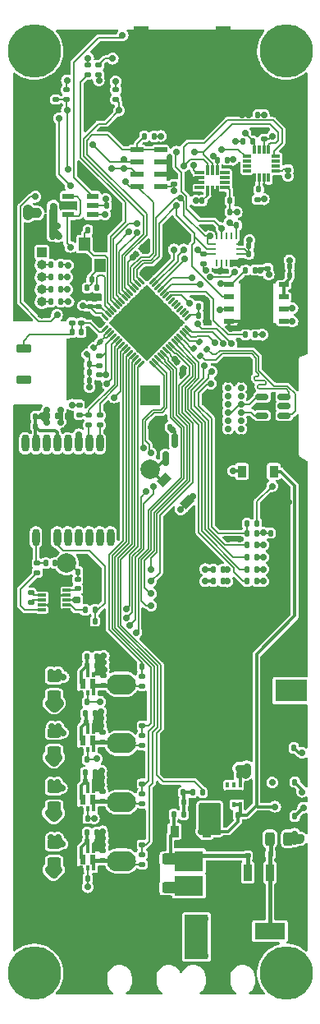
<source format=gtl>
%TF.GenerationSoftware,KiCad,Pcbnew,(6.0.1)*%
%TF.CreationDate,2022-06-27T00:16:49+02:00*%
%TF.ProjectId,kp-ptr,6b702d70-7472-42e6-9b69-6361645f7063,rev?*%
%TF.SameCoordinates,Original*%
%TF.FileFunction,Copper,L1,Top*%
%TF.FilePolarity,Positive*%
%FSLAX46Y46*%
G04 Gerber Fmt 4.6, Leading zero omitted, Abs format (unit mm)*
G04 Created by KiCad (PCBNEW (6.0.1)) date 2022-06-27 00:16:49*
%MOMM*%
%LPD*%
G01*
G04 APERTURE LIST*
G04 Aperture macros list*
%AMRoundRect*
0 Rectangle with rounded corners*
0 $1 Rounding radius*
0 $2 $3 $4 $5 $6 $7 $8 $9 X,Y pos of 4 corners*
0 Add a 4 corners polygon primitive as box body*
4,1,4,$2,$3,$4,$5,$6,$7,$8,$9,$2,$3,0*
0 Add four circle primitives for the rounded corners*
1,1,$1+$1,$2,$3*
1,1,$1+$1,$4,$5*
1,1,$1+$1,$6,$7*
1,1,$1+$1,$8,$9*
0 Add four rect primitives between the rounded corners*
20,1,$1+$1,$2,$3,$4,$5,0*
20,1,$1+$1,$4,$5,$6,$7,0*
20,1,$1+$1,$6,$7,$8,$9,0*
20,1,$1+$1,$8,$9,$2,$3,0*%
%AMRotRect*
0 Rectangle, with rotation*
0 The origin of the aperture is its center*
0 $1 length*
0 $2 width*
0 $3 Rotation angle, in degrees counterclockwise*
0 Add horizontal line*
21,1,$1,$2,0,0,$3*%
G04 Aperture macros list end*
%TA.AperFunction,SMDPad,CuDef*%
%ADD10R,0.304800X0.609600*%
%TD*%
%TA.AperFunction,SMDPad,CuDef*%
%ADD11R,1.701800X1.092200*%
%TD*%
%TA.AperFunction,SMDPad,CuDef*%
%ADD12R,0.350000X0.500000*%
%TD*%
%TA.AperFunction,SMDPad,CuDef*%
%ADD13R,0.600000X1.000000*%
%TD*%
%TA.AperFunction,SMDPad,CuDef*%
%ADD14RoundRect,0.031500X-0.143500X0.428000X-0.143500X-0.428000X0.143500X-0.428000X0.143500X0.428000X0*%
%TD*%
%TA.AperFunction,SMDPad,CuDef*%
%ADD15RoundRect,0.031500X0.430000X0.143500X-0.430000X0.143500X-0.430000X-0.143500X0.430000X-0.143500X0*%
%TD*%
%TA.AperFunction,SMDPad,CuDef*%
%ADD16RoundRect,0.031500X0.143500X-0.428000X0.143500X0.428000X-0.143500X0.428000X-0.143500X-0.428000X0*%
%TD*%
%TA.AperFunction,SMDPad,CuDef*%
%ADD17RoundRect,0.031500X-0.430000X-0.143500X0.430000X-0.143500X0.430000X0.143500X-0.430000X0.143500X0*%
%TD*%
%TA.AperFunction,SMDPad,CuDef*%
%ADD18RoundRect,0.150000X-0.512500X-0.150000X0.512500X-0.150000X0.512500X0.150000X-0.512500X0.150000X0*%
%TD*%
%TA.AperFunction,SMDPad,CuDef*%
%ADD19RoundRect,0.006600X-0.208597X-0.354826X0.354826X0.208597X0.208597X0.354826X-0.354826X-0.208597X0*%
%TD*%
%TA.AperFunction,SMDPad,CuDef*%
%ADD20RoundRect,0.022000X0.208597X-0.333047X0.333047X-0.208597X-0.208597X0.333047X-0.333047X0.208597X0*%
%TD*%
%TA.AperFunction,SMDPad,CuDef*%
%ADD21RotRect,4.000000X4.000000X45.000000*%
%TD*%
%TA.AperFunction,SMDPad,CuDef*%
%ADD22RoundRect,0.147500X0.147500X0.172500X-0.147500X0.172500X-0.147500X-0.172500X0.147500X-0.172500X0*%
%TD*%
%TA.AperFunction,SMDPad,CuDef*%
%ADD23RoundRect,0.135000X-0.135000X-0.185000X0.135000X-0.185000X0.135000X0.185000X-0.135000X0.185000X0*%
%TD*%
%TA.AperFunction,SMDPad,CuDef*%
%ADD24RoundRect,0.135000X0.135000X0.185000X-0.135000X0.185000X-0.135000X-0.185000X0.135000X-0.185000X0*%
%TD*%
%TA.AperFunction,SMDPad,CuDef*%
%ADD25RoundRect,0.135000X-0.185000X0.135000X-0.185000X-0.135000X0.185000X-0.135000X0.185000X0.135000X0*%
%TD*%
%TA.AperFunction,SMDPad,CuDef*%
%ADD26RoundRect,0.135000X0.185000X-0.135000X0.185000X0.135000X-0.185000X0.135000X-0.185000X-0.135000X0*%
%TD*%
%TA.AperFunction,SMDPad,CuDef*%
%ADD27RoundRect,0.140000X0.140000X0.170000X-0.140000X0.170000X-0.140000X-0.170000X0.140000X-0.170000X0*%
%TD*%
%TA.AperFunction,SMDPad,CuDef*%
%ADD28RoundRect,0.243750X0.243750X0.456250X-0.243750X0.456250X-0.243750X-0.456250X0.243750X-0.456250X0*%
%TD*%
%TA.AperFunction,SMDPad,CuDef*%
%ADD29RoundRect,0.040600X-0.569400X-0.249400X0.569400X-0.249400X0.569400X0.249400X-0.569400X0.249400X0*%
%TD*%
%TA.AperFunction,SMDPad,CuDef*%
%ADD30R,1.150000X1.400000*%
%TD*%
%TA.AperFunction,SMDPad,CuDef*%
%ADD31RoundRect,0.147500X-0.172500X0.147500X-0.172500X-0.147500X0.172500X-0.147500X0.172500X0.147500X0*%
%TD*%
%TA.AperFunction,SMDPad,CuDef*%
%ADD32RoundRect,0.140000X-0.170000X0.140000X-0.170000X-0.140000X0.170000X-0.140000X0.170000X0.140000X0*%
%TD*%
%TA.AperFunction,SMDPad,CuDef*%
%ADD33RoundRect,0.140000X0.170000X-0.140000X0.170000X0.140000X-0.170000X0.140000X-0.170000X-0.140000X0*%
%TD*%
%TA.AperFunction,SMDPad,CuDef*%
%ADD34R,0.250000X0.728000*%
%TD*%
%TA.AperFunction,SMDPad,CuDef*%
%ADD35R,0.728000X0.250000*%
%TD*%
%TA.AperFunction,SMDPad,CuDef*%
%ADD36R,0.728000X0.252000*%
%TD*%
%TA.AperFunction,SMDPad,CuDef*%
%ADD37R,0.728000X0.260000*%
%TD*%
%TA.AperFunction,SMDPad,CuDef*%
%ADD38R,0.252000X0.728000*%
%TD*%
%TA.AperFunction,SMDPad,CuDef*%
%ADD39RoundRect,0.243750X0.456250X-0.243750X0.456250X0.243750X-0.456250X0.243750X-0.456250X-0.243750X0*%
%TD*%
%TA.AperFunction,SMDPad,CuDef*%
%ADD40RoundRect,0.140000X-0.140000X-0.170000X0.140000X-0.170000X0.140000X0.170000X-0.140000X0.170000X0*%
%TD*%
%TA.AperFunction,SMDPad,CuDef*%
%ADD41RoundRect,0.140000X-0.219203X-0.021213X-0.021213X-0.219203X0.219203X0.021213X0.021213X0.219203X0*%
%TD*%
%TA.AperFunction,SMDPad,CuDef*%
%ADD42RoundRect,0.008100X0.386900X0.126900X-0.386900X0.126900X-0.386900X-0.126900X0.386900X-0.126900X0*%
%TD*%
%TA.AperFunction,SMDPad,CuDef*%
%ADD43R,1.240000X2.130000*%
%TD*%
%TA.AperFunction,SMDPad,CuDef*%
%ADD44RoundRect,0.026400X-0.493600X-0.193600X0.493600X-0.193600X0.493600X0.193600X-0.493600X0.193600X0*%
%TD*%
%TA.AperFunction,SMDPad,CuDef*%
%ADD45R,3.400000X4.300000*%
%TD*%
%TA.AperFunction,SMDPad,CuDef*%
%ADD46RoundRect,0.147500X-0.147500X-0.172500X0.147500X-0.172500X0.147500X0.172500X-0.147500X0.172500X0*%
%TD*%
%TA.AperFunction,SMDPad,CuDef*%
%ADD47RoundRect,0.200000X-0.600000X0.200000X-0.600000X-0.200000X0.600000X-0.200000X0.600000X0.200000X0*%
%TD*%
%TA.AperFunction,SMDPad,CuDef*%
%ADD48R,0.900000X1.200000*%
%TD*%
%TA.AperFunction,SMDPad,CuDef*%
%ADD49RoundRect,0.140000X0.021213X-0.219203X0.219203X-0.021213X-0.021213X0.219203X-0.219203X0.021213X0*%
%TD*%
%TA.AperFunction,SMDPad,CuDef*%
%ADD50RoundRect,0.200000X-0.200000X-0.275000X0.200000X-0.275000X0.200000X0.275000X-0.200000X0.275000X0*%
%TD*%
%TA.AperFunction,SMDPad,CuDef*%
%ADD51RoundRect,0.250000X0.625000X-0.312500X0.625000X0.312500X-0.625000X0.312500X-0.625000X-0.312500X0*%
%TD*%
%TA.AperFunction,SMDPad,CuDef*%
%ADD52R,0.300000X0.855000*%
%TD*%
%TA.AperFunction,SMDPad,CuDef*%
%ADD53R,0.855000X0.300000*%
%TD*%
%TA.AperFunction,SMDPad,CuDef*%
%ADD54RoundRect,0.135000X0.226274X0.035355X0.035355X0.226274X-0.226274X-0.035355X-0.035355X-0.226274X0*%
%TD*%
%TA.AperFunction,SMDPad,CuDef*%
%ADD55RoundRect,0.021200X0.633800X0.243800X-0.633800X0.243800X-0.633800X-0.243800X0.633800X-0.243800X0*%
%TD*%
%TA.AperFunction,SMDPad,CuDef*%
%ADD56O,0.800000X1.800000*%
%TD*%
%TA.AperFunction,SMDPad,CuDef*%
%ADD57RoundRect,0.147500X0.017678X-0.226274X0.226274X-0.017678X-0.017678X0.226274X-0.226274X0.017678X0*%
%TD*%
%TA.AperFunction,SMDPad,CuDef*%
%ADD58RotRect,0.900000X1.200000X135.000000*%
%TD*%
%TA.AperFunction,SMDPad,CuDef*%
%ADD59R,0.850800X1.761200*%
%TD*%
%TA.AperFunction,SMDPad,CuDef*%
%ADD60R,3.150799X1.761200*%
%TD*%
%TA.AperFunction,SMDPad,CuDef*%
%ADD61RoundRect,0.140000X0.219203X0.021213X0.021213X0.219203X-0.219203X-0.021213X-0.021213X-0.219203X0*%
%TD*%
%TA.AperFunction,SMDPad,CuDef*%
%ADD62RoundRect,0.150000X-0.150000X0.587500X-0.150000X-0.587500X0.150000X-0.587500X0.150000X0.587500X0*%
%TD*%
%TA.AperFunction,ComponentPad*%
%ADD63R,1.000000X1.000000*%
%TD*%
%TA.AperFunction,ComponentPad*%
%ADD64O,1.000000X1.000000*%
%TD*%
%TA.AperFunction,ComponentPad*%
%ADD65R,2.413000X4.572000*%
%TD*%
%TA.AperFunction,ComponentPad*%
%ADD66C,0.700000*%
%TD*%
%TA.AperFunction,ComponentPad*%
%ADD67O,3.200000X1.300000*%
%TD*%
%TA.AperFunction,ComponentPad*%
%ADD68O,2.500000X1.300000*%
%TD*%
%TA.AperFunction,ComponentPad*%
%ADD69RoundRect,1.050000X0.450000X0.000000X0.450000X0.000000X-0.450000X0.000000X-0.450000X0.000000X0*%
%TD*%
%TA.AperFunction,SMDPad,CuDef*%
%ADD70R,1.500000X5.080000*%
%TD*%
%TA.AperFunction,ComponentPad*%
%ADD71C,2.000000*%
%TD*%
%TA.AperFunction,ComponentPad*%
%ADD72R,2.000000X2.000000*%
%TD*%
%TA.AperFunction,ComponentPad*%
%ADD73R,3.000000X2.100000*%
%TD*%
%TA.AperFunction,ComponentPad*%
%ADD74R,3.302000X2.286000*%
%TD*%
%TA.AperFunction,ComponentPad*%
%ADD75R,3.302000X2.447000*%
%TD*%
%TA.AperFunction,ViaPad*%
%ADD76C,0.700000*%
%TD*%
%TA.AperFunction,ViaPad*%
%ADD77C,5.500000*%
%TD*%
%TA.AperFunction,Conductor*%
%ADD78C,0.150000*%
%TD*%
%TA.AperFunction,Conductor*%
%ADD79C,0.200000*%
%TD*%
%TA.AperFunction,Conductor*%
%ADD80C,0.300000*%
%TD*%
%TA.AperFunction,Conductor*%
%ADD81C,0.400000*%
%TD*%
%TA.AperFunction,Conductor*%
%ADD82C,0.800000*%
%TD*%
%TA.AperFunction,Conductor*%
%ADD83C,1.000000*%
%TD*%
G04 APERTURE END LIST*
D10*
%TO.P,U9,1,VOUT*%
%TO.N,+3V3*%
X164835586Y-110248700D03*
%TO.P,U9,2,ADJ/NC*%
%TO.N,unconnected-(U9-Pad2)*%
X164185600Y-110248700D03*
%TO.P,U9,3,PG*%
%TO.N,unconnected-(U9-Pad3)*%
X163535614Y-110248700D03*
%TO.P,U9,4,GND*%
%TO.N,Earth*%
X163535614Y-112255300D03*
%TO.P,U9,5,EN*%
%TO.N,VDD*%
X164185600Y-112255300D03*
%TO.P,U9,6,VIN*%
X164835586Y-112255300D03*
D11*
%TO.P,U9,7,GND*%
%TO.N,Earth*%
X164185600Y-111252000D03*
%TD*%
D12*
%TO.P,Q5,1,S1*%
%TO.N,Earth*%
X148448000Y-100722000D03*
%TO.P,Q5,2,G1*%
%TO.N,IGN4_EN*%
X149098000Y-100722000D03*
%TO.P,Q5,3,D2*%
%TO.N,Net-(J13-Pad2)*%
X149748000Y-100722000D03*
D13*
X149623000Y-99822000D03*
D12*
%TO.P,Q5,4,S2*%
%TO.N,IGN4_PWR*%
X149748000Y-98922000D03*
%TO.P,Q5,5,D1*%
%TO.N,Net-(C50-Pad2)*%
X149098000Y-98922000D03*
%TO.P,Q5,6,G2*%
X148448000Y-98922000D03*
D13*
X148573000Y-99822000D03*
%TD*%
D14*
%TO.P,U7,14,SDA/MOSI*%
%TO.N,SPI_MOSI*%
X161463200Y-46875900D03*
%TO.P,U7,13,SCL/SCK*%
%TO.N,SPI_CLK*%
X161963200Y-46875900D03*
%TO.P,U7,12,CS*%
%TO.N,SPI_CS_LSM*%
X162463200Y-46875900D03*
D15*
%TO.P,U7,11,NC*%
%TO.N,unconnected-(U7-Pad11)*%
X163279700Y-47190400D03*
%TO.P,U7,10,NC*%
%TO.N,unconnected-(U7-Pad10)*%
X163279700Y-47690400D03*
%TO.P,U7,9,INT2*%
%TO.N,unconnected-(U7-Pad9)*%
X163279700Y-48190400D03*
%TO.P,U7,8,VDD*%
%TO.N,+3V3*%
X163279700Y-48690400D03*
D16*
%TO.P,U7,7,GND*%
%TO.N,Earth*%
X162463200Y-49004900D03*
%TO.P,U7,6,GND*%
X161963200Y-49004900D03*
%TO.P,U7,5,VDDIO*%
%TO.N,+3V3*%
X161463200Y-49004900D03*
D17*
%TO.P,U7,4,INT*%
%TO.N,unconnected-(U7-Pad4)*%
X160646700Y-48690400D03*
%TO.P,U7,3,SCx*%
%TO.N,Earth*%
X160646700Y-48190400D03*
%TO.P,U7,2,SDx*%
X160646700Y-47690400D03*
%TO.P,U7,1,MISO/SA0*%
%TO.N,SPI_MISO*%
X160646700Y-47190400D03*
%TD*%
D18*
%TO.P,U10,1,I/O1*%
%TO.N,Net-(J4-PadA7)*%
X167112100Y-70271600D03*
%TO.P,U10,2,GND*%
%TO.N,Earth*%
X167112100Y-71221600D03*
%TO.P,U10,3,I/O2*%
%TO.N,Net-(J4-PadA6)*%
X167112100Y-72171600D03*
%TO.P,U10,4,I/O2*%
%TO.N,USB_DP*%
X169387100Y-72171600D03*
%TO.P,U10,5,VBUS*%
%TO.N,VBUS*%
X169387100Y-71221600D03*
%TO.P,U10,6,I/O1*%
%TO.N,USB_DM*%
X169387100Y-70271600D03*
%TD*%
D19*
%TO.P,U1,1,LNA_IN/RF*%
%TO.N,Net-(C2-Pad1)*%
X150919540Y-63208505D03*
%TO.P,U1,2,VDD3P3*%
%TO.N,Net-(C7-Pad1)*%
X151202382Y-63491348D03*
%TO.P,U1,3,VDD3P3*%
X151485225Y-63774191D03*
%TO.P,U1,4,CHIP_PU/RESET*%
%TO.N,CHIP_PU*%
X151768068Y-64057033D03*
%TO.P,U1,5,GPIO0/BOOT*%
%TO.N,BOOT_PIN*%
X152050910Y-64339876D03*
%TO.P,U1,6,GPIO1/ADC1_CH0*%
%TO.N,GPS_IN*%
X152333753Y-64622719D03*
%TO.P,U1,7,GPIO2/ADC1_CH1*%
%TO.N,GPS_OUT*%
X152616596Y-64905562D03*
%TO.P,U1,8,GPIO3/ADC1_CH2*%
%TO.N,RF_RST*%
X152899438Y-65188404D03*
%TO.P,U1,9,GPIO4/ADC1_CH3*%
%TO.N,IGN4_DET*%
X153182281Y-65471247D03*
%TO.P,U1,10,GPIO5/ADC1_CH4*%
%TO.N,IGN1_DET*%
X153465124Y-65754090D03*
%TO.P,U1,11,GPIO6/ADC1_CH5*%
%TO.N,IGN2_DET*%
X153747967Y-66036932D03*
%TO.P,U1,12,GPIO7/ADC1_CH6*%
%TO.N,IGN3_DET*%
X154030809Y-66319775D03*
%TO.P,U1,13,GPIO8/ADC1_CH7*%
%TO.N,VBAT_MEAS*%
X154313652Y-66602618D03*
%TO.P,U1,14,GPIO9/ADC1_CH8*%
%TO.N,IGN3_EN*%
X154596495Y-66885460D03*
D20*
%TO.P,U1,15,GPIO10/ADC1_CH9*%
%TO.N,IGN2_EN*%
X155791505Y-66885460D03*
%TO.P,U1,16,GPIO11/ADC2_CH0*%
%TO.N,IGN1_EN*%
X156074348Y-66602618D03*
%TO.P,U1,17,GPIO12/ADC2_CH1*%
%TO.N,IGN4_EN*%
X156357191Y-66319775D03*
%TO.P,U1,18,GPIO13/ADC2_CH2*%
%TO.N,UART1_OUT*%
X156640033Y-66036932D03*
%TO.P,U1,19,GPIO14/ADC2_CH3*%
%TO.N,UART1_IN*%
X156922876Y-65754090D03*
%TO.P,U1,20,VDD3P3_RTC*%
%TO.N,+3V3*%
X157205719Y-65471247D03*
%TO.P,U1,21,GPIO15/ADC2_CH4/XTAL_32K_P*%
%TO.N,I2C_SDA*%
X157488562Y-65188404D03*
%TO.P,U1,22,GPIO16/ADC2_CH5/XTAL_32K_N*%
%TO.N,I2C_SCL*%
X157771404Y-64905562D03*
%TO.P,U1,23,GPIO17/ADC2_CH6/DAC_2*%
%TO.N,SERVO_1*%
X158054247Y-64622719D03*
%TO.P,U1,24,GPIO18/ADC2_CH7/DAC_1*%
%TO.N,SERVO_2*%
X158337090Y-64339876D03*
%TO.P,U1,25,GPIO19/USB_D-/ADC2_CH8*%
%TO.N,Net-(R6-Pad2)*%
X158619932Y-64057033D03*
%TO.P,U1,26,GPIO20/USB_D+/ADC2_CH9*%
%TO.N,Net-(R7-Pad2)*%
X158902775Y-63774191D03*
%TO.P,U1,27,GPIO21*%
%TO.N,SERVO_3*%
X159185618Y-63491348D03*
%TO.P,U1,28,SPI_CS1/GPIO26*%
%TO.N,SERVO_4*%
X159468460Y-63208505D03*
D19*
%TO.P,U1,29,VDD_SPI*%
%TO.N,Net-(C12-Pad1)*%
X159468460Y-62013495D03*
%TO.P,U1,30,SPIHD/GPIO27*%
%TO.N,unconnected-(U1-Pad30)*%
X159185618Y-61730652D03*
%TO.P,U1,31,SPIWP/GPIO28*%
%TO.N,unconnected-(U1-Pad31)*%
X158902775Y-61447809D03*
%TO.P,U1,32,SPICS0/GPIO29*%
%TO.N,unconnected-(U1-Pad32)*%
X158619932Y-61164967D03*
%TO.P,U1,33,SPICLK/GPIO30*%
%TO.N,unconnected-(U1-Pad33)*%
X158337090Y-60882124D03*
%TO.P,U1,34,SPIQ/GPIO31*%
%TO.N,unconnected-(U1-Pad34)*%
X158054247Y-60599281D03*
%TO.P,U1,35,SPID/GPIO32*%
%TO.N,unconnected-(U1-Pad35)*%
X157771404Y-60316438D03*
%TO.P,U1,36,SPICLK_N/GPIO48*%
%TO.N,SERVO_EN*%
X157488562Y-60033596D03*
%TO.P,U1,37,SPICLK_P/GPIO47*%
%TO.N,LED1*%
X157205719Y-59750753D03*
%TO.P,U1,38,GPIO33*%
%TO.N,SPI_CS_FLASH*%
X156922876Y-59467910D03*
%TO.P,U1,39,GPIO34*%
%TO.N,SPI_CS_MAG*%
X156640033Y-59185068D03*
%TO.P,U1,40,GPIO35*%
%TO.N,SPI_CS_LSM*%
X156357191Y-58902225D03*
%TO.P,U1,41,GPIO36*%
%TO.N,SPI_CS_LIS*%
X156074348Y-58619382D03*
%TO.P,U1,42,GPIO37*%
%TO.N,RF_BUSY*%
X155791505Y-58336540D03*
D20*
%TO.P,U1,43,GPIO38*%
%TO.N,SPI_MISO*%
X154596495Y-58336540D03*
%TO.P,U1,44,MTCK/JTAG/GPIO39*%
%TO.N,SPI_MOSI*%
X154313652Y-58619382D03*
%TO.P,U1,45,MTDO/JTAG/GPIO40*%
%TO.N,SPI_CLK*%
X154030809Y-58902225D03*
%TO.P,U1,46,VDD3P3_CPU*%
%TO.N,+3V3*%
X153747967Y-59185068D03*
%TO.P,U1,47,MTDI/JTAG/GPIO41*%
%TO.N,SPI_CS_MS5607*%
X153465124Y-59467910D03*
%TO.P,U1,48,MTMS/JTAG/GPIO42*%
%TO.N,SPI_CS_LORA*%
X153182281Y-59750753D03*
%TO.P,U1,49,U0TXD/PROG/GPIO43*%
%TO.N,U0TXD*%
X152899438Y-60033596D03*
%TO.P,U1,50,U0RXD/PROG/GPIO44*%
%TO.N,U0RXD*%
X152616596Y-60316438D03*
%TO.P,U1,51,GPIO45*%
%TO.N,BUZZER*%
X152333753Y-60599281D03*
%TO.P,U1,52,GPIO46*%
%TO.N,LED2*%
X152050910Y-60882124D03*
%TO.P,U1,53,XTAL_N*%
%TO.N,Net-(C15-Pad1)*%
X151768068Y-61164967D03*
%TO.P,U1,54,XTAL_P*%
%TO.N,Net-(R8-Pad2)*%
X151485225Y-61447809D03*
%TO.P,U1,55,VDDA*%
%TO.N,+3V3*%
X151202382Y-61730652D03*
%TO.P,U1,56,VDDA*%
X150919540Y-62013495D03*
D21*
%TO.P,U1,57,GND*%
%TO.N,Earth*%
X155194000Y-62611000D03*
%TD*%
D12*
%TO.P,Q2,1,S1*%
%TO.N,Earth*%
X148448000Y-106564000D03*
%TO.P,Q2,2,G1*%
%TO.N,IGN1_EN*%
X149098000Y-106564000D03*
%TO.P,Q2,3,D2*%
%TO.N,Net-(J10-Pad2)*%
X149748000Y-106564000D03*
D13*
X149623000Y-105664000D03*
D12*
%TO.P,Q2,4,S2*%
%TO.N,IGN1_PWR*%
X149748000Y-104764000D03*
%TO.P,Q2,5,D1*%
%TO.N,Net-(C47-Pad2)*%
X149098000Y-104764000D03*
%TO.P,Q2,6,G2*%
X148448000Y-104764000D03*
D13*
X148573000Y-105664000D03*
%TD*%
D12*
%TO.P,Q4,1,S1*%
%TO.N,Earth*%
X148448000Y-112660000D03*
%TO.P,Q4,2,G1*%
%TO.N,IGN2_EN*%
X149098000Y-112660000D03*
D13*
%TO.P,Q4,3,D2*%
%TO.N,Net-(J12-Pad2)*%
X149623000Y-111760000D03*
D12*
X149748000Y-112660000D03*
%TO.P,Q4,4,S2*%
%TO.N,IGN2_PWR*%
X149748000Y-110860000D03*
%TO.P,Q4,5,D1*%
%TO.N,Net-(C49-Pad2)*%
X149098000Y-110860000D03*
D13*
%TO.P,Q4,6,G2*%
X148573000Y-111760000D03*
D12*
X148448000Y-110860000D03*
%TD*%
%TO.P,Q3,1,S1*%
%TO.N,Earth*%
X148448000Y-118806800D03*
%TO.P,Q3,2,G1*%
%TO.N,IGN3_EN*%
X149098000Y-118806800D03*
%TO.P,Q3,3,D2*%
%TO.N,Net-(J11-Pad2)*%
X149748000Y-118806800D03*
D13*
X149623000Y-117906800D03*
D12*
%TO.P,Q3,4,S2*%
%TO.N,IGN3_PWR*%
X149748000Y-117006800D03*
%TO.P,Q3,5,D1*%
%TO.N,Net-(C48-Pad2)*%
X149098000Y-117006800D03*
%TO.P,Q3,6,G2*%
X148448000Y-117006800D03*
D13*
X148573000Y-117906800D03*
%TD*%
D22*
%TO.P,D2,1,A1*%
%TO.N,Earth*%
X149075000Y-88265000D03*
%TO.P,D2,2,A2*%
%TO.N,Net-(ANT2-Pad1)*%
X148105000Y-88265000D03*
%TD*%
D23*
%TO.P,R27,1*%
%TO.N,I2C_SCL*%
X162050000Y-89255600D03*
%TO.P,R27,2*%
%TO.N,+3V3*%
X163070000Y-89255600D03*
%TD*%
D24*
%TO.P,R34,1*%
%TO.N,Net-(D10-Pad2)*%
X166575200Y-83312000D03*
%TO.P,R34,2*%
%TO.N,SERVO_EN*%
X165555200Y-83312000D03*
%TD*%
D23*
%TO.P,R16,1*%
%TO.N,Earth*%
X148842000Y-93345000D03*
%TO.P,R16,2*%
%TO.N,ANTON*%
X149862000Y-93345000D03*
%TD*%
%TO.P,R42,1*%
%TO.N,Earth*%
X156563600Y-73355200D03*
%TO.P,R42,2*%
%TO.N,BUZZER*%
X157583600Y-73355200D03*
%TD*%
D25*
%TO.P,R59,1*%
%TO.N,IGN4_DET*%
X154736800Y-99007200D03*
%TO.P,R59,2*%
%TO.N,Net-(J13-Pad2)*%
X154736800Y-100027200D03*
%TD*%
D24*
%TO.P,R39,1*%
%TO.N,Net-(J7-Pad8)*%
X166575200Y-84277200D03*
%TO.P,R39,2*%
%TO.N,SERVO_EN*%
X165555200Y-84277200D03*
%TD*%
%TO.P,R37,1*%
%TO.N,Net-(J7-Pad6)*%
X166575200Y-86749466D03*
%TO.P,R37,2*%
%TO.N,SERVO_3*%
X165555200Y-86749466D03*
%TD*%
D26*
%TO.P,R15,1*%
%TO.N,+3V3*%
X161036000Y-56517000D03*
%TO.P,R15,2*%
%TO.N,SPI_CS_LIS*%
X161036000Y-55497000D03*
%TD*%
D27*
%TO.P,C3,1*%
%TO.N,+3V3*%
X149273200Y-68529200D03*
%TO.P,C3,2*%
%TO.N,Earth*%
X148313200Y-68529200D03*
%TD*%
D24*
%TO.P,R60,1*%
%TO.N,IGN2_PWR*%
X149862000Y-108966000D03*
%TO.P,R60,2*%
%TO.N,Net-(C49-Pad2)*%
X148842000Y-108966000D03*
%TD*%
D28*
%TO.P,F1,1*%
%TO.N,+5V*%
X169796700Y-115773200D03*
%TO.P,F1,2*%
%TO.N,Net-(C35-Pad1)*%
X167921700Y-115773200D03*
%TD*%
D27*
%TO.P,C24,1*%
%TO.N,+3.3VADC*%
X143736000Y-72263000D03*
%TO.P,C24,2*%
%TO.N,Earth*%
X142776000Y-72263000D03*
%TD*%
D25*
%TO.P,R41,1*%
%TO.N,Net-(D12-Pad2)*%
X149148800Y-36015200D03*
%TO.P,R41,2*%
%TO.N,LED2*%
X149148800Y-37035200D03*
%TD*%
D24*
%TO.P,R38,1*%
%TO.N,Net-(J7-Pad7)*%
X166575200Y-85496400D03*
%TO.P,R38,2*%
%TO.N,SERVO_4*%
X165555200Y-85496400D03*
%TD*%
D23*
%TO.P,R8,1*%
%TO.N,Net-(C14-Pad2)*%
X149045200Y-59029600D03*
%TO.P,R8,2*%
%TO.N,Net-(R8-Pad2)*%
X150065200Y-59029600D03*
%TD*%
D27*
%TO.P,C6,1*%
%TO.N,+3V3*%
X149273200Y-66903600D03*
%TO.P,C6,2*%
%TO.N,Earth*%
X148313200Y-66903600D03*
%TD*%
%TO.P,C46,1*%
%TO.N,+3V3*%
X166646800Y-41198800D03*
%TO.P,C46,2*%
%TO.N,Earth*%
X165686800Y-41198800D03*
%TD*%
D29*
%TO.P,U12,1,A1*%
%TO.N,Net-(IC1-Pad7)*%
X147107000Y-49596000D03*
%TO.P,U12,2,GND*%
%TO.N,Earth*%
X147107000Y-50546000D03*
%TO.P,U12,3,A2*%
%TO.N,Net-(IC1-Pad7)*%
X147107000Y-51496000D03*
%TO.P,U12,4,Y2*%
%TO.N,Net-(IC1-Pad6)*%
X149597000Y-51496000D03*
%TO.P,U12,5,VCC*%
%TO.N,+3.3VP*%
X149597000Y-50546000D03*
%TO.P,U12,6,Y1*%
%TO.N,Net-(D8-Pad1)*%
X149597000Y-49596000D03*
%TD*%
D24*
%TO.P,R24,1*%
%TO.N,Net-(D6-Pad1)*%
X170486800Y-109931200D03*
%TO.P,R24,2*%
%TO.N,Earth*%
X169466800Y-109931200D03*
%TD*%
D27*
%TO.P,C37,1*%
%TO.N,VDD*%
X164614800Y-113334800D03*
%TO.P,C37,2*%
%TO.N,Earth*%
X163654800Y-113334800D03*
%TD*%
D26*
%TO.P,R44,1*%
%TO.N,IGN1_DET*%
X154736800Y-104142000D03*
%TO.P,R44,2*%
%TO.N,Earth*%
X154736800Y-103122000D03*
%TD*%
D24*
%TO.P,R36,1*%
%TO.N,Net-(J7-Pad5)*%
X166575200Y-88002532D03*
%TO.P,R36,2*%
%TO.N,SERVO_2*%
X165555200Y-88002532D03*
%TD*%
D26*
%TO.P,R54,1*%
%TO.N,IGN2_DET*%
X154736800Y-110111000D03*
%TO.P,R54,2*%
%TO.N,Earth*%
X154736800Y-109091000D03*
%TD*%
D30*
%TO.P,Y1,1,1*%
%TO.N,Net-(C14-Pad2)*%
X150365000Y-56723000D03*
%TO.P,Y1,2,GND*%
%TO.N,Earth*%
X150365000Y-54523000D03*
%TO.P,Y1,3,2*%
%TO.N,Net-(C15-Pad1)*%
X148765000Y-54523000D03*
%TO.P,Y1,4,GND*%
%TO.N,Earth*%
X148765000Y-56723000D03*
%TD*%
D24*
%TO.P,R25,1*%
%TO.N,Net-(D7-Pad1)*%
X170385200Y-106426000D03*
%TO.P,R25,2*%
%TO.N,Earth*%
X169365200Y-106426000D03*
%TD*%
D31*
%TO.P,L3,1,1*%
%TO.N,Net-(L3-Pad1)*%
X143256000Y-90447000D03*
%TO.P,L3,2,2*%
%TO.N,Net-(L3-Pad2)*%
X143256000Y-91417000D03*
%TD*%
D32*
%TO.P,C32,1*%
%TO.N,Net-(ANT2-Pad1)*%
X148082000Y-89055000D03*
%TO.P,C32,2*%
%TO.N,Net-(C32-Pad2)*%
X148082000Y-90015000D03*
%TD*%
D24*
%TO.P,R50,1*%
%TO.N,IGN1_PWR*%
X149912800Y-102870000D03*
%TO.P,R50,2*%
%TO.N,Net-(C47-Pad2)*%
X148892800Y-102870000D03*
%TD*%
D33*
%TO.P,C17,1*%
%TO.N,+3V3*%
X167284400Y-43710800D03*
%TO.P,C17,2*%
%TO.N,Earth*%
X167284400Y-42750800D03*
%TD*%
D34*
%TO.P,U4,1,VDDIO*%
%TO.N,+3V3*%
X164404400Y-53637800D03*
%TO.P,U4,2*%
%TO.N,N/C*%
X163904400Y-53637800D03*
%TO.P,U4,3*%
X163404400Y-53637800D03*
%TO.P,U4,4,SCL/SPC*%
%TO.N,SPI_CLK*%
X162904400Y-53637800D03*
%TO.P,U4,5,GND*%
%TO.N,Earth*%
X162404400Y-53637800D03*
D35*
%TO.P,U4,6,SDA/SDI*%
%TO.N,SPI_MOSI*%
X161990400Y-54551800D03*
D36*
%TO.P,U4,7,SA0/SDO*%
%TO.N,SPI_MISO*%
X161990400Y-55052800D03*
D37*
%TO.P,U4,8,CS*%
%TO.N,SPI_CS_LIS*%
X161990400Y-55556800D03*
D34*
%TO.P,U4,9,INT2*%
%TO.N,unconnected-(U4-Pad9)*%
X162404400Y-56465800D03*
%TO.P,U4,10,GNDR*%
%TO.N,Earth*%
X162904400Y-56465800D03*
D38*
%TO.P,U4,11,INT1*%
%TO.N,unconnected-(U4-Pad11)*%
X163405400Y-56465800D03*
D34*
%TO.P,U4,12,GND*%
%TO.N,Earth*%
X163904400Y-56465800D03*
%TO.P,U4,13,GND*%
X164404400Y-56465800D03*
D37*
%TO.P,U4,14,VDD*%
%TO.N,+3V3*%
X164818400Y-55556800D03*
D35*
%TO.P,U4,15,VDDR*%
X164818400Y-55051800D03*
%TO.P,U4,16,GND*%
%TO.N,Earth*%
X164818400Y-54551800D03*
%TD*%
D27*
%TO.P,C23,1*%
%TO.N,+3.3VADC*%
X143736000Y-73279000D03*
%TO.P,C23,2*%
%TO.N,Earth*%
X142776000Y-73279000D03*
%TD*%
%TO.P,C16,1*%
%TO.N,Net-(C16-Pad1)*%
X166748400Y-48869600D03*
%TO.P,C16,2*%
%TO.N,Earth*%
X165788400Y-48869600D03*
%TD*%
D24*
%TO.P,R4,1*%
%TO.N,U0TXD*%
X146306000Y-57931269D03*
%TO.P,R4,2*%
%TO.N,Net-(J1-Pad3)*%
X145286000Y-57931269D03*
%TD*%
D39*
%TO.P,F3,1*%
%TO.N,VCC*%
X145643600Y-118183900D03*
%TO.P,F3,2*%
%TO.N,IGN3_PWR*%
X145643600Y-116308900D03*
%TD*%
D24*
%TO.P,R55,1*%
%TO.N,IGN4_DET*%
X154688000Y-98044000D03*
%TO.P,R55,2*%
%TO.N,Earth*%
X153668000Y-98044000D03*
%TD*%
D40*
%TO.P,C14,1*%
%TO.N,Earth*%
X148567200Y-58166000D03*
%TO.P,C14,2*%
%TO.N,Net-(C14-Pad2)*%
X149527200Y-58166000D03*
%TD*%
D41*
%TO.P,C10,1*%
%TO.N,+3V3*%
X158359789Y-66665789D03*
%TO.P,C10,2*%
%TO.N,Earth*%
X159038611Y-67344611D03*
%TD*%
D27*
%TO.P,C49,1*%
%TO.N,IGN2_PWR*%
X149832000Y-109855000D03*
%TO.P,C49,2*%
%TO.N,Net-(C49-Pad2)*%
X148872000Y-109855000D03*
%TD*%
D42*
%TO.P,U6,1,GND*%
%TO.N,Earth*%
X146939000Y-92186000D03*
%TO.P,U6,2,Vctl*%
%TO.N,Net-(R17-Pad2)*%
X146939000Y-91686000D03*
%TO.P,U6,3,VDD*%
%TO.N,+3.3VADC*%
X146939000Y-91186000D03*
%TO.P,U6,4,NC/GND*%
%TO.N,Earth*%
X146939000Y-90686000D03*
%TO.P,U6,5,Pre/IN*%
%TO.N,Net-(C32-Pad2)*%
X146939000Y-90186000D03*
%TO.P,U6,6,GND*%
%TO.N,Earth*%
X144399000Y-90186000D03*
%TO.P,U6,7,Pre/OUT*%
%TO.N,Net-(L3-Pad1)*%
X144399000Y-90686000D03*
%TO.P,U6,8,LNAIN*%
%TO.N,Net-(L3-Pad2)*%
X144399000Y-91186000D03*
%TO.P,U6,9,NC/GND*%
%TO.N,Earth*%
X144399000Y-91686000D03*
%TO.P,U6,10,Post/OUT*%
%TO.N,Net-(C25-Pad1)*%
X144399000Y-92186000D03*
D43*
%TO.P,U6,11,GND*%
%TO.N,Earth*%
X145669000Y-91186000D03*
%TD*%
D27*
%TO.P,C42,1*%
%TO.N,+3.3VP*%
X145463200Y-53721000D03*
%TO.P,C42,2*%
%TO.N,Earth*%
X144503200Y-53721000D03*
%TD*%
D24*
%TO.P,R1,1*%
%TO.N,BOOT_PIN*%
X146306000Y-59182000D03*
%TO.P,R1,2*%
%TO.N,Net-(J1-Pad4)*%
X145286000Y-59182000D03*
%TD*%
D33*
%TO.P,C4,1*%
%TO.N,Earth*%
X150266400Y-68958400D03*
%TO.P,C4,2*%
%TO.N,CHIP_PU*%
X150266400Y-67998400D03*
%TD*%
D25*
%TO.P,R52,1*%
%TO.N,IGN1_PWR*%
X150622000Y-104773000D03*
%TO.P,R52,2*%
%TO.N,Net-(J10-Pad2)*%
X150622000Y-105793000D03*
%TD*%
D44*
%TO.P,U11,1,~{CS}*%
%TO.N,SPI_CS_FLASH*%
X163677400Y-58686000D03*
%TO.P,U11,2,DO(IO1)*%
%TO.N,SPI_MISO*%
X163677400Y-59956000D03*
%TO.P,U11,3,IO2*%
%TO.N,+3V3*%
X163677400Y-61226000D03*
%TO.P,U11,4,GND*%
%TO.N,Earth*%
X163677400Y-62496000D03*
%TO.P,U11,5,DI(IO0)*%
%TO.N,SPI_MOSI*%
X169367400Y-62496000D03*
%TO.P,U11,6,CLK*%
%TO.N,SPI_CLK*%
X169367400Y-61226000D03*
%TO.P,U11,7,IO3*%
%TO.N,+3V3*%
X169367400Y-59956000D03*
%TO.P,U11,8,VCC*%
X169367400Y-58686000D03*
D45*
%TO.P,U11,9*%
%TO.N,Earth*%
X166522400Y-60591000D03*
%TD*%
D24*
%TO.P,R35,1*%
%TO.N,Net-(J7-Pad4)*%
X166575200Y-89255600D03*
%TO.P,R35,2*%
%TO.N,SERVO_1*%
X165555200Y-89255600D03*
%TD*%
D46*
%TO.P,L1,1,1*%
%TO.N,Net-(AE1-Pad1)*%
X147472400Y-63601600D03*
%TO.P,L1,2,2*%
%TO.N,Net-(C2-Pad1)*%
X148442400Y-63601600D03*
%TD*%
D25*
%TO.P,R58,1*%
%TO.N,IGN2_DET*%
X154736800Y-111152000D03*
%TO.P,R58,2*%
%TO.N,Net-(J12-Pad2)*%
X154736800Y-112172000D03*
%TD*%
D40*
%TO.P,C41,1*%
%TO.N,+3.3VP*%
X151031000Y-50546000D03*
%TO.P,C41,2*%
%TO.N,Earth*%
X151991000Y-50546000D03*
%TD*%
D39*
%TO.P,F2,1*%
%TO.N,VCC*%
X145643600Y-106736966D03*
%TO.P,F2,2*%
%TO.N,IGN1_PWR*%
X145643600Y-104861966D03*
%TD*%
D47*
%TO.P,AE1,1,FEED*%
%TO.N,Net-(AE1-Pad1)*%
X142494000Y-65303600D03*
%TO.P,AE1,2,PCB_Trace*%
%TO.N,unconnected-(AE1-Pad2)*%
X142494000Y-68503600D03*
%TD*%
D23*
%TO.P,R32,1*%
%TO.N,I2C_SDA*%
X162050000Y-88036400D03*
%TO.P,R32,2*%
%TO.N,+3V3*%
X163070000Y-88036400D03*
%TD*%
D48*
%TO.P,D3,1,K*%
%TO.N,VDD*%
X168324800Y-77927200D03*
%TO.P,D3,2,A*%
%TO.N,VBUS*%
X165024800Y-77927200D03*
%TD*%
D27*
%TO.P,C28,1*%
%TO.N,+3V3*%
X163802000Y-51181000D03*
%TO.P,C28,2*%
%TO.N,Earth*%
X162842000Y-51181000D03*
%TD*%
D49*
%TO.P,C11,1*%
%TO.N,+3V3*%
X154092589Y-55559011D03*
%TO.P,C11,2*%
%TO.N,Earth*%
X154771411Y-54880189D03*
%TD*%
D40*
%TO.P,C12,1*%
%TO.N,Net-(C12-Pad1)*%
X160556000Y-61874400D03*
%TO.P,C12,2*%
%TO.N,Earth*%
X161516000Y-61874400D03*
%TD*%
D24*
%TO.P,R51,1*%
%TO.N,IGN3_PWR*%
X150065200Y-115112800D03*
%TO.P,R51,2*%
%TO.N,Net-(C48-Pad2)*%
X149045200Y-115112800D03*
%TD*%
%TO.P,R3,1*%
%TO.N,U0RXD*%
X146306000Y-56642000D03*
%TO.P,R3,2*%
%TO.N,Net-(J1-Pad2)*%
X145286000Y-56642000D03*
%TD*%
D26*
%TO.P,R30,1*%
%TO.N,RF_RST*%
X145796000Y-39626000D03*
%TO.P,R30,2*%
%TO.N,Earth*%
X145796000Y-38606000D03*
%TD*%
D40*
%TO.P,C22,1*%
%TO.N,+3V3*%
X164467600Y-52578000D03*
%TO.P,C22,2*%
%TO.N,Earth*%
X165427600Y-52578000D03*
%TD*%
D24*
%TO.P,R17,1*%
%TO.N,ANTON*%
X149862000Y-92202000D03*
%TO.P,R17,2*%
%TO.N,Net-(R17-Pad2)*%
X148842000Y-92202000D03*
%TD*%
D50*
%TO.P,FB2,1*%
%TO.N,+3V3*%
X143891000Y-51308000D03*
%TO.P,FB2,2*%
%TO.N,+3.3VP*%
X145541000Y-51308000D03*
%TD*%
D51*
%TO.P,R21,1*%
%TO.N,+BATT*%
X157632400Y-120791700D03*
%TO.P,R21,2*%
%TO.N,VCC*%
X157632400Y-117866700D03*
%TD*%
D27*
%TO.P,C26,1*%
%TO.N,Earth*%
X149070000Y-91186000D03*
%TO.P,C26,2*%
%TO.N,+3.3VADC*%
X148110000Y-91186000D03*
%TD*%
D25*
%TO.P,R12,1*%
%TO.N,GPS_IN*%
X149225000Y-72134000D03*
%TO.P,R12,2*%
%TO.N,Net-(R12-Pad2)*%
X149225000Y-73154000D03*
%TD*%
D39*
%TO.P,F5,1*%
%TO.N,VCC*%
X145643600Y-101013500D03*
%TO.P,F5,2*%
%TO.N,IGN4_PWR*%
X145643600Y-99138500D03*
%TD*%
D27*
%TO.P,C39,1*%
%TO.N,+3V3*%
X169951289Y-57707400D03*
%TO.P,C39,2*%
%TO.N,Earth*%
X168991289Y-57707400D03*
%TD*%
D52*
%TO.P,U3,1,SCL/SPI_SCK*%
%TO.N,SPI_CLK*%
X167789625Y-44742411D03*
%TO.P,U3,2,VDD*%
%TO.N,+3V3*%
X167289625Y-44742411D03*
%TO.P,U3,3,NC*%
%TO.N,unconnected-(U3-Pad3)*%
X166789625Y-44742411D03*
%TO.P,U3,4,~{SPI_CS}*%
%TO.N,SPI_CS_MAG*%
X166289625Y-44742411D03*
D53*
%TO.P,U3,5,SPI_SDO*%
%TO.N,SPI_MISO*%
X165562125Y-45469911D03*
%TO.P,U3,6,NC*%
%TO.N,unconnected-(U3-Pad6)*%
X165562125Y-45969911D03*
%TO.P,U3,7,NC*%
%TO.N,unconnected-(U3-Pad7)*%
X165562125Y-46469911D03*
%TO.P,U3,8,NC*%
%TO.N,unconnected-(U3-Pad8)*%
X165562125Y-46969911D03*
D52*
%TO.P,U3,9,GND*%
%TO.N,Earth*%
X166289625Y-47697411D03*
%TO.P,U3,10,CAP*%
%TO.N,Net-(C16-Pad1)*%
X166789625Y-47697411D03*
%TO.P,U3,11,GND*%
%TO.N,Earth*%
X167289625Y-47697411D03*
%TO.P,U3,12,NC*%
%TO.N,unconnected-(U3-Pad12)*%
X167789625Y-47697411D03*
D53*
%TO.P,U3,13,VDDIO*%
%TO.N,+3V3*%
X168517125Y-46969911D03*
%TO.P,U3,14,NC*%
%TO.N,unconnected-(U3-Pad14)*%
X168517125Y-46469911D03*
%TO.P,U3,15,INT*%
%TO.N,unconnected-(U3-Pad15)*%
X168517125Y-45969911D03*
%TO.P,U3,16,SDA/SPI_SDI*%
%TO.N,SPI_MOSI*%
X168517125Y-45469911D03*
%TD*%
D54*
%TO.P,R6,1*%
%TO.N,USB_DM*%
X160761624Y-65989200D03*
%TO.P,R6,2*%
%TO.N,Net-(R6-Pad2)*%
X160040376Y-65267952D03*
%TD*%
D24*
%TO.P,R47,1*%
%TO.N,IGN3_EN*%
X149102000Y-119888000D03*
%TO.P,R47,2*%
%TO.N,Earth*%
X148082000Y-119888000D03*
%TD*%
D25*
%TO.P,R49,1*%
%TO.N,IGN3_DET*%
X154736800Y-117396800D03*
%TO.P,R49,2*%
%TO.N,Net-(J11-Pad2)*%
X154736800Y-118416800D03*
%TD*%
%TO.P,R29,1*%
%TO.N,+3.3VP*%
X146939000Y-38606000D03*
%TO.P,R29,2*%
%TO.N,RF_RST*%
X146939000Y-39626000D03*
%TD*%
D55*
%TO.P,U2,1,VDD*%
%TO.N,+3V3*%
X156622600Y-48560200D03*
%TO.P,U2,2,PS*%
%TO.N,Earth*%
X156622600Y-47310200D03*
%TO.P,U2,3,GND*%
X156622600Y-46060200D03*
%TO.P,U2,4,~{CSB}*%
%TO.N,SPI_CS_MS5607*%
X156622600Y-44810200D03*
%TO.P,U2,5,~{CSB}*%
X154222600Y-44810200D03*
%TO.P,U2,6,SDO*%
%TO.N,SPI_MISO*%
X154222600Y-46060200D03*
%TO.P,U2,7,SDI/SDA*%
%TO.N,SPI_MOSI*%
X154222600Y-47310200D03*
%TO.P,U2,8,SCLK*%
%TO.N,SPI_CLK*%
X154222600Y-48560200D03*
%TD*%
D48*
%TO.P,D4,1,K*%
%TO.N,VDD*%
X161365200Y-115011200D03*
%TO.P,D4,2,A*%
%TO.N,VCC*%
X158065200Y-115011200D03*
%TD*%
D33*
%TO.P,C9,1*%
%TO.N,+3V3*%
X149352000Y-60932000D03*
%TO.P,C9,2*%
%TO.N,Earth*%
X149352000Y-59972000D03*
%TD*%
D23*
%TO.P,R19,1*%
%TO.N,VCC*%
X157986000Y-113284000D03*
%TO.P,R19,2*%
%TO.N,Net-(C33-Pad1)*%
X159006000Y-113284000D03*
%TD*%
D27*
%TO.P,C33,1*%
%TO.N,Net-(C33-Pad1)*%
X158976000Y-110998000D03*
%TO.P,C33,2*%
%TO.N,Earth*%
X158016000Y-110998000D03*
%TD*%
%TO.P,C50,1*%
%TO.N,IGN4_PWR*%
X150035200Y-97942400D03*
%TO.P,C50,2*%
%TO.N,Net-(C50-Pad2)*%
X149075200Y-97942400D03*
%TD*%
D26*
%TO.P,R13,1*%
%TO.N,Net-(R13-Pad1)*%
X150368000Y-73154000D03*
%TO.P,R13,2*%
%TO.N,GPS_OUT*%
X150368000Y-72134000D03*
%TD*%
D24*
%TO.P,R20,1*%
%TO.N,Net-(C33-Pad1)*%
X159006000Y-112014000D03*
%TO.P,R20,2*%
%TO.N,Earth*%
X157986000Y-112014000D03*
%TD*%
D56*
%TO.P,U5,1,GND*%
%TO.N,Earth*%
X151466000Y-75033000D03*
%TO.P,U5,2,TXD1*%
%TO.N,Net-(R13-Pad1)*%
X150366000Y-75033000D03*
%TO.P,U5,3,RXD1*%
%TO.N,Net-(R12-Pad2)*%
X149266000Y-75033000D03*
%TO.P,U5,4,1PPS*%
%TO.N,Net-(R14-Pad2)*%
X148166000Y-75033000D03*
%TO.P,U5,5,STANDBY*%
%TO.N,unconnected-(U5-Pad5)*%
X147066000Y-75033000D03*
%TO.P,U5,6,V_BCKP*%
%TO.N,+3.3VADC*%
X145966000Y-75033000D03*
%TO.P,U5,7,NC*%
%TO.N,unconnected-(U5-Pad7)*%
X144866000Y-75033000D03*
%TO.P,U5,8,VCC*%
%TO.N,+3.3VADC*%
X143766000Y-75033000D03*
%TO.P,U5,9,RESET*%
%TO.N,unconnected-(U5-Pad9)*%
X142666000Y-75033000D03*
%TO.P,U5,10,GND*%
%TO.N,Earth*%
X142666000Y-84733000D03*
%TO.P,U5,11,RF_IN*%
%TO.N,Net-(C25-Pad2)*%
X143766000Y-84733000D03*
%TO.P,U5,12,GND*%
%TO.N,Earth*%
X144866000Y-84733000D03*
%TO.P,U5,13,ANTON*%
%TO.N,ANTON*%
X145966000Y-84733000D03*
%TO.P,U5,14,VCC_RF*%
%TO.N,unconnected-(U5-Pad14)*%
X147066000Y-84733000D03*
%TO.P,U5,15,NC*%
%TO.N,unconnected-(U5-Pad15)*%
X148166000Y-84733000D03*
%TO.P,U5,16,NC*%
%TO.N,unconnected-(U5-Pad16)*%
X149266000Y-84733000D03*
%TO.P,U5,17,NC*%
%TO.N,unconnected-(U5-Pad17)*%
X150366000Y-84733000D03*
%TO.P,U5,18,FORCE_ON*%
%TO.N,unconnected-(U5-Pad18)*%
X151466000Y-84733000D03*
%TD*%
D24*
%TO.P,R2,1*%
%TO.N,CHIP_PU*%
X146306000Y-60452000D03*
%TO.P,R2,2*%
%TO.N,Net-(J1-Pad5)*%
X145286000Y-60452000D03*
%TD*%
D25*
%TO.P,R11,1*%
%TO.N,+3V3*%
X148234400Y-71067200D03*
%TO.P,R11,2*%
%TO.N,GPS_IN*%
X148234400Y-72087200D03*
%TD*%
D57*
%TO.P,L2,1,1*%
%TO.N,+3V3*%
X149059853Y-65874947D03*
%TO.P,L2,2,2*%
%TO.N,Net-(C7-Pad1)*%
X149745747Y-65189053D03*
%TD*%
D40*
%TO.P,C21,1*%
%TO.N,+3V3*%
X165737600Y-55524400D03*
%TO.P,C21,2*%
%TO.N,Earth*%
X166697600Y-55524400D03*
%TD*%
D33*
%TO.P,C1,1*%
%TO.N,Net-(AE1-Pad1)*%
X147472400Y-62608400D03*
%TO.P,C1,2*%
%TO.N,Earth*%
X147472400Y-61648400D03*
%TD*%
D27*
%TO.P,C5,1*%
%TO.N,+3V3*%
X149273200Y-67716400D03*
%TO.P,C5,2*%
%TO.N,Earth*%
X148313200Y-67716400D03*
%TD*%
D24*
%TO.P,R18,1*%
%TO.N,+3V3*%
X163550000Y-45847000D03*
%TO.P,R18,2*%
%TO.N,SPI_CS_LSM*%
X162530000Y-45847000D03*
%TD*%
D40*
%TO.P,C20,1*%
%TO.N,+3V3*%
X165737600Y-54660800D03*
%TO.P,C20,2*%
%TO.N,Earth*%
X166697600Y-54660800D03*
%TD*%
D24*
%TO.P,R23,1*%
%TO.N,Net-(D5-Pad1)*%
X170486800Y-113436400D03*
%TO.P,R23,2*%
%TO.N,Earth*%
X169466800Y-113436400D03*
%TD*%
D23*
%TO.P,R43,1*%
%TO.N,Net-(J7-Pad8)*%
X167993600Y-84277200D03*
%TO.P,R43,2*%
%TO.N,Earth*%
X169013600Y-84277200D03*
%TD*%
D54*
%TO.P,R7,1*%
%TO.N,USB_DP*%
X161396624Y-65333824D03*
%TO.P,R7,2*%
%TO.N,Net-(R7-Pad2)*%
X160675376Y-64612576D03*
%TD*%
D23*
%TO.P,R9,1*%
%TO.N,+3V3*%
X165098000Y-43942000D03*
%TO.P,R9,2*%
%TO.N,SPI_CS_MAG*%
X166118000Y-43942000D03*
%TD*%
D40*
%TO.P,C13,1*%
%TO.N,Net-(C12-Pad1)*%
X160556000Y-60909200D03*
%TO.P,C13,2*%
%TO.N,Earth*%
X161516000Y-60909200D03*
%TD*%
D24*
%TO.P,R56,1*%
%TO.N,IGN2_EN*%
X149100000Y-113665000D03*
%TO.P,R56,2*%
%TO.N,Earth*%
X148080000Y-113665000D03*
%TD*%
D33*
%TO.P,C19,1*%
%TO.N,+3V3*%
X169773600Y-46860400D03*
%TO.P,C19,2*%
%TO.N,Earth*%
X169773600Y-45900400D03*
%TD*%
D27*
%TO.P,C36,1*%
%TO.N,+3V3*%
X164716400Y-109169200D03*
%TO.P,C36,2*%
%TO.N,Earth*%
X163756400Y-109169200D03*
%TD*%
D33*
%TO.P,C44,1*%
%TO.N,+3V3*%
X167690800Y-57020400D03*
%TO.P,C44,2*%
%TO.N,Earth*%
X167690800Y-56060400D03*
%TD*%
D26*
%TO.P,R45,1*%
%TO.N,IGN3_DET*%
X154736800Y-116384800D03*
%TO.P,R45,2*%
%TO.N,Earth*%
X154736800Y-115364800D03*
%TD*%
D25*
%TO.P,R5,1*%
%TO.N,CHIP_PU*%
X150266400Y-66038000D03*
%TO.P,R5,2*%
%TO.N,+3V3*%
X150266400Y-67058000D03*
%TD*%
D26*
%TO.P,R28,1*%
%TO.N,+3.3VP*%
X150241000Y-37086000D03*
%TO.P,R28,2*%
%TO.N,Net-(D8-Pad2)*%
X150241000Y-36066000D03*
%TD*%
D24*
%TO.P,FB1,1*%
%TO.N,+3V3*%
X146001200Y-72237600D03*
%TO.P,FB1,2*%
%TO.N,+3.3VADC*%
X144981200Y-72237600D03*
%TD*%
D27*
%TO.P,C30,1*%
%TO.N,Net-(ANT2-Pad1)*%
X145740000Y-87376000D03*
%TO.P,C30,2*%
%TO.N,Net-(C25-Pad2)*%
X144780000Y-87376000D03*
%TD*%
D39*
%TO.P,F4,1*%
%TO.N,VCC*%
X145643600Y-112460432D03*
%TO.P,F4,2*%
%TO.N,IGN2_PWR*%
X145643600Y-110585432D03*
%TD*%
D33*
%TO.P,C38,1*%
%TO.N,VCC*%
X165608000Y-117523200D03*
%TO.P,C38,2*%
%TO.N,Earth*%
X165608000Y-116563200D03*
%TD*%
D58*
%TO.P,D11,1,K*%
%TO.N,+3V3*%
X159357926Y-81125926D03*
%TO.P,D11,2,A*%
%TO.N,Net-(D11-Pad2)*%
X157024474Y-78792474D03*
%TD*%
D25*
%TO.P,R48,1*%
%TO.N,IGN1_DET*%
X154736800Y-105154000D03*
%TO.P,R48,2*%
%TO.N,Net-(J10-Pad2)*%
X154736800Y-106174000D03*
%TD*%
D59*
%TO.P,U8,1,ADJ/GND*%
%TO.N,Earth*%
X170214600Y-119250600D03*
%TO.P,U8,2,OUTPUT*%
%TO.N,Net-(C35-Pad1)*%
X167914600Y-119250600D03*
%TO.P,U8,3,INPUT*%
%TO.N,VCC*%
X165614600Y-119250600D03*
D60*
%TO.P,U8,4,EPAD*%
%TO.N,Net-(C35-Pad1)*%
X167914600Y-125300600D03*
%TD*%
D24*
%TO.P,R57,1*%
%TO.N,IGN4_EN*%
X149049200Y-101701600D03*
%TO.P,R57,2*%
%TO.N,Earth*%
X148029200Y-101701600D03*
%TD*%
D40*
%TO.P,C31,1*%
%TO.N,+3V3*%
X160909000Y-50038000D03*
%TO.P,C31,2*%
%TO.N,Earth*%
X161869000Y-50038000D03*
%TD*%
D27*
%TO.P,C40,1*%
%TO.N,+3V3*%
X169948800Y-56794400D03*
%TO.P,C40,2*%
%TO.N,Earth*%
X168988800Y-56794400D03*
%TD*%
%TO.P,C43,1*%
%TO.N,+3.3VP*%
X145463200Y-52705000D03*
%TO.P,C43,2*%
%TO.N,Earth*%
X144503200Y-52705000D03*
%TD*%
D61*
%TO.P,C7,1*%
%TO.N,Net-(C7-Pad1)*%
X150402611Y-64550611D03*
%TO.P,C7,2*%
%TO.N,Earth*%
X149723789Y-63871789D03*
%TD*%
D27*
%TO.P,C47,1*%
%TO.N,IGN1_PWR*%
X149882800Y-103784400D03*
%TO.P,C47,2*%
%TO.N,Net-(C47-Pad2)*%
X148922800Y-103784400D03*
%TD*%
D32*
%TO.P,C45,1*%
%TO.N,+3V3*%
X166624000Y-49913600D03*
%TO.P,C45,2*%
%TO.N,Earth*%
X166624000Y-50873600D03*
%TD*%
D24*
%TO.P,R61,1*%
%TO.N,IGN4_PWR*%
X150065200Y-97028000D03*
%TO.P,R61,2*%
%TO.N,Net-(C50-Pad2)*%
X149045200Y-97028000D03*
%TD*%
D62*
%TO.P,Q1,1,G*%
%TO.N,BUZZER*%
X158074400Y-74754500D03*
%TO.P,Q1,2,S*%
%TO.N,Earth*%
X156174400Y-74754500D03*
%TO.P,Q1,3,D*%
%TO.N,Net-(D11-Pad2)*%
X157124400Y-76629500D03*
%TD*%
D25*
%TO.P,R62,1*%
%TO.N,IGN2_PWR*%
X150622000Y-110869000D03*
%TO.P,R62,2*%
%TO.N,Net-(J12-Pad2)*%
X150622000Y-111889000D03*
%TD*%
D33*
%TO.P,C25,1*%
%TO.N,Net-(C25-Pad1)*%
X143891000Y-88364000D03*
%TO.P,C25,2*%
%TO.N,Net-(C25-Pad2)*%
X143891000Y-87404000D03*
%TD*%
D25*
%TO.P,R63,1*%
%TO.N,IGN4_PWR*%
X150723600Y-98956400D03*
%TO.P,R63,2*%
%TO.N,Net-(J13-Pad2)*%
X150723600Y-99976400D03*
%TD*%
D27*
%TO.P,C29,1*%
%TO.N,+3V3*%
X163774000Y-50038000D03*
%TO.P,C29,2*%
%TO.N,Earth*%
X162814000Y-50038000D03*
%TD*%
D25*
%TO.P,R31,1*%
%TO.N,+3.3VP*%
X152019000Y-38606000D03*
%TO.P,R31,2*%
%TO.N,SPI_CS_LORA*%
X152019000Y-39626000D03*
%TD*%
D40*
%TO.P,C15,1*%
%TO.N,Net-(C15-Pad1)*%
X149126000Y-53086000D03*
%TO.P,C15,2*%
%TO.N,Earth*%
X150086000Y-53086000D03*
%TD*%
D33*
%TO.P,C18,1*%
%TO.N,+3V3*%
X157988000Y-48359000D03*
%TO.P,C18,2*%
%TO.N,Earth*%
X157988000Y-47399000D03*
%TD*%
D24*
%TO.P,R10,1*%
%TO.N,+3V3*%
X155958000Y-43434000D03*
%TO.P,R10,2*%
%TO.N,SPI_CS_MS5607*%
X154938000Y-43434000D03*
%TD*%
D33*
%TO.P,C2,1*%
%TO.N,Net-(C2-Pad1)*%
X148449000Y-62621000D03*
%TO.P,C2,2*%
%TO.N,Earth*%
X148449000Y-61661000D03*
%TD*%
D24*
%TO.P,R40,1*%
%TO.N,Net-(D13-Pad3)*%
X166422800Y-63855600D03*
%TO.P,R40,2*%
%TO.N,LED1*%
X165402800Y-63855600D03*
%TD*%
D27*
%TO.P,C48,1*%
%TO.N,IGN3_PWR*%
X150035200Y-116027200D03*
%TO.P,C48,2*%
%TO.N,Net-(C48-Pad2)*%
X149075200Y-116027200D03*
%TD*%
D33*
%TO.P,C8,1*%
%TO.N,+3V3*%
X150241000Y-60932000D03*
%TO.P,C8,2*%
%TO.N,Earth*%
X150241000Y-59972000D03*
%TD*%
D25*
%TO.P,R53,1*%
%TO.N,IGN3_PWR*%
X150672800Y-116990400D03*
%TO.P,R53,2*%
%TO.N,Net-(J11-Pad2)*%
X150672800Y-118010400D03*
%TD*%
D40*
%TO.P,C35,1*%
%TO.N,Net-(C35-Pad1)*%
X167972800Y-117348000D03*
%TO.P,C35,2*%
%TO.N,Earth*%
X168932800Y-117348000D03*
%TD*%
D23*
%TO.P,R22,1*%
%TO.N,Net-(C33-Pad1)*%
X159916400Y-110998000D03*
%TO.P,R22,2*%
%TO.N,VBAT_MEAS*%
X160936400Y-110998000D03*
%TD*%
D24*
%TO.P,R26,1*%
%TO.N,+3V3*%
X166364000Y-57191000D03*
%TO.P,R26,2*%
%TO.N,SPI_CS_FLASH*%
X165344000Y-57191000D03*
%TD*%
%TO.P,R46,1*%
%TO.N,IGN1_EN*%
X149051200Y-107594400D03*
%TO.P,R46,2*%
%TO.N,Earth*%
X148031200Y-107594400D03*
%TD*%
D63*
%TO.P,J1,1,3V3*%
%TO.N,+3V3*%
X144399000Y-55372000D03*
D64*
%TO.P,J1,2,RX0*%
%TO.N,Net-(J1-Pad2)*%
X144399000Y-56642000D03*
%TO.P,J1,3,TX0*%
%TO.N,Net-(J1-Pad3)*%
X144399000Y-57912000D03*
%TO.P,J1,4,BOOT*%
%TO.N,Net-(J1-Pad4)*%
X144399000Y-59182000D03*
%TO.P,J1,5,EN*%
%TO.N,Net-(J1-Pad5)*%
X144399000Y-60452000D03*
%TO.P,J1,6,GND*%
%TO.N,Earth*%
X144399000Y-61722000D03*
%TD*%
D65*
%TO.P,J2,1,Pin_1*%
%TO.N,+BATT*%
X160337500Y-125907800D03*
%TO.P,J2,2,Pin_2*%
%TO.N,Earth*%
X157162500Y-125907800D03*
%TD*%
D66*
%TO.P,J4,A1,GND*%
%TO.N,Earth*%
X163578000Y-68449800D03*
%TO.P,J4,A4,VBUS*%
%TO.N,VBUS*%
X163578000Y-69299800D03*
%TO.P,J4,A5,CC1*%
%TO.N,unconnected-(J4-PadA5)*%
X163578000Y-70149800D03*
%TO.P,J4,A6,D+*%
%TO.N,Net-(J4-PadA6)*%
X163578000Y-70999800D03*
%TO.P,J4,A7,D-*%
%TO.N,Net-(J4-PadA7)*%
X163578000Y-71849800D03*
%TO.P,J4,A8,SBU1*%
%TO.N,unconnected-(J4-PadA8)*%
X163578000Y-72699800D03*
%TO.P,J4,A9,VBUS*%
%TO.N,VBUS*%
X163578000Y-73549800D03*
%TO.P,J4,A12,GND*%
%TO.N,Earth*%
X163578000Y-74399800D03*
%TO.P,J4,B1,GND*%
X164928000Y-74399800D03*
%TO.P,J4,B4,VBUS*%
%TO.N,VBUS*%
X164928000Y-73549800D03*
%TO.P,J4,B5,CC2*%
%TO.N,unconnected-(J4-PadB5)*%
X164928000Y-72699800D03*
%TO.P,J4,B6,D+*%
%TO.N,Net-(J4-PadA6)*%
X164928000Y-71849800D03*
%TO.P,J4,B7,D-*%
%TO.N,Net-(J4-PadA7)*%
X164928000Y-70999800D03*
%TO.P,J4,B8,SBU2*%
%TO.N,unconnected-(J4-PadB8)*%
X164928000Y-70149800D03*
%TO.P,J4,B9,VBUS*%
%TO.N,VBUS*%
X164928000Y-69299800D03*
%TO.P,J4,B12,GND*%
%TO.N,Earth*%
X164928000Y-68449800D03*
D67*
%TO.P,J4,S1,SHIELD*%
X164078000Y-75749800D03*
D68*
X168378000Y-75749800D03*
X168378000Y-67099800D03*
D67*
X164078000Y-67099800D03*
%TD*%
D69*
%TO.P,J10,1,Pin_1*%
%TO.N,Earth*%
X152600000Y-108474333D03*
%TO.P,J10,2,Pin_2*%
%TO.N,Net-(J10-Pad2)*%
X152600000Y-105934333D03*
%TD*%
D70*
%TO.P,J5,2,Ext*%
%TO.N,Earth*%
X154627000Y-34594800D03*
X163127000Y-34594800D03*
%TD*%
D71*
%TO.P,ANT2,1,A*%
%TO.N,Net-(ANT2-Pad1)*%
X146928000Y-87376000D03*
%TD*%
D69*
%TO.P,J12,1,Pin_1*%
%TO.N,Earth*%
X152600000Y-114547666D03*
%TO.P,J12,2,Pin_2*%
%TO.N,Net-(J12-Pad2)*%
X152600000Y-112007666D03*
%TD*%
D72*
%TO.P,LS1,1,+*%
%TO.N,+3V3*%
X155575000Y-70114000D03*
D71*
%TO.P,LS1,2,-*%
%TO.N,Net-(D11-Pad2)*%
X155575000Y-77714000D03*
%TD*%
D69*
%TO.P,J13,1,Pin_1*%
%TO.N,Earth*%
X152600000Y-102401000D03*
%TO.P,J13,2,Pin_2*%
%TO.N,Net-(J13-Pad2)*%
X152600000Y-99861000D03*
%TD*%
D73*
%TO.P,J3,1,Pin_1*%
%TO.N,VCC*%
X159562800Y-118059200D03*
%TO.P,J3,2,Pin_2*%
%TO.N,+BATT*%
X159562800Y-120599200D03*
%TD*%
D69*
%TO.P,J11,1,Pin_1*%
%TO.N,Earth*%
X152600000Y-120620999D03*
%TO.P,J11,2,Pin_2*%
%TO.N,Net-(J11-Pad2)*%
X152600000Y-118080999D03*
%TD*%
D74*
%TO.P,J9,1,Pin_1*%
%TO.N,VCC*%
X170078400Y-100507800D03*
D75*
%TO.P,J9,2,Pin_2*%
%TO.N,Earth*%
X170078400Y-97667300D03*
%TD*%
D76*
%TO.N,Earth*%
X156972000Y-74269600D03*
X152755600Y-98094800D03*
%TO.N,Net-(J7-Pad8)*%
X167214000Y-84251000D03*
%TO.N,IGN3_PWR*%
X150672800Y-115722400D03*
%TO.N,IGN2_PWR*%
X150520400Y-109474000D03*
%TO.N,IGN4_PWR*%
X150758220Y-97637600D03*
%TO.N,IGN1_PWR*%
X150469600Y-103378000D03*
%TO.N,+3V3*%
X159969200Y-80518000D03*
X158699200Y-81838800D03*
X148643832Y-60881982D03*
D77*
%TO.N,+3.3VP*%
X143600000Y-34600000D03*
%TO.N,*%
X169600000Y-34600000D03*
X169600000Y-129600000D03*
X143600000Y-129600000D03*
D76*
%TO.N,Earth*%
X170484800Y-51612800D03*
X147066000Y-61417200D03*
X155194000Y-57658000D03*
X155194000Y-55219600D03*
X146456400Y-50546000D03*
X144830800Y-83261200D03*
X165354000Y-102108000D03*
X171399200Y-48615600D03*
X166116000Y-35610800D03*
X155194000Y-63288614D03*
X146710400Y-32969200D03*
X165049200Y-41183100D03*
X154486893Y-62581507D03*
X168910000Y-123596400D03*
X143408400Y-37998400D03*
X142951200Y-59791600D03*
X157315321Y-62581507D03*
X158699200Y-116281200D03*
X167690800Y-48869600D03*
X145643600Y-37541200D03*
X171196000Y-122377200D03*
X169113200Y-92557600D03*
X155901107Y-62581507D03*
X142036800Y-72288400D03*
X151688800Y-52222400D03*
X168148000Y-111099600D03*
X141986000Y-73253600D03*
X162610800Y-130657600D03*
X170789600Y-111760000D03*
X150317200Y-69596000D03*
X162407600Y-105867200D03*
X143052800Y-55321200D03*
X165709600Y-127203200D03*
X147472400Y-119938800D03*
X153263600Y-119938800D03*
X144068800Y-53695600D03*
X171297600Y-37795200D03*
X156608214Y-61874400D03*
X158750000Y-84886800D03*
X141935200Y-71424800D03*
X171450000Y-64109600D03*
X156972000Y-96774000D03*
X163626800Y-84886800D03*
X166878000Y-59842400D03*
X145237200Y-49123600D03*
X155901107Y-61167293D03*
X151384000Y-73558400D03*
X153072680Y-62581507D03*
X156311600Y-116382800D03*
X147624800Y-68529200D03*
X154584400Y-32766000D03*
X142392400Y-76962000D03*
X169824400Y-81127600D03*
X164846000Y-105968800D03*
X168960800Y-56134000D03*
X141833600Y-126441200D03*
X155194000Y-64702827D03*
X142646400Y-83261200D03*
X161493200Y-70612000D03*
X151942800Y-101752400D03*
X147777200Y-55930800D03*
X165354000Y-60909200D03*
X163017200Y-83210400D03*
X166624000Y-51511200D03*
X145897600Y-95554800D03*
X168249600Y-82956400D03*
X153822400Y-131267200D03*
X147624800Y-66954400D03*
X168960800Y-98399600D03*
X147828000Y-112674400D03*
X165100000Y-53441600D03*
X161798000Y-52781200D03*
X171246800Y-97028000D03*
X162153600Y-122224800D03*
X171297600Y-79908400D03*
X141782800Y-98044000D03*
X148539200Y-59893200D03*
X153779787Y-63288614D03*
X159664400Y-82600800D03*
X161950400Y-119278400D03*
X161747200Y-101854000D03*
X163118800Y-34645600D03*
X165862000Y-58877200D03*
X150571200Y-131368800D03*
X147320000Y-128270000D03*
X162966400Y-111252000D03*
X148234400Y-93319600D03*
X157581600Y-46939200D03*
X147370800Y-113690400D03*
X145542000Y-92811600D03*
X165506400Y-94843600D03*
X161594800Y-98450400D03*
X160985200Y-107442000D03*
X141782800Y-94488000D03*
X170992800Y-60248800D03*
X162407600Y-104444800D03*
X151333200Y-79756000D03*
X147726400Y-100787200D03*
X156362400Y-127812800D03*
X151942800Y-115214400D03*
X155194000Y-61874400D03*
X167894000Y-71170800D03*
X159766000Y-94843600D03*
X165354000Y-62280800D03*
X149199600Y-64363600D03*
X166370000Y-113741200D03*
X157988000Y-101955600D03*
X171196000Y-77063600D03*
X147878800Y-118922800D03*
X159715200Y-48209200D03*
X170992800Y-126085600D03*
X148793200Y-86969600D03*
X170992800Y-65176400D03*
X147624800Y-67716400D03*
X151942800Y-113893600D03*
X147726400Y-106680000D03*
X148285200Y-82905600D03*
X166573200Y-62280800D03*
X161544000Y-62534800D03*
X142138400Y-80213200D03*
X150063200Y-124307600D03*
X167303600Y-55539800D03*
X144221200Y-89458800D03*
X153263600Y-115214400D03*
X141782800Y-119278400D03*
X141986000Y-61976000D03*
X165133990Y-56340296D03*
X145491200Y-76962000D03*
X146913600Y-35712400D03*
X163880800Y-63246000D03*
X165608000Y-115925600D03*
X169570400Y-79908400D03*
X148132800Y-78638400D03*
X158445200Y-106019600D03*
X157886400Y-53898800D03*
X163372800Y-125679200D03*
X157073600Y-37693600D03*
X162407600Y-107442000D03*
X165404800Y-111252000D03*
X171246800Y-93522800D03*
X165252400Y-96672400D03*
X170434000Y-68580000D03*
X160985200Y-104444800D03*
X154584400Y-36474400D03*
X160934400Y-105867200D03*
X168249600Y-102412800D03*
X155661620Y-73355200D03*
X144983200Y-126187200D03*
X144322800Y-79756000D03*
X166827200Y-123596400D03*
X163576000Y-94843600D03*
X158394400Y-86614000D03*
X155956000Y-131267200D03*
X158800800Y-94843600D03*
X171348400Y-119888000D03*
X163525200Y-114046000D03*
X148082000Y-81178400D03*
X162763200Y-128727200D03*
X147929600Y-58166000D03*
X157886400Y-40589200D03*
X145643600Y-54864000D03*
X157988000Y-124002800D03*
X150774400Y-54965600D03*
X151790400Y-82956400D03*
X159715200Y-84886800D03*
X158292800Y-99466400D03*
X162356800Y-50038000D03*
X164795200Y-84886800D03*
X156362400Y-124002800D03*
X144830800Y-86207600D03*
X168198800Y-55422800D03*
X153619200Y-124764800D03*
X169113200Y-119735600D03*
X150215600Y-62433200D03*
X146964400Y-89357200D03*
X155448000Y-94183200D03*
X141833600Y-110591600D03*
X149910800Y-127558800D03*
X151942800Y-103073200D03*
X165760400Y-81127600D03*
X164541200Y-94843600D03*
X142646400Y-86156800D03*
X151739600Y-71424800D03*
X161290000Y-60248800D03*
X167690800Y-62280800D03*
X169113200Y-118618000D03*
X162915600Y-79756000D03*
X141884400Y-37795200D03*
X171196000Y-94843600D03*
X171246800Y-98399600D03*
X157886400Y-83616800D03*
X153263600Y-107797600D03*
X165201600Y-99568000D03*
X163017200Y-109169200D03*
X157175200Y-124612400D03*
X146964400Y-73406000D03*
X147370800Y-107594400D03*
X141986000Y-45212000D03*
X169926000Y-94843600D03*
X171297600Y-118668800D03*
X171348400Y-53746400D03*
X141986000Y-123545600D03*
X165760400Y-82245200D03*
X147624800Y-102463600D03*
X170332400Y-73050400D03*
X157378400Y-110998000D03*
X157784800Y-84886800D03*
X146710400Y-131318000D03*
X157988000Y-127812800D03*
X166827200Y-58877200D03*
X159766000Y-112623600D03*
X171297600Y-102412800D03*
X153263600Y-101752400D03*
X153263600Y-121259600D03*
X161645600Y-94945200D03*
X145237200Y-88493600D03*
X167944800Y-37693600D03*
X151942800Y-51409600D03*
X153670000Y-127660400D03*
X154486893Y-61167293D03*
X149758400Y-88239600D03*
X162715120Y-57293492D03*
X157429200Y-108762800D03*
X144068800Y-52730400D03*
X168402000Y-107492800D03*
X168910000Y-97028000D03*
X141884400Y-88950800D03*
X160426400Y-37998400D03*
X153263600Y-103073200D03*
X170434000Y-42976800D03*
X165455600Y-122123200D03*
X160426400Y-40538400D03*
X171348400Y-108407200D03*
X167303600Y-54523800D03*
X166166800Y-52628800D03*
X141986000Y-40589200D03*
X171399200Y-59486800D03*
X163118800Y-32766000D03*
X171297600Y-43738800D03*
X162102800Y-51206400D03*
X145796000Y-122021600D03*
X158816500Y-67868800D03*
X151536400Y-95707200D03*
X168300400Y-81737200D03*
X141833600Y-115163600D03*
X159140700Y-53949600D03*
X166573200Y-131368800D03*
X166420800Y-42926000D03*
X146964400Y-92811600D03*
X148894800Y-32918400D03*
X141782800Y-104851200D03*
X157327600Y-112014000D03*
X164896800Y-64770000D03*
X163118800Y-36525200D03*
X154486893Y-63995721D03*
X153263600Y-109118400D03*
X156608214Y-63288614D03*
X157835600Y-94843600D03*
X169773600Y-45161200D03*
X166471600Y-32766000D03*
X164490400Y-119227600D03*
X151942800Y-107797600D03*
X153263600Y-113893600D03*
X153779787Y-61874400D03*
X166522400Y-73253600D03*
X151942800Y-109118400D03*
X151942800Y-121259600D03*
X141986000Y-48666400D03*
X157226000Y-127101600D03*
X165100000Y-48869600D03*
X155901107Y-63995721D03*
X154584400Y-34620200D03*
X150894340Y-53278800D03*
X151942800Y-119938800D03*
X149758400Y-91186000D03*
X151333200Y-76657200D03*
X155194000Y-60460187D03*
X157276800Y-38760400D03*
%TO.N,+3V3*%
X164693600Y-108508800D03*
X165506400Y-108356400D03*
X168148000Y-109982000D03*
X165811200Y-54102000D03*
X142963700Y-51562000D03*
X164490400Y-51206400D03*
X160274000Y-50038000D03*
X169773600Y-47498000D03*
X158070642Y-66373588D03*
X163728400Y-52324000D03*
X156667200Y-43383200D03*
X146306000Y-71628000D03*
X165404800Y-109169200D03*
X163525200Y-88036400D03*
X167284400Y-41183100D03*
X169926000Y-56184800D03*
X142951200Y-50952400D03*
X161290000Y-57200800D03*
X149301200Y-69240400D03*
X166928800Y-57200800D03*
X164084000Y-45821600D03*
X168183100Y-43383200D03*
X147523200Y-71069200D03*
X167792400Y-57658000D03*
X153787300Y-55829200D03*
X163525200Y-89255600D03*
X157988000Y-48971200D03*
X162712400Y-61264800D03*
X167284400Y-49885600D03*
X146306000Y-72847200D03*
X164388800Y-43942000D03*
%TO.N,CHIP_PU*%
X147116800Y-60452000D03*
X150977600Y-67970400D03*
%TO.N,VDD*%
X160934400Y-112522000D03*
X160832800Y-115011200D03*
X162509200Y-115011200D03*
X160934400Y-113792000D03*
X162458400Y-113792000D03*
X168452800Y-112471200D03*
X162458400Y-112522000D03*
%TO.N,VCC*%
X145694400Y-102311200D03*
X168910000Y-101142800D03*
X160477200Y-117398800D03*
X145592800Y-119481600D03*
X145643600Y-113639600D03*
X146100800Y-113080800D03*
X145084800Y-107391200D03*
X158648400Y-117398800D03*
X146100800Y-107340400D03*
X160477200Y-118719600D03*
X168910000Y-99872800D03*
X145084800Y-101803200D03*
X146202400Y-101752400D03*
X146100800Y-118973600D03*
X145034000Y-113080800D03*
X171246800Y-99872800D03*
X158648400Y-118719600D03*
X171246800Y-101142800D03*
X145643600Y-107899200D03*
X145084800Y-118973600D03*
%TO.N,SPI_MISO*%
X152857200Y-45770800D03*
X160020000Y-46380400D03*
X149606000Y-44246800D03*
X158292800Y-50546000D03*
X162915600Y-44754800D03*
%TO.N,SPI_MOSI*%
X151536400Y-46736000D03*
X170230800Y-62484000D03*
X159004000Y-46482000D03*
X158699200Y-49784000D03*
X152806400Y-46736000D03*
X161696400Y-53695600D03*
%TO.N,SPI_CLK*%
X170230800Y-61128100D03*
X158242000Y-44993100D03*
X160121600Y-45059600D03*
X153009600Y-48107600D03*
X162904400Y-52871600D03*
%TO.N,SPI_CS_LORA*%
X152349200Y-40741600D03*
%TO.N,+BATT*%
X160324800Y-124714000D03*
X158648400Y-121259600D03*
X158648400Y-119938800D03*
X161188400Y-124002800D03*
X159512000Y-127812800D03*
X160477200Y-121259600D03*
X159512000Y-124002800D03*
X160324800Y-127050800D03*
X160477200Y-119938800D03*
X161188400Y-127812800D03*
%TO.N,VBUS*%
X164134800Y-77876400D03*
X169367200Y-71221600D03*
%TO.N,IGN1_EN*%
X150053100Y-107543600D03*
X155905200Y-79502000D03*
X153411140Y-93813444D03*
X155651200Y-76047600D03*
%TO.N,IGN3_EN*%
X149098000Y-120751600D03*
X153121620Y-92100400D03*
%TO.N,IGN2_EN*%
X154854100Y-75539600D03*
X153121620Y-93014800D03*
X149758400Y-113690400D03*
X155143200Y-80010000D03*
%TO.N,IGN4_EN*%
X154131849Y-94534151D03*
X150408700Y-101650800D03*
%TO.N,U0TXD*%
X147015200Y-57912000D03*
X154195558Y-53322458D03*
%TO.N,U0RXD*%
X153346828Y-53286249D03*
X147066000Y-56692800D03*
%TO.N,SPI_CS_LIS*%
X160426400Y-55067200D03*
X159004000Y-55067200D03*
%TO.N,Net-(IC1-Pad6)*%
X150876000Y-51460400D03*
%TO.N,BUZZER*%
X157835600Y-73609200D03*
X154178000Y-52425600D03*
%TO.N,BOOT_PIN*%
X151075900Y-68884800D03*
X147015200Y-59182000D03*
%TO.N,IGN1_PWR*%
X150469600Y-102666800D03*
X146558000Y-104851200D03*
X146100800Y-104241600D03*
X150469600Y-104089200D03*
X145389600Y-104241600D03*
%TO.N,IGN3_PWR*%
X145338800Y-115671600D03*
X150671578Y-115011584D03*
X146507200Y-116281200D03*
X150672800Y-116433600D03*
X146050000Y-115671600D03*
%TO.N,SPI_CS_MAG*%
X165354000Y-43078400D03*
X164287200Y-57404000D03*
X161749907Y-57915041D03*
X159867600Y-57962800D03*
%TO.N,+3.3VADC*%
X144373600Y-72237600D03*
X144881600Y-72898000D03*
X147878800Y-91186000D03*
X144881600Y-71628000D03*
%TO.N,Net-(IC1-Pad7)*%
X147320000Y-54813200D03*
%TO.N,RF_BUSY*%
X147320000Y-48514000D03*
X157988000Y-55067200D03*
X146151600Y-41554400D03*
%TO.N,SPI_CS_LSM*%
X159105600Y-56032400D03*
X162102800Y-45415200D03*
%TO.N,RF_RST*%
X146964400Y-40690800D03*
X147066000Y-46786800D03*
X151841200Y-70307200D03*
X143713200Y-49631600D03*
X145948400Y-61823600D03*
%TO.N,Net-(D10-Pad2)*%
X168148000Y-79451200D03*
%TO.N,+3.3VP*%
X150266400Y-37642800D03*
X145542000Y-50596800D03*
X150977600Y-49885600D03*
X151993600Y-37744400D03*
X146050000Y-53695600D03*
X146964400Y-37642800D03*
X145999200Y-52628800D03*
%TO.N,+5V*%
X170434000Y-116078000D03*
X170434000Y-115265200D03*
X171094400Y-115671600D03*
%TO.N,Net-(D12-Pad2)*%
X149148800Y-35356800D03*
%TO.N,UART1_OUT*%
X155657000Y-91751000D03*
%TO.N,UART1_IN*%
X155657000Y-90501000D03*
%TO.N,I2C_SCL*%
X155657000Y-89251000D03*
X161245000Y-89251000D03*
%TO.N,I2C_SDA*%
X161245000Y-88001000D03*
X155657000Y-88001000D03*
%TO.N,Net-(D13-Pad3)*%
X167132000Y-63855600D03*
%TO.N,SPI_CS_FLASH*%
X162814000Y-58572400D03*
X160731200Y-58674000D03*
%TO.N,SERVO_EN*%
X161798000Y-68884800D03*
X159613600Y-60604400D03*
X160426400Y-62738000D03*
X163947634Y-64769678D03*
%TO.N,SERVO_3*%
X161184479Y-67019873D03*
X162255200Y-64668400D03*
%TO.N,SERVO_4*%
X161899600Y-67665600D03*
X163098142Y-64773768D03*
%TO.N,IGN2_PWR*%
X145999200Y-109982000D03*
X150520400Y-108762800D03*
X150520400Y-110185200D03*
X146456400Y-110540800D03*
X145288000Y-109982000D03*
%TO.N,IGN4_PWR*%
X146050000Y-98602800D03*
X150774400Y-98348800D03*
X146608800Y-99110800D03*
X150758220Y-96926400D03*
X145288000Y-98602800D03*
%TO.N,Net-(D5-Pad1)*%
X171348400Y-112572800D03*
%TO.N,Net-(D6-Pad1)*%
X171246800Y-110947200D03*
%TO.N,Net-(D8-Pad2)*%
X151688800Y-35407600D03*
%TO.N,Net-(J7-Pad4)*%
X167214000Y-89251000D03*
%TO.N,Net-(J7-Pad5)*%
X167214000Y-88001000D03*
%TO.N,Net-(J7-Pad6)*%
X167214000Y-86751000D03*
%TO.N,Net-(J7-Pad7)*%
X167214000Y-85501000D03*
%TO.N,Net-(R14-Pad2)*%
X148183600Y-74117200D03*
%TO.N,Net-(D7-Pad1)*%
X171246800Y-106934000D03*
%TO.N,Net-(J12-Pad2)*%
X153263600Y-111353600D03*
X153263600Y-112674400D03*
X151942800Y-112674400D03*
X151942800Y-111353600D03*
%TO.N,Net-(D8-Pad1)*%
X152704800Y-33020000D03*
%TO.N,Net-(J10-Pad2)*%
X153263600Y-105257600D03*
X151942800Y-105257600D03*
X151942800Y-106578400D03*
X153263600Y-106578400D03*
%TO.N,Net-(J11-Pad2)*%
X151942800Y-117398800D03*
X151942800Y-118719600D03*
X153263600Y-117398800D03*
X153263600Y-118719600D03*
%TO.N,Net-(J13-Pad2)*%
X151942800Y-100533200D03*
X153263600Y-100533200D03*
X153263600Y-99212400D03*
X151942800Y-99212400D03*
%TD*%
D78*
%TO.N,Net-(R8-Pad2)*%
X150864991Y-60827575D02*
X151485225Y-61447809D01*
X150672800Y-57708800D02*
X150864991Y-57900991D01*
X150065200Y-57910000D02*
X150266400Y-57708800D01*
X150266400Y-57708800D02*
X150672800Y-57708800D01*
X150065200Y-59029600D02*
X150065200Y-57910000D01*
X150864991Y-57900991D02*
X150864991Y-60827575D01*
%TO.N,Net-(C14-Pad2)*%
X150365000Y-56899000D02*
X150365000Y-56723000D01*
X149527200Y-57736800D02*
X150365000Y-56899000D01*
X149527200Y-58166000D02*
X149527200Y-57736800D01*
X149047200Y-59029600D02*
X149045200Y-59029600D01*
X149527200Y-58549600D02*
X149047200Y-59029600D01*
X149527200Y-58166000D02*
X149527200Y-58549600D01*
%TO.N,Net-(C15-Pad1)*%
X151164511Y-60561410D02*
X151768068Y-61164967D01*
X149707600Y-55676800D02*
X150926800Y-55676800D01*
X148765000Y-54734200D02*
X149707600Y-55676800D01*
X148765000Y-54523000D02*
X148765000Y-54734200D01*
X150926800Y-55676800D02*
X151164511Y-55914511D01*
X151164511Y-55914511D02*
X151164511Y-60561410D01*
D79*
%TO.N,Earth*%
X147929600Y-58166000D02*
X148567200Y-58166000D01*
%TO.N,Net-(IC1-Pad7)*%
X146964400Y-51638600D02*
X147107000Y-51496000D01*
X146964400Y-54457600D02*
X146964400Y-51638600D01*
X147320000Y-54813200D02*
X146964400Y-54457600D01*
%TO.N,Net-(J7-Pad8)*%
X167240200Y-84277200D02*
X167214000Y-84251000D01*
X167993600Y-84277200D02*
X167240200Y-84277200D01*
X167187800Y-84277200D02*
X167214000Y-84251000D01*
X166575200Y-84277200D02*
X167187800Y-84277200D01*
D78*
%TO.N,Net-(R6-Pad2)*%
X159168450Y-64605550D02*
X159830852Y-65267952D01*
D79*
%TO.N,SPI_CS_FLASH*%
X162927600Y-58686000D02*
X162814000Y-58572400D01*
X163677400Y-58686000D02*
X162927600Y-58686000D01*
D80*
%TO.N,Earth*%
X168554400Y-111099600D02*
X169466800Y-112012000D01*
X169466800Y-112012000D02*
X169466800Y-113436400D01*
X168298400Y-111099600D02*
X169466800Y-109931200D01*
X168148000Y-111099600D02*
X168554400Y-111099600D01*
X168148000Y-111099600D02*
X168298400Y-111099600D01*
%TO.N,+3V3*%
X167109200Y-57020400D02*
X166928800Y-57200800D01*
X167690800Y-57020400D02*
X167109200Y-57020400D01*
X166919000Y-57191000D02*
X166928800Y-57200800D01*
X166364000Y-57191000D02*
X166919000Y-57191000D01*
X149352000Y-60932000D02*
X150241000Y-60932000D01*
X148693850Y-60932000D02*
X149352000Y-60932000D01*
X148643832Y-60881982D02*
X148693850Y-60932000D01*
D78*
%TO.N,USB_DM*%
X161218824Y-66446400D02*
X160761624Y-65989200D01*
X162966400Y-65786000D02*
X162306000Y-66446400D01*
X166014400Y-65786000D02*
X162966400Y-65786000D01*
X166471600Y-66243200D02*
X166014400Y-65786000D01*
X166471600Y-67665600D02*
X166471600Y-66243200D01*
X166725600Y-67919600D02*
X166471600Y-67665600D01*
X166725600Y-68072000D02*
X166725600Y-67919600D01*
X166420800Y-68122800D02*
X166674800Y-68122800D01*
X166319200Y-68224400D02*
X166420800Y-68122800D01*
X166319200Y-68427600D02*
X166319200Y-68224400D01*
X166420800Y-68529200D02*
X166319200Y-68427600D01*
X167335200Y-68529200D02*
X166420800Y-68529200D01*
X167487600Y-68681600D02*
X167335200Y-68529200D01*
X167487600Y-68884800D02*
X167487600Y-68681600D01*
X167386000Y-68986400D02*
X167487600Y-68884800D01*
X166776400Y-68986400D02*
X167386000Y-68986400D01*
X169590141Y-69429727D02*
X166813327Y-69429727D01*
X169875200Y-69714786D02*
X169590141Y-69429727D01*
X166674800Y-68122800D02*
X166725600Y-68072000D01*
X169875200Y-70053200D02*
X169875200Y-69714786D01*
X169656800Y-70271600D02*
X169875200Y-70053200D01*
X166813327Y-69429727D02*
X166674800Y-69291200D01*
X166674800Y-69291200D02*
X166674800Y-69088000D01*
X166674800Y-69088000D02*
X166776400Y-68986400D01*
X162306000Y-66446400D02*
X161218824Y-66446400D01*
X169387100Y-70271600D02*
X169656800Y-70271600D01*
D81*
%TO.N,IGN3_PWR*%
X150672800Y-116433600D02*
X150266400Y-116027200D01*
X150266400Y-116027200D02*
X150035200Y-116027200D01*
X150573200Y-115622800D02*
X150672800Y-115722400D01*
X150065200Y-115622800D02*
X150065200Y-115997200D01*
X150065200Y-115622800D02*
X150573200Y-115622800D01*
X150065200Y-115112800D02*
X150065200Y-115622800D01*
X150570362Y-115112800D02*
X150671578Y-115011584D01*
X150065200Y-115112800D02*
X150570362Y-115112800D01*
D80*
%TO.N,IGN2_PWR*%
X150317200Y-108966000D02*
X149862000Y-108966000D01*
X150520400Y-108762800D02*
X150317200Y-108966000D01*
D81*
X150497600Y-109451200D02*
X150520400Y-109474000D01*
X149832000Y-109451200D02*
X150497600Y-109451200D01*
X149832000Y-109451200D02*
X149832000Y-108996000D01*
X149832000Y-109855000D02*
X149832000Y-109451200D01*
D80*
X150190200Y-109855000D02*
X149832000Y-109855000D01*
X150520400Y-110185200D02*
X150190200Y-109855000D01*
%TO.N,IGN4_PWR*%
X150774400Y-98348800D02*
X150368000Y-97942400D01*
X150368000Y-97942400D02*
X150035200Y-97942400D01*
D81*
X150607820Y-97487200D02*
X150758220Y-97637600D01*
X150065200Y-97487200D02*
X150607820Y-97487200D01*
X150065200Y-97487200D02*
X150065200Y-97912400D01*
X150065200Y-97028000D02*
X150065200Y-97487200D01*
D80*
X150758220Y-96926400D02*
X150656620Y-97028000D01*
X150656620Y-97028000D02*
X150065200Y-97028000D01*
D78*
%TO.N,IGN1_PWR*%
X150441600Y-103406000D02*
X150469600Y-103378000D01*
X149882800Y-103406000D02*
X150441600Y-103406000D01*
D81*
X149882800Y-103784400D02*
X149882800Y-103406000D01*
X149882800Y-103406000D02*
X149882800Y-102900000D01*
D80*
X150266400Y-102870000D02*
X150469600Y-102666800D01*
X149912800Y-102870000D02*
X150266400Y-102870000D01*
X150164800Y-103784400D02*
X150469600Y-104089200D01*
X149882800Y-103784400D02*
X150164800Y-103784400D01*
D78*
%TO.N,SPI_MOSI*%
X159004000Y-50088800D02*
X158699200Y-49784000D01*
X159004000Y-51511200D02*
X159004000Y-50088800D01*
X161536600Y-54551800D02*
X161990400Y-54551800D01*
X161442400Y-54457600D02*
X161536600Y-54551800D01*
X161696400Y-53695600D02*
X161442400Y-53949600D01*
X161442400Y-53949600D02*
X161442400Y-54457600D01*
X161696400Y-53695600D02*
X161188400Y-53695600D01*
X161188400Y-53695600D02*
X159004000Y-51511200D01*
%TO.N,USB_DP*%
X169524300Y-72034400D02*
X169387100Y-72171600D01*
X170230482Y-72034400D02*
X169524300Y-72034400D01*
X170535600Y-71729282D02*
X170230482Y-72034400D01*
X169714207Y-69130207D02*
X170535600Y-69951600D01*
X166771120Y-67541534D02*
X168359793Y-69130207D01*
X168359793Y-69130207D02*
X169714207Y-69130207D01*
X166771120Y-66119135D02*
X166771120Y-67541534D01*
X166133186Y-65481200D02*
X166771120Y-66119135D01*
X162763200Y-65481200D02*
X166133186Y-65481200D01*
X162356800Y-65887600D02*
X162763200Y-65481200D01*
X161950400Y-65887600D02*
X162356800Y-65887600D01*
X161396624Y-65333824D02*
X161950400Y-65887600D01*
X170535600Y-69951600D02*
X170535600Y-71729282D01*
D79*
%TO.N,Earth*%
X145796000Y-37693600D02*
X145796000Y-38606000D01*
X145643600Y-37541200D02*
X145796000Y-37693600D01*
D78*
%TO.N,SPI_MISO*%
X161428000Y-55052800D02*
X160121600Y-53746400D01*
X161990400Y-55052800D02*
X161428000Y-55052800D01*
X160121600Y-53746400D02*
X160121600Y-53441600D01*
X160121600Y-54305200D02*
X160121600Y-53441600D01*
X160121600Y-53441600D02*
X160121600Y-53390800D01*
D79*
%TO.N,+3V3*%
X159361274Y-81125926D02*
X159969200Y-80518000D01*
X159357926Y-81125926D02*
X159361274Y-81125926D01*
X159357926Y-81180074D02*
X158699200Y-81838800D01*
X159357926Y-81125926D02*
X159357926Y-81180074D01*
X167268700Y-41198800D02*
X167284400Y-41183100D01*
X166646800Y-41198800D02*
X167268700Y-41198800D01*
X165705200Y-55556800D02*
X165737600Y-55524400D01*
X164818400Y-55556800D02*
X165705200Y-55556800D01*
X164818400Y-55051800D02*
X165265000Y-55051800D01*
X165265000Y-55051800D02*
X165737600Y-55524400D01*
D78*
%TO.N,Earth*%
X159734000Y-48190400D02*
X160803200Y-48190400D01*
D80*
X163654800Y-113334800D02*
X163654800Y-113916400D01*
X169365200Y-106529600D02*
X169365200Y-106426000D01*
X147523200Y-119888000D02*
X147472400Y-119938800D01*
D79*
X149070000Y-91186000D02*
X149758400Y-91186000D01*
D78*
X161516000Y-61874400D02*
X161516000Y-62506800D01*
D79*
X149273200Y-59893200D02*
X149352000Y-59972000D01*
X165427600Y-52578000D02*
X166116000Y-52578000D01*
D80*
X147994800Y-118806800D02*
X147878800Y-118922800D01*
D79*
X167288200Y-55524400D02*
X167303600Y-55539800D01*
X150365000Y-54523000D02*
X150365000Y-54556200D01*
X146939000Y-90686000D02*
X146169000Y-90686000D01*
X146169000Y-90686000D02*
X145669000Y-91186000D01*
X150365000Y-54556200D02*
X150774400Y-54965600D01*
X165064900Y-41198800D02*
X165049200Y-41183100D01*
X166116000Y-52578000D02*
X166166800Y-52628800D01*
X157210600Y-47310200D02*
X156622600Y-47310200D01*
X147107000Y-50546000D02*
X146456400Y-50546000D01*
X154854589Y-54880189D02*
X155194000Y-55219600D01*
D78*
X150266400Y-68958400D02*
X150266400Y-69545200D01*
X167690800Y-48869600D02*
X167289625Y-48468425D01*
D79*
X151991000Y-50546000D02*
X151991000Y-51361400D01*
D80*
X168988800Y-56794400D02*
X168988800Y-57704911D01*
D79*
X144399000Y-91686000D02*
X145169000Y-91686000D01*
D80*
X148448000Y-106564000D02*
X147842400Y-106564000D01*
D78*
X162715120Y-57293492D02*
X162904400Y-57104212D01*
X159038611Y-67646689D02*
X159038611Y-67192211D01*
X162814000Y-50038000D02*
X162356800Y-50038000D01*
D79*
X147297200Y-61648400D02*
X147066000Y-61417200D01*
D80*
X168402000Y-107492800D02*
X169365200Y-106529600D01*
D79*
X148842000Y-93345000D02*
X148259800Y-93345000D01*
D78*
X162404400Y-53826800D02*
X162404400Y-53387600D01*
X161516000Y-62506800D02*
X161544000Y-62534800D01*
D80*
X147791600Y-100722000D02*
X147726400Y-100787200D01*
D79*
X166697600Y-54508400D02*
X167288200Y-54508400D01*
D80*
X163756400Y-109169200D02*
X163017200Y-109169200D01*
D79*
X149075000Y-88265000D02*
X149733000Y-88265000D01*
D78*
X162128200Y-51181000D02*
X162842000Y-51181000D01*
X150086000Y-53086000D02*
X150701540Y-53086000D01*
D80*
X165138800Y-62496000D02*
X165354000Y-62280800D01*
D78*
X150266400Y-69545200D02*
X150317200Y-69596000D01*
D79*
X148448000Y-118806800D02*
X148448000Y-118912400D01*
D80*
X168988800Y-56794400D02*
X168988800Y-56162000D01*
X148029200Y-101701600D02*
X148029200Y-102059200D01*
D79*
X154771411Y-54880189D02*
X154854589Y-54880189D01*
D80*
X157986000Y-112014000D02*
X157327600Y-112014000D01*
D78*
X148313200Y-67716400D02*
X147624800Y-67716400D01*
D80*
X165608000Y-116563200D02*
X165608000Y-115925600D01*
X158016000Y-110998000D02*
X157378400Y-110998000D01*
D78*
X165100000Y-48869600D02*
X165788400Y-48869600D01*
D79*
X166697600Y-55524400D02*
X167288200Y-55524400D01*
X167288200Y-54508400D02*
X167303600Y-54523800D01*
D78*
X166420800Y-42926000D02*
X167205600Y-42926000D01*
X162102800Y-51206400D02*
X162128200Y-51181000D01*
D79*
X149240200Y-61661000D02*
X149555200Y-61976000D01*
D81*
X142776000Y-72263000D02*
X142062200Y-72263000D01*
X142062200Y-72263000D02*
X142036800Y-72288400D01*
D79*
X157581600Y-46939200D02*
X157210600Y-47310200D01*
D80*
X148448000Y-100722000D02*
X147791600Y-100722000D01*
D78*
X159715200Y-48209200D02*
X159734000Y-48190400D01*
D80*
X164185600Y-111252000D02*
X165404800Y-111252000D01*
X148448000Y-118806800D02*
X147994800Y-118806800D01*
D79*
X147472400Y-61648400D02*
X147297200Y-61648400D01*
D80*
X147396200Y-113665000D02*
X147370800Y-113690400D01*
X168988800Y-57704911D02*
X168991289Y-57707400D01*
D78*
X150701540Y-53086000D02*
X150894340Y-53278800D01*
D80*
X163677400Y-62496000D02*
X165138800Y-62496000D01*
D79*
X145169000Y-91686000D02*
X145669000Y-91186000D01*
X148449000Y-61661000D02*
X149240200Y-61661000D01*
D78*
X161516000Y-60474800D02*
X161290000Y-60248800D01*
X158816500Y-67868800D02*
X159038611Y-67646689D01*
D80*
X164185600Y-111252000D02*
X162966400Y-111252000D01*
X163677400Y-62496000D02*
X163677400Y-63042600D01*
D78*
X162404400Y-53387600D02*
X161798000Y-52781200D01*
X164404400Y-56276800D02*
X165070494Y-56276800D01*
D80*
X168988800Y-56162000D02*
X168960800Y-56134000D01*
D78*
X147675600Y-66903600D02*
X147624800Y-66954400D01*
D80*
X148031200Y-107594400D02*
X147370800Y-107594400D01*
D78*
X161516000Y-60909200D02*
X161516000Y-60474800D01*
X165070494Y-56276800D02*
X165133990Y-56340296D01*
D79*
X151991000Y-51361400D02*
X151942800Y-51409600D01*
X157581600Y-46939200D02*
X157581600Y-46278800D01*
D80*
X163535614Y-112255300D02*
X163535614Y-111821214D01*
D78*
X157988000Y-47345600D02*
X157988000Y-47399000D01*
D80*
X147842400Y-106564000D02*
X147726400Y-106680000D01*
X163535614Y-111821214D02*
X162966400Y-111252000D01*
D81*
X142776000Y-73279000D02*
X142011400Y-73279000D01*
D78*
X161869000Y-50038000D02*
X162356800Y-50038000D01*
X148313200Y-68529200D02*
X147624800Y-68529200D01*
D79*
X148539200Y-59893200D02*
X149273200Y-59893200D01*
D78*
X167015000Y-54543800D02*
X167030400Y-54559200D01*
D79*
X149733000Y-88265000D02*
X149758400Y-88239600D01*
D80*
X148080000Y-113665000D02*
X147396200Y-113665000D01*
X147842400Y-112660000D02*
X147828000Y-112674400D01*
D78*
X167690800Y-56060400D02*
X167690800Y-55930800D01*
D80*
X163654800Y-113916400D02*
X163525200Y-114046000D01*
X148029200Y-102059200D02*
X147624800Y-102463600D01*
D79*
X148259800Y-93345000D02*
X148234400Y-93319600D01*
D78*
X148313200Y-66903600D02*
X147675600Y-66903600D01*
X167015000Y-55559800D02*
X167030400Y-55575200D01*
X157581600Y-46939200D02*
X157988000Y-47345600D01*
X167289625Y-48468425D02*
X167289625Y-47494911D01*
D79*
X157363000Y-46060200D02*
X156622600Y-46060200D01*
X165686800Y-41198800D02*
X165064900Y-41198800D01*
D81*
X142011400Y-73279000D02*
X141986000Y-73253600D01*
D79*
X157581600Y-46278800D02*
X157363000Y-46060200D01*
D80*
X148082000Y-119888000D02*
X147523200Y-119888000D01*
D79*
X148765000Y-56723000D02*
X148569400Y-56723000D01*
X148569400Y-56723000D02*
X147777200Y-55930800D01*
D80*
X148448000Y-112660000D02*
X147842400Y-112660000D01*
X163677400Y-63042600D02*
X163880800Y-63246000D01*
D78*
X169773600Y-45161200D02*
X169773600Y-45900400D01*
X162904400Y-57104212D02*
X162904400Y-56276800D01*
X167690800Y-55930800D02*
X168198800Y-55422800D01*
D79*
%TO.N,Net-(ANT2-Pad1)*%
X148105000Y-89032000D02*
X148082000Y-89055000D01*
X148105000Y-88265000D02*
X148105000Y-89032000D01*
X145740000Y-87376000D02*
X146928000Y-87376000D01*
X147216000Y-87376000D02*
X146928000Y-87376000D01*
X148105000Y-88265000D02*
X147216000Y-87376000D01*
D78*
%TO.N,+3V3*%
X157988000Y-48359000D02*
X157988000Y-48971200D01*
D79*
X163498400Y-48690400D02*
X163123200Y-48690400D01*
D78*
X149273200Y-68529200D02*
X149273200Y-69212400D01*
D80*
X163070000Y-89255600D02*
X163525200Y-89255600D01*
D79*
X165811200Y-54102000D02*
X165737600Y-54175600D01*
D78*
X149352000Y-61010800D02*
X149352000Y-60932000D01*
X167289625Y-44742411D02*
X167289625Y-43716025D01*
D79*
X161463200Y-49483800D02*
X160909000Y-50038000D01*
D78*
X157632400Y-65897928D02*
X157632400Y-66014600D01*
X150913495Y-62013495D02*
X150520400Y-61620400D01*
D82*
X165354000Y-108508800D02*
X165506400Y-108356400D01*
D78*
X157632400Y-66014600D02*
X158080389Y-66462589D01*
D79*
X163774000Y-50038000D02*
X163774000Y-48966000D01*
D82*
X164693600Y-108508800D02*
X165354000Y-108508800D01*
D79*
X164465000Y-51181000D02*
X164490400Y-51206400D01*
D80*
X164716400Y-109169200D02*
X164716400Y-109146400D01*
D79*
X167256400Y-49913600D02*
X167284400Y-49885600D01*
D78*
X153265960Y-58703061D02*
X153265960Y-56350540D01*
X149961600Y-61620400D02*
X149352000Y-61010800D01*
X161036000Y-56517000D02*
X161036000Y-56946800D01*
X149273200Y-67716400D02*
X149273200Y-66903600D01*
D79*
X163802000Y-51181000D02*
X164465000Y-51181000D01*
D78*
X153265960Y-56350540D02*
X153787300Y-55829200D01*
D80*
X169951289Y-57707400D02*
X169951289Y-58102111D01*
D78*
X150919540Y-62013495D02*
X150913495Y-62013495D01*
D79*
X164404400Y-52641200D02*
X164467600Y-52578000D01*
D78*
X150241000Y-60932000D02*
X150403730Y-60932000D01*
D79*
X163802000Y-51181000D02*
X163802000Y-50066000D01*
D80*
X169948800Y-57704911D02*
X169951289Y-57707400D01*
D79*
X166624000Y-49913600D02*
X167256400Y-49913600D01*
X169773600Y-46860400D02*
X169748200Y-46835000D01*
D81*
X146304000Y-72237600D02*
X146304000Y-71630000D01*
D80*
X164716400Y-109169200D02*
X165404800Y-109169200D01*
D78*
X162751200Y-61226000D02*
X163677400Y-61226000D01*
D80*
X164835586Y-110248700D02*
X164835586Y-109288386D01*
D79*
X169156089Y-46969911D02*
X168314625Y-46969911D01*
D78*
X167690800Y-57556400D02*
X167792400Y-57658000D01*
D82*
X165506400Y-108356400D02*
X165506400Y-109067600D01*
D80*
X169926000Y-56184800D02*
X169926000Y-56771600D01*
D83*
X142951200Y-50952400D02*
X143306800Y-51308000D01*
D80*
X169951289Y-58102111D02*
X169367400Y-58686000D01*
X164716400Y-109169200D02*
X164716400Y-108531600D01*
D78*
X149427600Y-67058000D02*
X149273200Y-66903600D01*
D82*
X165506400Y-109067600D02*
X165404800Y-109169200D01*
D79*
X164467600Y-52578000D02*
X163982400Y-52578000D01*
D80*
X164835586Y-109288386D02*
X164716400Y-109169200D01*
D79*
X163802000Y-50066000D02*
X163774000Y-50038000D01*
D80*
X163070000Y-88036400D02*
X163525200Y-88036400D01*
D78*
X167289625Y-43716025D02*
X167284400Y-43710800D01*
X167690800Y-57020400D02*
X167690800Y-57556400D01*
X149273200Y-68529200D02*
X149273200Y-67716400D01*
D79*
X165737600Y-54175600D02*
X165737600Y-55524400D01*
D82*
X164693600Y-108508800D02*
X164744400Y-108508800D01*
D78*
X150520400Y-61620400D02*
X149961600Y-61620400D01*
D79*
X155958000Y-43434000D02*
X156616400Y-43434000D01*
D83*
X142951200Y-51549500D02*
X142951200Y-50952400D01*
D78*
X148234400Y-71067200D02*
X147525200Y-71067200D01*
D79*
X169773600Y-47498000D02*
X169773600Y-46860400D01*
D83*
X142963700Y-51562000D02*
X142951200Y-51549500D01*
D78*
X150403730Y-60932000D02*
X151202382Y-61730652D01*
D82*
X164744400Y-108508800D02*
X165404800Y-109169200D01*
D79*
X169748200Y-46835000D02*
X169291000Y-46835000D01*
D83*
X143306800Y-51308000D02*
X143891000Y-51308000D01*
D78*
X164058600Y-45847000D02*
X164084000Y-45821600D01*
D79*
X156622600Y-48560200D02*
X157786800Y-48560200D01*
D81*
X146304000Y-72237600D02*
X146304000Y-72845200D01*
D78*
X157205719Y-65471247D02*
X157632400Y-65897928D01*
X165098000Y-43942000D02*
X164388800Y-43942000D01*
X161036000Y-56946800D02*
X161290000Y-57200800D01*
D80*
X164716400Y-108531600D02*
X164693600Y-108508800D01*
X169367400Y-58686000D02*
X169367400Y-59956000D01*
D78*
X158080389Y-66462589D02*
X158283589Y-66462589D01*
D80*
X169948800Y-56794400D02*
X169948800Y-57704911D01*
D78*
X150266400Y-67058000D02*
X149427600Y-67058000D01*
X167284400Y-43710800D02*
X167855500Y-43710800D01*
X147525200Y-71067200D02*
X147523200Y-71069200D01*
D80*
X164716400Y-109146400D02*
X165506400Y-108356400D01*
D79*
X157786800Y-48560200D02*
X157988000Y-48359000D01*
X160909000Y-50038000D02*
X160274000Y-50038000D01*
D78*
X149273200Y-66088294D02*
X149059853Y-65874947D01*
X162712400Y-61264800D02*
X162751200Y-61226000D01*
D79*
X164404400Y-53826800D02*
X164404400Y-52641200D01*
D78*
X153747967Y-59185068D02*
X153265960Y-58703061D01*
X163550000Y-45847000D02*
X164058600Y-45847000D01*
D79*
X169291000Y-46835000D02*
X169156089Y-46969911D01*
X163774000Y-48966000D02*
X163498400Y-48690400D01*
D78*
X149273200Y-69212400D02*
X149301200Y-69240400D01*
D79*
X161463200Y-48850400D02*
X161463200Y-49483800D01*
X163982400Y-52578000D02*
X163728400Y-52324000D01*
D80*
X169926000Y-56771600D02*
X169948800Y-56794400D01*
D79*
X156616400Y-43434000D02*
X156667200Y-43383200D01*
D78*
X149273200Y-66903600D02*
X149273200Y-66088294D01*
X167855500Y-43710800D02*
X168183100Y-43383200D01*
%TO.N,CHIP_PU*%
X150977600Y-67970400D02*
X150977600Y-65125600D01*
X150977600Y-67970400D02*
X150949600Y-67998400D01*
X150266400Y-66038000D02*
X150624000Y-66038000D01*
X150977600Y-65125600D02*
X150977600Y-64847501D01*
X147116800Y-60452000D02*
X146306000Y-60452000D01*
X150949600Y-67998400D02*
X150266400Y-67998400D01*
X150977600Y-65684400D02*
X150977600Y-65125600D01*
X150977600Y-64847501D02*
X151768068Y-64057033D01*
X150624000Y-66038000D02*
X150977600Y-65684400D01*
%TO.N,Net-(C16-Pad1)*%
X166789625Y-48828375D02*
X166748400Y-48869600D01*
X166789625Y-47697411D02*
X166789625Y-48828375D01*
D80*
%TO.N,VDD*%
X163626800Y-115011200D02*
X164614800Y-114023200D01*
X170473911Y-79389511D02*
X170473911Y-92822489D01*
X160832800Y-115011200D02*
X162509200Y-115011200D01*
X168452800Y-112471200D02*
X166674800Y-112471200D01*
X164835586Y-112255300D02*
X164835586Y-113114014D01*
X166522400Y-112318800D02*
X165506400Y-113334800D01*
X162509200Y-115011200D02*
X163626800Y-115011200D01*
X164614800Y-114023200D02*
X164614800Y-113334800D01*
X166674800Y-112471200D02*
X166522400Y-112318800D01*
X168324800Y-77927200D02*
X169011600Y-77927200D01*
X164835586Y-113114014D02*
X164614800Y-113334800D01*
X170473911Y-92822489D02*
X166522400Y-96774000D01*
X169011600Y-77927200D02*
X170473911Y-79389511D01*
X166522400Y-96774000D02*
X166522400Y-112318800D01*
X165506400Y-113334800D02*
X164614800Y-113334800D01*
X161365200Y-115011200D02*
X160832800Y-115011200D01*
X164185600Y-112255300D02*
X164835586Y-112255300D01*
D79*
%TO.N,Net-(C25-Pad1)*%
X142630400Y-92186000D02*
X142189200Y-91744800D01*
X142189200Y-90065800D02*
X142189200Y-90932000D01*
X143891000Y-88364000D02*
X142189200Y-90065800D01*
X144399000Y-92186000D02*
X142630400Y-92186000D01*
X142189200Y-90932000D02*
X142189200Y-91744800D01*
%TO.N,Net-(C25-Pad2)*%
X144780000Y-87376000D02*
X143919000Y-87376000D01*
X143919000Y-87376000D02*
X143891000Y-87404000D01*
X143766000Y-84733000D02*
X143766000Y-87279000D01*
X143766000Y-87279000D02*
X143891000Y-87404000D01*
D82*
%TO.N,VCC*%
X145643600Y-118183900D02*
X145643600Y-118516400D01*
X145643600Y-106736966D02*
X145643600Y-106883200D01*
X145643600Y-112460432D02*
X145643600Y-112471200D01*
D83*
X157632400Y-117866700D02*
X158688500Y-117866700D01*
D82*
X145643600Y-101013500D02*
X145643600Y-102260400D01*
X146100800Y-107340400D02*
X146100800Y-107442000D01*
X145084800Y-118973600D02*
X145592800Y-119481600D01*
X145592800Y-113639600D02*
X145643600Y-113639600D01*
X145643600Y-112460432D02*
X145643600Y-112623600D01*
D81*
X165608000Y-119244000D02*
X165614600Y-119250600D01*
X160223200Y-117398800D02*
X159562800Y-118059200D01*
D82*
X145034000Y-113080800D02*
X146100800Y-113080800D01*
X145643600Y-119430800D02*
X145592800Y-119481600D01*
X145592800Y-102311200D02*
X145694400Y-102311200D01*
X146202400Y-101803200D02*
X145694400Y-102311200D01*
X145643600Y-102260400D02*
X145694400Y-102311200D01*
D80*
X157632400Y-117866700D02*
X157632400Y-115444000D01*
D82*
X146100800Y-113182400D02*
X146100800Y-113080800D01*
X145084800Y-107391200D02*
X145592800Y-107899200D01*
X146100800Y-107442000D02*
X145643600Y-107899200D01*
D80*
X157986000Y-113284000D02*
X157986000Y-114932000D01*
D82*
X145643600Y-101013500D02*
X145643600Y-101244400D01*
X145643600Y-106883200D02*
X146100800Y-107340400D01*
D83*
X159370300Y-117866700D02*
X159562800Y-118059200D01*
D82*
X145643600Y-101013500D02*
X145643600Y-101193600D01*
X145643600Y-118183900D02*
X145643600Y-119430800D01*
D81*
X165608000Y-117523200D02*
X165608000Y-119244000D01*
D82*
X145592800Y-107899200D02*
X145643600Y-107899200D01*
X145643600Y-101244400D02*
X145084800Y-101803200D01*
X145643600Y-112471200D02*
X145034000Y-113080800D01*
X145643600Y-106736966D02*
X145643600Y-106832400D01*
X145643600Y-106832400D02*
X145084800Y-107391200D01*
X145643600Y-112623600D02*
X146100800Y-113080800D01*
X145034000Y-113080800D02*
X145592800Y-113639600D01*
D80*
X157632400Y-115444000D02*
X158065200Y-115011200D01*
D82*
X145643600Y-113639600D02*
X146100800Y-113182400D01*
D81*
X160347600Y-117523200D02*
X165608000Y-117523200D01*
D82*
X146202400Y-101752400D02*
X146202400Y-101803200D01*
D81*
X160223200Y-117398800D02*
X160347600Y-117523200D01*
D80*
X157986000Y-114932000D02*
X158065200Y-115011200D01*
D83*
X158688500Y-117866700D02*
X159370300Y-117866700D01*
D82*
X145084800Y-101803200D02*
X145592800Y-102311200D01*
X146100800Y-118973600D02*
X145592800Y-119481600D01*
X145643600Y-118516400D02*
X146100800Y-118973600D01*
X145643600Y-118183900D02*
X145643600Y-118414800D01*
X145643600Y-101193600D02*
X146202400Y-101752400D01*
X145643600Y-106736966D02*
X145643600Y-107899200D01*
X145643600Y-118414800D02*
X145084800Y-118973600D01*
X145643600Y-112460432D02*
X145643600Y-113639600D01*
D78*
%TO.N,SPI_MISO*%
X156464000Y-55778400D02*
X155763360Y-56479040D01*
X154848960Y-56479040D02*
X154164520Y-57163480D01*
X162179400Y-55051800D02*
X161782600Y-55051800D01*
X165357911Y-45469911D02*
X165764625Y-45469911D01*
X154164520Y-57904565D02*
X154596495Y-58336540D01*
D79*
X151419400Y-46060200D02*
X152466200Y-46060200D01*
D78*
X164642800Y-44754800D02*
X165357911Y-45469911D01*
X155763360Y-56479040D02*
X154848960Y-56479040D01*
X158292800Y-51562000D02*
X159639000Y-52908200D01*
X160646700Y-47190400D02*
X160331950Y-47190400D01*
X163677400Y-59956000D02*
X162978400Y-59956000D01*
X158292800Y-50546000D02*
X156464000Y-52374800D01*
X158292800Y-50546000D02*
X158292800Y-51562000D01*
X156464000Y-52374800D02*
X156464000Y-55778400D01*
D79*
X149606000Y-44246800D02*
X151419400Y-46060200D01*
D78*
X160121600Y-53390800D02*
X159639000Y-52908200D01*
X159851889Y-56829489D02*
X159851889Y-54574911D01*
X152567800Y-46060200D02*
X152466200Y-46060200D01*
D79*
X152466200Y-46060200D02*
X154222600Y-46060200D01*
D78*
X154164520Y-57163480D02*
X154164520Y-57904565D01*
X162978400Y-59956000D02*
X159851889Y-56829489D01*
X160331950Y-47190400D02*
X160020000Y-46878450D01*
X159851889Y-54574911D02*
X160121600Y-54305200D01*
X152857200Y-45770800D02*
X152567800Y-46060200D01*
X162915600Y-44754800D02*
X164642800Y-44754800D01*
X160020000Y-46878450D02*
X160020000Y-46380400D01*
%TO.N,SPI_MOSI*%
X159004000Y-44551600D02*
X159004000Y-46482000D01*
X155605680Y-56179520D02*
X154708466Y-56179520D01*
X153865000Y-58170730D02*
X154313652Y-58619382D01*
X159004000Y-46482000D02*
X159680111Y-45805889D01*
X158699200Y-49784000D02*
X158191200Y-49784000D01*
X163474400Y-41757600D02*
X161137600Y-44094400D01*
X169379400Y-62484000D02*
X169367400Y-62496000D01*
X159680111Y-45805889D02*
X161020289Y-45805889D01*
X158191200Y-49784000D02*
X156153920Y-51821280D01*
X168314625Y-45469911D02*
X168314625Y-44943775D01*
X168249600Y-41757600D02*
X163474400Y-41757600D01*
D79*
X151536400Y-46736000D02*
X153648400Y-46736000D01*
D78*
X170230800Y-62484000D02*
X169379400Y-62484000D01*
X154708466Y-56179520D02*
X153865000Y-57022986D01*
X169164000Y-42672000D02*
X168249600Y-41757600D01*
X156153920Y-55631280D02*
X155605680Y-56179520D01*
X161463200Y-46248800D02*
X161463200Y-47030400D01*
D79*
X153648400Y-46736000D02*
X154222600Y-47310200D01*
D78*
X168314625Y-44943775D02*
X169164000Y-44094400D01*
X153865000Y-57022986D02*
X153865000Y-58170730D01*
X161137600Y-44094400D02*
X159461200Y-44094400D01*
X156153920Y-51821280D02*
X156153920Y-55631280D01*
X161020289Y-45805889D02*
X161463200Y-46248800D01*
X169164000Y-44094400D02*
X169164000Y-42672000D01*
X159461200Y-44094400D02*
X159004000Y-44551600D01*
%TO.N,SPI_CLK*%
X158800800Y-49073118D02*
X158800800Y-47142400D01*
X158800800Y-47142400D02*
X158191200Y-46532800D01*
X163982400Y-42164000D02*
X161086800Y-45059600D01*
X158191200Y-46532800D02*
X158191200Y-45008800D01*
X155854400Y-55473600D02*
X155854400Y-50192000D01*
X161086800Y-45313600D02*
X161086800Y-45059600D01*
X160578800Y-52120800D02*
X159303520Y-50845520D01*
X153565480Y-58436896D02*
X153565480Y-56898920D01*
X159303520Y-50845520D02*
X159303520Y-49575838D01*
X158191200Y-45008800D02*
X158226300Y-45008800D01*
X158226300Y-45008800D02*
X158242000Y-44993100D01*
X159303520Y-49575838D02*
X158800800Y-49073118D01*
X167894000Y-42164000D02*
X163982400Y-42164000D01*
X169465300Y-61128100D02*
X169367400Y-61226000D01*
X161963200Y-47030400D02*
X161963200Y-46190000D01*
X162904400Y-52871600D02*
X162153600Y-52120800D01*
X154584400Y-55880000D02*
X155448000Y-55880000D01*
X161086800Y-45059600D02*
X160121600Y-45059600D01*
X168503600Y-44094400D02*
X168757600Y-43840400D01*
X153565480Y-56898920D02*
X154584400Y-55880000D01*
X162904400Y-53826800D02*
X162904400Y-52871600D01*
X167995600Y-44094400D02*
X168503600Y-44094400D01*
X161963200Y-46190000D02*
X161086800Y-45313600D01*
X167789625Y-44742411D02*
X167789625Y-44300375D01*
X154030809Y-58902225D02*
X153565480Y-58436896D01*
D79*
X153009600Y-48107600D02*
X153462200Y-48560200D01*
D78*
X162153600Y-52120800D02*
X160578800Y-52120800D01*
X170230800Y-61128100D02*
X169465300Y-61128100D01*
X155854400Y-50192000D02*
X154222600Y-48560200D01*
X168757600Y-43840400D02*
X168757600Y-43027600D01*
X168757600Y-43027600D02*
X167894000Y-42164000D01*
X155448000Y-55880000D02*
X155854400Y-55473600D01*
D79*
X153462200Y-48560200D02*
X154222600Y-48560200D01*
D78*
X167789625Y-44300375D02*
X167995600Y-44094400D01*
%TO.N,SPI_CS_LORA*%
X152349200Y-40741600D02*
X150977600Y-42113200D01*
X150215600Y-42113200D02*
X148691600Y-43637200D01*
X154838400Y-51612800D02*
X154838400Y-53492082D01*
X148691600Y-43637200D02*
X148691600Y-45466000D01*
X154838400Y-53492082D02*
X152666920Y-55663562D01*
X150977600Y-42113200D02*
X150215600Y-42113200D01*
X152666920Y-55663562D02*
X152666920Y-59235392D01*
X148691600Y-45466000D02*
X154838400Y-51612800D01*
X152349200Y-39956200D02*
X152019000Y-39626000D01*
X152666920Y-59235392D02*
X153182281Y-59750753D01*
X152349200Y-40741600D02*
X152349200Y-39956200D01*
D83*
%TO.N,+BATT*%
X159370300Y-120791700D02*
X159562800Y-120599200D01*
X157632400Y-120791700D02*
X159370300Y-120791700D01*
D80*
%TO.N,VBUS*%
X164974000Y-77876400D02*
X165024800Y-77927200D01*
X164134800Y-77876400D02*
X164974000Y-77876400D01*
D79*
%TO.N,Net-(J4-PadA6)*%
X166304000Y-72171600D02*
X167112100Y-72171600D01*
X165982200Y-71849800D02*
X166304000Y-72171600D01*
X164928000Y-71849800D02*
X165982200Y-71849800D01*
%TO.N,Net-(J4-PadA7)*%
X166558000Y-70271600D02*
X167112100Y-70271600D01*
X165829800Y-70999800D02*
X166558000Y-70271600D01*
X163578000Y-71849800D02*
X163913000Y-71849800D01*
X164763000Y-70999800D02*
X164928000Y-70999800D01*
X163913000Y-71849800D02*
X164763000Y-70999800D01*
X164928000Y-70999800D02*
X165829800Y-70999800D01*
D80*
%TO.N,IGN1_EN*%
X149098000Y-107547600D02*
X149051200Y-107594400D01*
D78*
X155905200Y-80264000D02*
X154883920Y-81285280D01*
X157276800Y-67805070D02*
X156074348Y-66602618D01*
X155448000Y-75844400D02*
X155448000Y-75133200D01*
X156785986Y-71882000D02*
X157276800Y-71391186D01*
X155448000Y-75133200D02*
X155087120Y-74772320D01*
X154030880Y-86779822D02*
X154030880Y-93193704D01*
X157276800Y-71391186D02*
X157276800Y-67805070D01*
X155087120Y-72750880D02*
X155956000Y-71882000D01*
X154883920Y-81285280D02*
X154883920Y-85926782D01*
D79*
X149051200Y-107594400D02*
X150002300Y-107594400D01*
D78*
X154883920Y-85926782D02*
X154030880Y-86779822D01*
X154030880Y-93193704D02*
X153411140Y-93813444D01*
D79*
X150002300Y-107594400D02*
X150053100Y-107543600D01*
D78*
X155087120Y-74772320D02*
X155087120Y-72750880D01*
X155956000Y-71882000D02*
X156785986Y-71882000D01*
X155651200Y-76047600D02*
X155448000Y-75844400D01*
D79*
X149098000Y-106564000D02*
X149098000Y-107547600D01*
D78*
X155905200Y-79502000D02*
X155905200Y-80264000D01*
%TO.N,IGN3_EN*%
X154279600Y-67202355D02*
X154279600Y-85683930D01*
D79*
X149102000Y-118810800D02*
X149098000Y-118806800D01*
X149102000Y-119888000D02*
X149102000Y-120747600D01*
D78*
X153416000Y-91806020D02*
X153121620Y-92100400D01*
D79*
X149102000Y-119888000D02*
X149102000Y-118810800D01*
D78*
X154279600Y-85683930D02*
X153416000Y-86547530D01*
X153416000Y-86547530D02*
X153416000Y-91806020D01*
D79*
X149102000Y-120747600D02*
X149098000Y-120751600D01*
D78*
X154596495Y-66885460D02*
X154279600Y-67202355D01*
%TO.N,IGN2_EN*%
X153731360Y-86655756D02*
X153731360Y-92405060D01*
D79*
X149098000Y-112660000D02*
X149098000Y-113663000D01*
D78*
X155837214Y-71577200D02*
X154787600Y-72626814D01*
X156972000Y-71272400D02*
X156667200Y-71577200D01*
X156972000Y-68065955D02*
X156972000Y-71272400D01*
X155143200Y-80010000D02*
X154584400Y-80568800D01*
X154584400Y-80568800D02*
X154584400Y-85802716D01*
X155791505Y-66885460D02*
X156972000Y-68065955D01*
D80*
X149098000Y-113663000D02*
X149100000Y-113665000D01*
D78*
X154584400Y-85802716D02*
X153731360Y-86655756D01*
D79*
X149733000Y-113665000D02*
X149758400Y-113690400D01*
D78*
X154787600Y-75473100D02*
X154854100Y-75539600D01*
D79*
X149100000Y-113665000D02*
X149733000Y-113665000D01*
D78*
X154787600Y-72626814D02*
X154787600Y-75473100D01*
X153731360Y-92405060D02*
X153121620Y-93014800D01*
X156667200Y-71577200D02*
X155837214Y-71577200D01*
%TO.N,IGN4_EN*%
X156357191Y-66319775D02*
X157632400Y-67594984D01*
X158750000Y-73507600D02*
X158750000Y-78536800D01*
X157632400Y-72390000D02*
X158750000Y-73507600D01*
X157632400Y-67594984D02*
X157632400Y-72390000D01*
D79*
X150357900Y-101701600D02*
X150408700Y-101650800D01*
X149098000Y-101652800D02*
X149049200Y-101701600D01*
D78*
X158750000Y-78536800D02*
X155346400Y-81940400D01*
X155346400Y-81940400D02*
X155346400Y-85887888D01*
D79*
X149049200Y-101701600D02*
X150357900Y-101701600D01*
D78*
X155346400Y-85887888D02*
X154330400Y-86903888D01*
D79*
X149098000Y-100722000D02*
X149098000Y-101652800D01*
D78*
X154330400Y-94335600D02*
X154131849Y-94534151D01*
X154330400Y-86903888D02*
X154330400Y-94335600D01*
%TO.N,U0TXD*%
X146995931Y-57931269D02*
X147015200Y-57912000D01*
X152895996Y-60033596D02*
X152899438Y-60033596D01*
X154195558Y-53474842D02*
X152367400Y-55303000D01*
X154195558Y-53322458D02*
X154195558Y-53474842D01*
X152367400Y-55303000D02*
X152367400Y-59505000D01*
X146306000Y-57931269D02*
X146995931Y-57931269D01*
X152367400Y-59505000D02*
X152895996Y-60033596D01*
%TO.N,SPI_CS_MS5607*%
X155194000Y-51409600D02*
X149031489Y-45247089D01*
X154222600Y-44149400D02*
X154938000Y-43434000D01*
X152709400Y-44810200D02*
X154222600Y-44810200D01*
X152966440Y-58969226D02*
X152966440Y-55787627D01*
X155194000Y-53560067D02*
X155194000Y-51409600D01*
X152966440Y-55787627D02*
X155194000Y-53560067D01*
X153465124Y-59467910D02*
X152966440Y-58969226D01*
X149555200Y-43281600D02*
X151180800Y-43281600D01*
X154222600Y-44810200D02*
X156622600Y-44810200D01*
X149031489Y-45247089D02*
X149031489Y-43805311D01*
X149031489Y-43805311D02*
X149555200Y-43281600D01*
X151180800Y-43281600D02*
X152709400Y-44810200D01*
X154222600Y-44810200D02*
X154222600Y-44149400D01*
%TO.N,U0RXD*%
X147015200Y-56642000D02*
X147066000Y-56692800D01*
X152067880Y-59767722D02*
X152616596Y-60316438D01*
X146306000Y-56642000D02*
X147015200Y-56642000D01*
X153346828Y-53286249D02*
X152067880Y-54565197D01*
X152067880Y-54565197D02*
X152067880Y-59767722D01*
%TO.N,SPI_CS_LIS*%
X158394400Y-55676800D02*
X159004000Y-55067200D01*
X161036000Y-55497000D02*
X160856200Y-55497000D01*
X156074348Y-58619382D02*
X158394400Y-56299330D01*
X161090800Y-55551800D02*
X161036000Y-55497000D01*
X158394400Y-56299330D02*
X158394400Y-55676800D01*
X160856200Y-55497000D02*
X160426400Y-55067200D01*
X162179400Y-55551800D02*
X161090800Y-55551800D01*
%TO.N,VBAT_MEAS*%
X152547120Y-86992824D02*
X152547120Y-93761890D01*
X153980080Y-66936190D02*
X153980080Y-68168320D01*
X156636118Y-97850888D02*
X156636117Y-104426823D01*
X153980080Y-85559864D02*
X152547120Y-86992824D01*
X156636117Y-104426823D02*
X156210870Y-104852070D01*
X152547120Y-93761890D02*
X156636118Y-97850888D01*
X160936400Y-110695200D02*
X160936400Y-110998000D01*
X156870400Y-109880400D02*
X160121600Y-109880400D01*
X153980080Y-68168320D02*
X153980080Y-85559864D01*
X154313652Y-66602618D02*
X153980080Y-66936190D01*
X156210870Y-104852070D02*
X156210870Y-109220870D01*
X156210870Y-109220870D02*
X156870400Y-109880400D01*
X160121600Y-109880400D02*
X160936400Y-110695200D01*
D79*
%TO.N,Net-(IC1-Pad6)*%
X149632600Y-51460400D02*
X149597000Y-51496000D01*
X150876000Y-51460400D02*
X149632600Y-51460400D01*
D78*
%TO.N,BUZZER*%
X151768360Y-60033888D02*
X152333753Y-60599281D01*
X153314400Y-52425600D02*
X151768360Y-53971640D01*
D80*
X158074400Y-74754500D02*
X158074400Y-73848000D01*
X158074400Y-73848000D02*
X157835600Y-73609200D01*
D78*
X154178000Y-52425600D02*
X153314400Y-52425600D01*
X151768360Y-53971640D02*
X151768360Y-60033888D01*
%TO.N,LED1*%
X162102800Y-62382400D02*
X163576000Y-63855600D01*
X162102800Y-60198000D02*
X162102800Y-62382400D01*
X157525500Y-59430972D02*
X161335772Y-59430972D01*
X163576000Y-63855600D02*
X165402800Y-63855600D01*
X161335772Y-59430972D02*
X162102800Y-60198000D01*
X157205719Y-59750753D02*
X157525500Y-59430972D01*
%TO.N,LED2*%
X148386800Y-37797200D02*
X149148800Y-37035200D01*
X151468840Y-53763160D02*
X153009600Y-52222400D01*
X151468840Y-60300054D02*
X151468840Y-53763160D01*
X152050910Y-60882124D02*
X151468840Y-60300054D01*
X148386800Y-45584786D02*
X148386800Y-37797200D01*
X153009600Y-50207586D02*
X148386800Y-45584786D01*
X153009600Y-52222400D02*
X153009600Y-50207586D01*
D79*
%TO.N,IGN1_DET*%
X155344400Y-104142000D02*
X155600400Y-103886000D01*
X155600400Y-103886000D02*
X155612560Y-103873840D01*
X155612559Y-103873841D02*
X155612559Y-98133441D01*
X154736800Y-104142000D02*
X155344400Y-104142000D01*
D78*
X151638000Y-86631186D02*
X153081520Y-85187666D01*
X151638000Y-94132400D02*
X151638000Y-86631186D01*
X153081520Y-66137694D02*
X153465124Y-65754090D01*
X155612559Y-98133441D02*
X155612559Y-98106959D01*
D79*
X155600400Y-103886000D02*
X155612559Y-103873841D01*
D78*
X153081520Y-85187666D02*
X153081520Y-66137694D01*
X155612559Y-98106959D02*
X151638000Y-94132400D01*
D79*
X154736800Y-105154000D02*
X154736800Y-104142000D01*
%TO.N,IGN3_DET*%
X156311598Y-104292402D02*
X156311598Y-98422994D01*
D78*
X152247600Y-93885956D02*
X152247600Y-86868758D01*
X153680560Y-85435798D02*
X153680560Y-66670024D01*
X152247600Y-86868758D02*
X153680560Y-85435798D01*
D79*
X155803600Y-104800400D02*
X156311598Y-104292402D01*
X155090400Y-116384800D02*
X155448000Y-116027200D01*
X155448000Y-110388400D02*
X155803600Y-110032800D01*
X155448000Y-116027200D02*
X155448000Y-110388400D01*
D78*
X156311598Y-98422994D02*
X156311598Y-97949954D01*
D79*
X154736800Y-117396800D02*
X154736800Y-116384800D01*
D78*
X156311598Y-97949954D02*
X152247600Y-93885956D01*
D79*
X154736800Y-116384800D02*
X155090400Y-116384800D01*
D78*
X153680560Y-66670024D02*
X154030809Y-66319775D01*
D79*
X155803600Y-110032800D02*
X155803600Y-104800400D01*
%TO.N,IGN2_DET*%
X155065000Y-110111000D02*
X155397200Y-109778800D01*
D78*
X153381040Y-66403859D02*
X153747967Y-66036932D01*
X151942800Y-86749972D02*
X153381040Y-85311732D01*
D79*
X155962079Y-104133921D02*
X155962079Y-98278217D01*
D78*
X155738107Y-97808921D02*
X151942800Y-94013614D01*
X151942800Y-94013614D02*
X151942800Y-86749972D01*
D79*
X154736800Y-110111000D02*
X155065000Y-110111000D01*
D78*
X155962079Y-98278217D02*
X155962079Y-98024021D01*
X155746979Y-97808921D02*
X155738107Y-97808921D01*
X153381040Y-85311732D02*
X153381040Y-66403859D01*
D79*
X155397200Y-109778800D02*
X155397200Y-104698800D01*
D78*
X155962079Y-98024021D02*
X155746979Y-97808921D01*
D79*
X154736800Y-111152000D02*
X154736800Y-110111000D01*
X155397200Y-104698800D02*
X155962079Y-104133921D01*
D78*
%TO.N,IGN4_DET*%
X151338480Y-94256466D02*
X154688000Y-97605986D01*
X153182281Y-65471247D02*
X152782000Y-65871528D01*
X151338480Y-86507120D02*
X151338480Y-94256466D01*
X154688000Y-97605986D02*
X154688000Y-98044000D01*
D79*
X154736800Y-99007200D02*
X154736800Y-97944400D01*
D78*
X152782000Y-65871528D02*
X152782000Y-85063600D01*
X152782000Y-85063600D02*
X151338480Y-86507120D01*
%TO.N,BOOT_PIN*%
X147015200Y-59182000D02*
X146306000Y-59182000D01*
X152050910Y-64339876D02*
X151583920Y-64806866D01*
X151583920Y-64806866D02*
X151583920Y-68376780D01*
X151583920Y-68376780D02*
X151075900Y-68884800D01*
D79*
%TO.N,Net-(AE1-Pad1)*%
X147472400Y-63601600D02*
X147218400Y-63855600D01*
X147218400Y-63855600D02*
X143103600Y-63855600D01*
D78*
X147472400Y-63601600D02*
X147472400Y-62710000D01*
D79*
X143103600Y-63855600D02*
X142494000Y-64465200D01*
X142494000Y-64465200D02*
X142494000Y-65303600D01*
D81*
%TO.N,IGN1_PWR*%
X149882800Y-102900000D02*
X149912800Y-102870000D01*
X145643600Y-104861966D02*
X145643600Y-104495600D01*
X145643600Y-104861966D02*
X145643600Y-104698800D01*
D79*
X149748000Y-104764000D02*
X150613000Y-104764000D01*
D81*
X146547234Y-104861966D02*
X146558000Y-104851200D01*
X145643600Y-104495600D02*
X145389600Y-104241600D01*
X146558000Y-104851200D02*
X146558000Y-104698800D01*
X146558000Y-104698800D02*
X146100800Y-104241600D01*
X146100800Y-104241600D02*
X145389600Y-104241600D01*
X145643600Y-104861966D02*
X146547234Y-104861966D01*
D80*
X149748000Y-103919200D02*
X149882800Y-103784400D01*
D81*
X145643600Y-104698800D02*
X146100800Y-104241600D01*
D79*
X150613000Y-104764000D02*
X150622000Y-104773000D01*
D80*
X149748000Y-104764000D02*
X149748000Y-103919200D01*
D81*
%TO.N,IGN3_PWR*%
X146050000Y-115671600D02*
X145338800Y-115671600D01*
X146507200Y-116281200D02*
X146507200Y-116128800D01*
X146479500Y-116308900D02*
X146507200Y-116281200D01*
D80*
X149748000Y-117006800D02*
X149748000Y-116314400D01*
D81*
X145643600Y-116308900D02*
X145643600Y-115976400D01*
X145643600Y-115976400D02*
X145338800Y-115671600D01*
D80*
X149748000Y-116314400D02*
X150035200Y-116027200D01*
D81*
X145643600Y-116308900D02*
X145643600Y-116078000D01*
X145643600Y-116078000D02*
X146050000Y-115671600D01*
X145643600Y-116308900D02*
X146479500Y-116308900D01*
X150065200Y-115997200D02*
X150035200Y-116027200D01*
D79*
X149748000Y-117006800D02*
X150656400Y-117006800D01*
D81*
X146507200Y-116128800D02*
X146050000Y-115671600D01*
D80*
X150656400Y-117006800D02*
X150672800Y-116990400D01*
D78*
%TO.N,Net-(J1-Pad4)*%
X144399000Y-59182000D02*
X145286000Y-59182000D01*
%TO.N,SPI_CS_MAG*%
X156640033Y-59185068D02*
X157862301Y-57962800D01*
X166289625Y-44113625D02*
X166118000Y-43942000D01*
X157862301Y-57962800D02*
X159867600Y-57962800D01*
X166118000Y-43842400D02*
X165354000Y-43078400D01*
X163776159Y-57915041D02*
X161749907Y-57915041D01*
X166289625Y-44944911D02*
X166289625Y-44113625D01*
X166118000Y-43942000D02*
X166118000Y-43842400D01*
X164287200Y-57404000D02*
X163776159Y-57915041D01*
D80*
%TO.N,+3.3VADC*%
X145966000Y-75033000D02*
X145966000Y-73931600D01*
X143736000Y-72263000D02*
X143736000Y-73279000D01*
D79*
X148110000Y-91186000D02*
X147878800Y-91186000D01*
D80*
X143736000Y-75003000D02*
X143766000Y-75033000D01*
D81*
X144348200Y-72263000D02*
X144373600Y-72237600D01*
D80*
X144167800Y-73710800D02*
X143736000Y-73279000D01*
D81*
X144373600Y-72237600D02*
X144373600Y-72390000D01*
D80*
X145745200Y-73710800D02*
X144167800Y-73710800D01*
X145966000Y-73931600D02*
X145745200Y-73710800D01*
D81*
X143736000Y-72263000D02*
X144348200Y-72263000D01*
D79*
X146939000Y-91186000D02*
X148110000Y-91186000D01*
D81*
X144373600Y-72237600D02*
X144373600Y-72136000D01*
X144373600Y-72390000D02*
X144881600Y-72898000D01*
D80*
X143736000Y-73279000D02*
X143736000Y-75003000D01*
D81*
X144881600Y-72898000D02*
X144881600Y-71628000D01*
X144373600Y-72136000D02*
X144881600Y-71628000D01*
D79*
%TO.N,Net-(IC1-Pad7)*%
X148183600Y-51612800D02*
X147223800Y-51612800D01*
X148386800Y-51409600D02*
X148183600Y-51612800D01*
X147107000Y-49596000D02*
X147995600Y-49596000D01*
X147995600Y-49596000D02*
X148386800Y-49987200D01*
X147223800Y-51612800D02*
X147107000Y-51496000D01*
X148386800Y-49987200D02*
X148386800Y-51409600D01*
D78*
%TO.N,RF_BUSY*%
X157988000Y-55067200D02*
X157988000Y-56140045D01*
X146151600Y-47345600D02*
X147320000Y-48514000D01*
X146151600Y-41554400D02*
X146151600Y-47345600D01*
X157988000Y-56140045D02*
X155791505Y-58336540D01*
%TO.N,SPI_CS_LSM*%
X162530000Y-45842400D02*
X162102800Y-45415200D01*
X159105600Y-56153816D02*
X159105600Y-56032400D01*
X162463200Y-47030400D02*
X162463200Y-45913800D01*
X162530000Y-45847000D02*
X162530000Y-45842400D01*
X162463200Y-45913800D02*
X162530000Y-45847000D01*
X156357191Y-58902225D02*
X159105600Y-56153816D01*
%TO.N,RF_RST*%
X146964400Y-40690800D02*
X146964400Y-46736000D01*
X143713200Y-49631600D02*
X143205200Y-49631600D01*
X146939000Y-39626000D02*
X146939000Y-40665400D01*
X143205200Y-49631600D02*
X142189200Y-50647600D01*
X142189200Y-50647600D02*
X142189200Y-60553600D01*
X146964400Y-46736000D02*
X147116800Y-46888400D01*
X146939000Y-40665400D02*
X146964400Y-40690800D01*
X152482480Y-69665920D02*
X152482480Y-65605362D01*
D79*
X145796000Y-39626000D02*
X146939000Y-39626000D01*
D78*
X152482480Y-65605362D02*
X152899438Y-65188404D01*
X151841200Y-70307200D02*
X152482480Y-69665920D01*
X142189200Y-60553600D02*
X144082111Y-62446511D01*
X145325489Y-62446511D02*
X145948400Y-61823600D01*
X147116800Y-46888400D02*
X147116800Y-46837600D01*
X144082111Y-62446511D02*
X145325489Y-62446511D01*
X147116800Y-46837600D02*
X147066000Y-46786800D01*
%TO.N,Net-(D10-Pad2)*%
X166575200Y-81024000D02*
X166575200Y-83312000D01*
X168148000Y-79451200D02*
X166575200Y-81024000D01*
D79*
%TO.N,+3.3VP*%
X145260000Y-52705000D02*
X145260000Y-53721000D01*
D82*
X145541000Y-50597800D02*
X145542000Y-50596800D01*
D79*
X150241000Y-37086000D02*
X150241000Y-37617400D01*
X151031000Y-50546000D02*
X151031000Y-49939000D01*
D82*
X145541000Y-51308000D02*
X145541000Y-50597800D01*
D79*
X151031000Y-49939000D02*
X150977600Y-49885600D01*
X145541000Y-51308000D02*
X145260000Y-51589000D01*
D82*
X146050000Y-53695600D02*
X145541000Y-53186600D01*
D79*
X149597000Y-50546000D02*
X151031000Y-50546000D01*
X152019000Y-38606000D02*
X152019000Y-37769800D01*
X146939000Y-38606000D02*
X146939000Y-37668200D01*
X152019000Y-37769800D02*
X151993600Y-37744400D01*
X146939000Y-37668200D02*
X146964400Y-37642800D01*
D82*
X145541000Y-53186600D02*
X145541000Y-51308000D01*
D79*
X150241000Y-37617400D02*
X150266400Y-37642800D01*
X145260000Y-51589000D02*
X145260000Y-52705000D01*
X145260000Y-53721000D02*
X145304000Y-53721000D01*
D80*
%TO.N,+5V*%
X169926000Y-115773200D02*
X170434000Y-115265200D01*
X170129200Y-115773200D02*
X170434000Y-116078000D01*
X169796700Y-115773200D02*
X170129200Y-115773200D01*
X170992800Y-115773200D02*
X171094400Y-115671600D01*
D83*
X169796700Y-115773200D02*
X170992800Y-115773200D01*
D80*
X169796700Y-115773200D02*
X169926000Y-115773200D01*
D78*
%TO.N,Net-(D12-Pad2)*%
X149148800Y-36015200D02*
X149148800Y-35356800D01*
%TO.N,Net-(J1-Pad2)*%
X144399000Y-56642000D02*
X145286000Y-56642000D01*
%TO.N,Net-(J1-Pad3)*%
X145266731Y-57912000D02*
X145286000Y-57931269D01*
X144399000Y-57912000D02*
X145266731Y-57912000D01*
%TO.N,Net-(J1-Pad5)*%
X144399000Y-60452000D02*
X145286000Y-60452000D01*
%TO.N,UART1_OUT*%
X155695800Y-91751000D02*
X155657000Y-91751000D01*
X157931920Y-72265934D02*
X159049520Y-73383535D01*
X155702000Y-91744800D02*
X155695800Y-91751000D01*
X154629920Y-87027954D02*
X154629920Y-91231520D01*
X156640033Y-66036932D02*
X157073600Y-66470499D01*
X155645920Y-82064466D02*
X155645920Y-86011954D01*
X157073600Y-66470499D02*
X157073600Y-66612598D01*
X159049520Y-78660866D02*
X155645920Y-82064466D01*
X159049520Y-73383535D02*
X159049520Y-78660866D01*
X157073600Y-66612598D02*
X157931920Y-67470918D01*
X155143200Y-91744800D02*
X155702000Y-91744800D01*
X155645920Y-86011954D02*
X154629920Y-87027954D01*
X154629920Y-91231520D02*
X155143200Y-91744800D01*
X157931920Y-67470918D02*
X157931920Y-72265934D01*
%TO.N,UART1_IN*%
X156922876Y-65754090D02*
X157429200Y-66260414D01*
X159349040Y-73243040D02*
X159349040Y-78784932D01*
X157429200Y-66260414D02*
X157429200Y-66544612D01*
X158242000Y-72136000D02*
X159349040Y-73243040D01*
X155956000Y-82177972D02*
X155956000Y-86125460D01*
X155956000Y-86125460D02*
X154929440Y-87152020D01*
X154929440Y-89905440D02*
X155525000Y-90501000D01*
X157429200Y-66544612D02*
X158242000Y-67357412D01*
X158242000Y-67357412D02*
X158242000Y-72136000D01*
X155525000Y-90501000D02*
X155657000Y-90501000D01*
X154929440Y-87152020D02*
X154929440Y-89905440D01*
X159349040Y-78784932D02*
X155956000Y-82177972D01*
%TO.N,I2C_SCL*%
X159921854Y-68136532D02*
X158851600Y-69206786D01*
X158347042Y-65481200D02*
X158414322Y-65481200D01*
X155657000Y-89249800D02*
X155657000Y-89251000D01*
X158414322Y-65481200D02*
X159921854Y-66988732D01*
X159921854Y-66988732D02*
X159921854Y-68136532D01*
X159948080Y-79033064D02*
X156565600Y-82415544D01*
X158851600Y-69206786D02*
X158851600Y-71864814D01*
X157771404Y-64905562D02*
X158347042Y-65481200D01*
D80*
X161249600Y-89255600D02*
X161245000Y-89251000D01*
D78*
X156565600Y-82415544D02*
X156565600Y-88341200D01*
D80*
X162050000Y-89255600D02*
X161249600Y-89255600D01*
D78*
X156565600Y-88341200D02*
X155657000Y-89249800D01*
X158851600Y-71864814D02*
X159948080Y-72961295D01*
X159948080Y-72961295D02*
X159948080Y-79033064D01*
%TO.N,I2C_SDA*%
X155657000Y-86848046D02*
X155657000Y-88001000D01*
D79*
X161255000Y-88011000D02*
X161245000Y-88001000D01*
D78*
X158546800Y-71983600D02*
X159648560Y-73085360D01*
X156260800Y-86244246D02*
X155657000Y-86848046D01*
X159648560Y-78908998D02*
X156260800Y-82296758D01*
X159622334Y-67115534D02*
X159622334Y-68012466D01*
X158295536Y-65786000D02*
X158645153Y-66135617D01*
X159648560Y-73085360D02*
X159648560Y-78908998D01*
X158645153Y-66138353D02*
X159622334Y-67115534D01*
X158546800Y-69088000D02*
X158546800Y-71983600D01*
X157488562Y-65188404D02*
X158086158Y-65786000D01*
X158086158Y-65786000D02*
X158295536Y-65786000D01*
D80*
X162050000Y-88036400D02*
X161280400Y-88036400D01*
X161280400Y-88036400D02*
X161245000Y-88001000D01*
D78*
X159622334Y-68012466D02*
X158546800Y-69088000D01*
X156260800Y-82296758D02*
X156260800Y-86244246D01*
X158645153Y-66135617D02*
X158645153Y-66138353D01*
%TO.N,GPS_IN*%
X151883440Y-68994960D02*
X149225000Y-71653400D01*
X149178200Y-72087200D02*
X149225000Y-72134000D01*
X148234400Y-72087200D02*
X149178200Y-72087200D01*
X152333753Y-64622719D02*
X151883440Y-65073032D01*
X151883440Y-65073032D02*
X151883440Y-68994960D01*
X149225000Y-71653400D02*
X149225000Y-72134000D01*
%TO.N,Net-(D13-Pad3)*%
X166422800Y-63855600D02*
X167132000Y-63855600D01*
%TO.N,GPS_OUT*%
X152182960Y-69119026D02*
X150368000Y-70933986D01*
X150368000Y-70933986D02*
X150368000Y-72134000D01*
X152182960Y-65339198D02*
X152182960Y-69119026D01*
X152616596Y-64905562D02*
X152182960Y-65339198D01*
D79*
%TO.N,ANTON*%
X149862000Y-93345000D02*
X149862000Y-92202000D01*
X150876000Y-91490800D02*
X150164800Y-92202000D01*
X145966000Y-85463200D02*
X146558000Y-86055200D01*
X146558000Y-86055200D02*
X149250400Y-86055200D01*
X145966000Y-84733000D02*
X145966000Y-85463200D01*
X150164800Y-92202000D02*
X149862000Y-92202000D01*
X150876000Y-87680800D02*
X150876000Y-91490800D01*
X149250400Y-86055200D02*
X150876000Y-87680800D01*
D78*
%TO.N,SPI_CS_FLASH*%
X165344000Y-57261600D02*
X165344000Y-57191000D01*
X157716786Y-58674000D02*
X160731200Y-58674000D01*
X163677400Y-58686000D02*
X163919600Y-58686000D01*
X163919600Y-58686000D02*
X165344000Y-57261600D01*
X156922876Y-59467910D02*
X157716786Y-58674000D01*
%TO.N,SERVO_EN*%
X157488562Y-60033596D02*
X157791666Y-59730492D01*
X160426400Y-62738000D02*
X160883600Y-63195200D01*
X161899600Y-72491600D02*
X161899600Y-83616800D01*
X161798000Y-68884800D02*
X161493200Y-68884800D01*
X160578800Y-71170800D02*
X161899600Y-72491600D01*
X160883600Y-63195200D02*
X162373156Y-63195200D01*
X161899600Y-83616800D02*
X162560000Y-84277200D01*
X157791666Y-59730492D02*
X158739692Y-59730492D01*
X162373156Y-63195200D02*
X163947634Y-64769678D01*
X158739692Y-59730492D02*
X159613600Y-60604400D01*
X161493200Y-68884800D02*
X160578800Y-69799200D01*
X162560000Y-84277200D02*
X165555200Y-84277200D01*
X160578800Y-69799200D02*
X160578800Y-71170800D01*
X165555200Y-83312000D02*
X165555200Y-84277200D01*
%TO.N,SERVO_1*%
X158054247Y-64697539D02*
X160223200Y-66866492D01*
X159156400Y-69342000D02*
X159156400Y-71678800D01*
X160578800Y-84226400D02*
X164185600Y-87833200D01*
X158054247Y-64622719D02*
X158054247Y-64697539D01*
X159156400Y-71678800D02*
X160578800Y-73101200D01*
X164185600Y-88290400D02*
X165150800Y-89255600D01*
X165150800Y-89255600D02*
X165555200Y-89255600D01*
X160223200Y-68275200D02*
X159156400Y-69342000D01*
X160578800Y-73101200D02*
X160578800Y-84226400D01*
X160223200Y-66866492D02*
X160223200Y-68275200D01*
X164185600Y-87833200D02*
X164185600Y-88290400D01*
%TO.N,SERVO_2*%
X164812132Y-88002532D02*
X165555200Y-88002532D01*
X159461200Y-69460786D02*
X159461200Y-71526400D01*
X160883600Y-72948800D02*
X160883600Y-84074000D01*
X158337090Y-64339876D02*
X159004000Y-65006786D01*
X159004000Y-65125600D02*
X160578800Y-66700400D01*
X160578800Y-68343186D02*
X159461200Y-69460786D01*
X160883600Y-84074000D02*
X164812132Y-88002532D01*
X159461200Y-71526400D02*
X160883600Y-72948800D01*
X159004000Y-65006786D02*
X159004000Y-65125600D01*
X160578800Y-66700400D02*
X160578800Y-68343186D01*
%TO.N,SERVO_3*%
X160426400Y-64008000D02*
X160477200Y-63957200D01*
X161184479Y-67019873D02*
X161086800Y-67117552D01*
X161086800Y-68326000D02*
X159816800Y-69596000D01*
X159816800Y-69596000D02*
X159816800Y-71424800D01*
X160324800Y-64109600D02*
X160426400Y-64008000D01*
X161239200Y-83921600D02*
X164067066Y-86749466D01*
X159803870Y-64109600D02*
X159969200Y-64109600D01*
X161544000Y-63957200D02*
X162255200Y-64668400D01*
X159969200Y-64109600D02*
X160324800Y-64109600D01*
X161086800Y-67117552D02*
X161086800Y-68326000D01*
X159816800Y-71424800D02*
X161239200Y-72847200D01*
X159185618Y-63491348D02*
X159803870Y-64109600D01*
X161239200Y-72847200D02*
X161239200Y-83921600D01*
X164067066Y-86749466D02*
X165555200Y-86749466D01*
X160477200Y-63957200D02*
X161544000Y-63957200D01*
%TO.N,SERVO_4*%
X159468460Y-63208505D02*
X159861555Y-63601600D01*
X163220400Y-64820800D02*
X163145174Y-64820800D01*
X163271200Y-85496400D02*
X165555200Y-85496400D01*
X160121600Y-69748400D02*
X160121600Y-71221600D01*
X161594800Y-68275200D02*
X160121600Y-69748400D01*
X160121600Y-71221600D02*
X161594800Y-72694800D01*
X161594800Y-83820000D02*
X163271200Y-85496400D01*
X160375600Y-63601600D02*
X162001200Y-63601600D01*
X159861555Y-63601600D02*
X160375600Y-63601600D01*
X162001200Y-63601600D02*
X163220400Y-64820800D01*
X161594800Y-72694800D02*
X161594800Y-83820000D01*
X163145174Y-64820800D02*
X163098142Y-64773768D01*
X161899600Y-67665600D02*
X161594800Y-67970400D01*
X161594800Y-67970400D02*
X161594800Y-68275200D01*
D81*
%TO.N,IGN2_PWR*%
X146456400Y-110540800D02*
X146456400Y-110439200D01*
D79*
X149748000Y-110860000D02*
X150613000Y-110860000D01*
D80*
X149832000Y-108996000D02*
X149862000Y-108966000D01*
D81*
X145643600Y-110585432D02*
X146411768Y-110585432D01*
D80*
X149748000Y-110860000D02*
X149748000Y-109939000D01*
D81*
X145288000Y-109982000D02*
X145999200Y-109982000D01*
X145643600Y-110337600D02*
X145999200Y-109982000D01*
X145643600Y-110585432D02*
X145643600Y-110337600D01*
X146411768Y-110585432D02*
X146456400Y-110540800D01*
X150613000Y-110860000D02*
X150622000Y-110869000D01*
X146456400Y-110439200D02*
X145999200Y-109982000D01*
D80*
X149748000Y-109939000D02*
X149832000Y-109855000D01*
D81*
X145643600Y-110337600D02*
X145288000Y-109982000D01*
D80*
%TO.N,IGN4_PWR*%
X150035200Y-98634800D02*
X150035200Y-97942400D01*
D81*
X145643600Y-98958400D02*
X145288000Y-98602800D01*
X146581100Y-99138500D02*
X146608800Y-99110800D01*
X145288000Y-98602800D02*
X146050000Y-98602800D01*
X145643600Y-99138500D02*
X145643600Y-99009200D01*
X145643600Y-99138500D02*
X145643600Y-98958400D01*
X145643600Y-99009200D02*
X146050000Y-98602800D01*
X146100800Y-98602800D02*
X146608800Y-99110800D01*
X150065200Y-97912400D02*
X150035200Y-97942400D01*
X145643600Y-99138500D02*
X146581100Y-99138500D01*
X146050000Y-98602800D02*
X146100800Y-98602800D01*
D80*
X149748000Y-98922000D02*
X150035200Y-98634800D01*
D79*
X150689200Y-98922000D02*
X150723600Y-98956400D01*
X149748000Y-98922000D02*
X150689200Y-98922000D01*
D80*
%TO.N,Net-(C50-Pad2)*%
X148448000Y-98569600D02*
X149075200Y-97942400D01*
X148573000Y-99822000D02*
X148448000Y-99697000D01*
X148448000Y-99697000D02*
X148448000Y-98922000D01*
X149075200Y-97942400D02*
X149075200Y-97058000D01*
X149075200Y-97058000D02*
X149045200Y-97028000D01*
X148448000Y-98922000D02*
X148448000Y-98569600D01*
X149098000Y-97965200D02*
X149075200Y-97942400D01*
X149098000Y-98922000D02*
X149098000Y-97965200D01*
%TO.N,Net-(D5-Pad1)*%
X170486800Y-113434400D02*
X170486800Y-113436400D01*
X171348400Y-112572800D02*
X170486800Y-113434400D01*
%TO.N,Net-(D6-Pad1)*%
X171246800Y-110947200D02*
X171246800Y-110691200D01*
X171246800Y-110691200D02*
X170486800Y-109931200D01*
D78*
%TO.N,Net-(D8-Pad2)*%
X150899400Y-35407600D02*
X151688800Y-35407600D01*
X150241000Y-36066000D02*
X150899400Y-35407600D01*
D80*
%TO.N,Net-(D11-Pad2)*%
X156653474Y-78792474D02*
X155575000Y-77714000D01*
X155575000Y-77714000D02*
X156039900Y-77714000D01*
X157024474Y-78792474D02*
X156653474Y-78792474D01*
X156039900Y-77714000D02*
X157124400Y-76629500D01*
%TO.N,Net-(J7-Pad4)*%
X167209400Y-89255600D02*
X167214000Y-89251000D01*
X166575200Y-89255600D02*
X167209400Y-89255600D01*
%TO.N,Net-(J7-Pad5)*%
X167212468Y-88002532D02*
X167214000Y-88001000D01*
X166575200Y-88002532D02*
X167212468Y-88002532D01*
%TO.N,Net-(J7-Pad6)*%
X166575200Y-86749466D02*
X167212466Y-86749466D01*
X167212466Y-86749466D02*
X167214000Y-86751000D01*
%TO.N,Net-(J7-Pad7)*%
X167209400Y-85496400D02*
X167214000Y-85501000D01*
X166575200Y-85496400D02*
X167209400Y-85496400D01*
D79*
%TO.N,Net-(L3-Pad1)*%
X144399000Y-90686000D02*
X143495000Y-90686000D01*
X143495000Y-90686000D02*
X143256000Y-90447000D01*
%TO.N,Net-(L3-Pad2)*%
X144399000Y-91186000D02*
X143487000Y-91186000D01*
X143487000Y-91186000D02*
X143256000Y-91417000D01*
%TO.N,Net-(R12-Pad2)*%
X149225000Y-73154000D02*
X149225000Y-74992000D01*
X149225000Y-74992000D02*
X149266000Y-75033000D01*
%TO.N,Net-(R13-Pad1)*%
X150368000Y-73154000D02*
X150368000Y-75031000D01*
X150368000Y-75031000D02*
X150366000Y-75033000D01*
%TO.N,Net-(R14-Pad2)*%
X148183600Y-74117200D02*
X148183600Y-75015400D01*
X148183600Y-75015400D02*
X148166000Y-75033000D01*
%TO.N,Net-(R17-Pad2)*%
X147317129Y-91686000D02*
X147833129Y-92202000D01*
X146939000Y-91686000D02*
X147317129Y-91686000D01*
X147833129Y-92202000D02*
X148842000Y-92202000D01*
D78*
%TO.N,Net-(C2-Pad1)*%
X148449000Y-63671000D02*
X148449000Y-62621000D01*
X150913495Y-63208505D02*
X150571200Y-63550800D01*
X150919540Y-63208505D02*
X150913495Y-63208505D01*
X149336600Y-62621000D02*
X148449000Y-62621000D01*
X150571200Y-63550800D02*
X150266400Y-63550800D01*
X150266400Y-63550800D02*
X149336600Y-62621000D01*
%TO.N,Net-(C7-Pad1)*%
X151099016Y-64160400D02*
X151485225Y-63774191D01*
X150774400Y-64160400D02*
X151099016Y-64160400D01*
X150774400Y-64160400D02*
X150774400Y-63919330D01*
X150774400Y-63919330D02*
X151202382Y-63491348D01*
X149764169Y-65189053D02*
X150402611Y-64550611D01*
X150402611Y-64532189D02*
X150774400Y-64160400D01*
X150402611Y-64550611D02*
X150402611Y-64532189D01*
X149745747Y-65189053D02*
X149764169Y-65189053D01*
%TO.N,Net-(C12-Pad1)*%
X160556000Y-61874400D02*
X160556000Y-60909200D01*
X159468460Y-62013495D02*
X159474505Y-62013495D01*
X160454400Y-61772800D02*
X160556000Y-61874400D01*
X159715200Y-61772800D02*
X160454400Y-61772800D01*
X159474505Y-62013495D02*
X159715200Y-61772800D01*
%TO.N,Net-(C15-Pad1)*%
X148765000Y-53447000D02*
X148765000Y-54523000D01*
X149126000Y-53086000D02*
X148765000Y-53447000D01*
D80*
%TO.N,Net-(C33-Pad1)*%
X159006000Y-112014000D02*
X159006000Y-113284000D01*
X158976000Y-110998000D02*
X159916400Y-110998000D01*
X159006000Y-111028000D02*
X158976000Y-110998000D01*
X159006000Y-112014000D02*
X159006000Y-111028000D01*
D81*
%TO.N,Net-(C35-Pad1)*%
X167914600Y-117406200D02*
X167972800Y-117348000D01*
X167914600Y-119250600D02*
X167914600Y-125300600D01*
X167972800Y-115824300D02*
X167921700Y-115773200D01*
X167914600Y-119250600D02*
X167914600Y-117406200D01*
X167972800Y-117348000D02*
X167972800Y-115824300D01*
D80*
%TO.N,Net-(C47-Pad2)*%
X149098000Y-103959600D02*
X148922800Y-103784400D01*
X149098000Y-104764000D02*
X149098000Y-103959600D01*
X148448000Y-104764000D02*
X148448000Y-104259200D01*
X148448000Y-105539000D02*
X148573000Y-105664000D01*
X148922800Y-102900000D02*
X148892800Y-102870000D01*
X148922800Y-103784400D02*
X148922800Y-102900000D01*
X148448000Y-104764000D02*
X148448000Y-105539000D01*
X148448000Y-104259200D02*
X148922800Y-103784400D01*
%TO.N,Net-(C48-Pad2)*%
X148448000Y-117781800D02*
X148573000Y-117906800D01*
X149098000Y-117006800D02*
X149098000Y-116050000D01*
X148448000Y-117006800D02*
X148448000Y-116654400D01*
X148448000Y-116654400D02*
X149075200Y-116027200D01*
X148448000Y-117006800D02*
X148448000Y-117781800D01*
X149045200Y-115997200D02*
X149075200Y-116027200D01*
X149045200Y-115112800D02*
X149045200Y-115997200D01*
X149098000Y-116050000D02*
X149075200Y-116027200D01*
%TO.N,Net-(C49-Pad2)*%
X148872000Y-108996000D02*
X148842000Y-108966000D01*
X148872000Y-109855000D02*
X148872000Y-108996000D01*
X148448000Y-110860000D02*
X148448000Y-110279000D01*
X148448000Y-110279000D02*
X148872000Y-109855000D01*
X148448000Y-110860000D02*
X148448000Y-111635000D01*
X149098000Y-110860000D02*
X149098000Y-110081000D01*
X148448000Y-111635000D02*
X148573000Y-111760000D01*
X149098000Y-110081000D02*
X148872000Y-109855000D01*
%TO.N,Net-(D7-Pad1)*%
X171246800Y-106934000D02*
X170893200Y-106934000D01*
X170893200Y-106934000D02*
X170385200Y-106426000D01*
D78*
%TO.N,Net-(R6-Pad2)*%
X158619932Y-64057033D02*
X159168450Y-64605550D01*
X159830852Y-65267952D02*
X160040376Y-65267952D01*
%TO.N,Net-(R7-Pad2)*%
X158902775Y-63774191D02*
X158902775Y-63796084D01*
X159622691Y-64516000D02*
X160578800Y-64516000D01*
X160578800Y-64516000D02*
X160675376Y-64612576D01*
X158902775Y-63796084D02*
X159622691Y-64516000D01*
D79*
%TO.N,Net-(J12-Pad2)*%
X154736800Y-112172000D02*
X152764334Y-112172000D01*
D80*
X149748000Y-111885000D02*
X149623000Y-111760000D01*
D81*
X149623000Y-111760000D02*
X149752000Y-111889000D01*
X150622000Y-111889000D02*
X152481334Y-111889000D01*
D80*
X149748000Y-112660000D02*
X149748000Y-111885000D01*
D81*
X152481334Y-111889000D02*
X152600000Y-112007666D01*
X149752000Y-111889000D02*
X150622000Y-111889000D01*
D79*
X152764334Y-112172000D02*
X152600000Y-112007666D01*
%TO.N,Net-(C32-Pad2)*%
X146939000Y-90186000D02*
X147911000Y-90186000D01*
X147911000Y-90186000D02*
X148082000Y-90015000D01*
%TO.N,Net-(D8-Pad1)*%
X152476300Y-33248500D02*
X152704800Y-33020000D01*
X147675600Y-47674600D02*
X149597000Y-49596000D01*
X150241000Y-33248500D02*
X152476300Y-33248500D01*
X150241000Y-33248500D02*
X147675600Y-35813900D01*
X147675600Y-35813900D02*
X147675600Y-47674600D01*
D81*
%TO.N,Net-(J10-Pad2)*%
X149752000Y-105793000D02*
X150622000Y-105793000D01*
D79*
X154736800Y-106174000D02*
X152839667Y-106174000D01*
D80*
X149748000Y-106564000D02*
X149748000Y-105789000D01*
X149748000Y-105789000D02*
X149623000Y-105664000D01*
D81*
X149623000Y-105664000D02*
X149752000Y-105793000D01*
X152458667Y-105793000D02*
X152600000Y-105934333D01*
X150622000Y-105793000D02*
X152458667Y-105793000D01*
D79*
X152839667Y-106174000D02*
X152600000Y-105934333D01*
D81*
%TO.N,Net-(J11-Pad2)*%
X149726600Y-118010400D02*
X150672800Y-118010400D01*
D79*
X153691799Y-118080999D02*
X152600000Y-118080999D01*
D80*
X149748000Y-118806800D02*
X149748000Y-118031800D01*
D79*
X154736800Y-118416800D02*
X154027600Y-118416800D01*
D81*
X152529401Y-118010400D02*
X152600000Y-118080999D01*
X149623000Y-117906800D02*
X149726600Y-118010400D01*
X150672800Y-118010400D02*
X152529401Y-118010400D01*
D79*
X154027600Y-118416800D02*
X153691799Y-118080999D01*
D80*
X149748000Y-118031800D02*
X149623000Y-117906800D01*
D81*
%TO.N,Net-(J13-Pad2)*%
X150723600Y-99976400D02*
X152484600Y-99976400D01*
D80*
X149748000Y-99947000D02*
X149623000Y-99822000D01*
D81*
X152484600Y-99976400D02*
X152600000Y-99861000D01*
D79*
X152766200Y-100027200D02*
X152600000Y-99861000D01*
X154736800Y-100027200D02*
X152766200Y-100027200D01*
D81*
X149623000Y-99822000D02*
X149777400Y-99976400D01*
X149777400Y-99976400D02*
X150723600Y-99976400D01*
D80*
X149748000Y-100722000D02*
X149748000Y-99947000D01*
%TD*%
%TA.AperFunction,Conductor*%
%TO.N,Earth*%
G36*
X165893848Y-66135502D02*
G01*
X165914822Y-66152405D01*
X166105195Y-66342778D01*
X166139221Y-66405090D01*
X166142100Y-66431873D01*
X166142100Y-67645718D01*
X166141620Y-67656700D01*
X166138290Y-67694760D01*
X166141143Y-67705407D01*
X166141143Y-67705409D01*
X166148180Y-67731670D01*
X166150559Y-67742401D01*
X166157195Y-67780034D01*
X166162705Y-67789578D01*
X166163961Y-67793028D01*
X166165036Y-67795333D01*
X166165256Y-67796781D01*
X166165850Y-67798215D01*
X166166460Y-67799892D01*
X166166477Y-67799954D01*
X166166253Y-67800035D01*
X166167883Y-67805204D01*
X166168364Y-67806999D01*
X166166869Y-67807400D01*
X166175698Y-67865524D01*
X166146719Y-67930338D01*
X166139937Y-67937680D01*
X166100277Y-67977340D01*
X166092173Y-67984767D01*
X166062895Y-68009334D01*
X166057385Y-68018877D01*
X166057382Y-68018881D01*
X166043787Y-68042429D01*
X166037883Y-68051696D01*
X166015965Y-68082999D01*
X166013113Y-68093643D01*
X166011563Y-68096967D01*
X166010306Y-68100421D01*
X166004795Y-68109966D01*
X166002881Y-68120818D01*
X166002881Y-68120819D01*
X165998159Y-68147599D01*
X165995781Y-68158327D01*
X165985890Y-68195240D01*
X165986851Y-68206222D01*
X165989220Y-68233300D01*
X165989700Y-68244282D01*
X165989700Y-68407718D01*
X165989220Y-68418700D01*
X165985890Y-68456760D01*
X165988743Y-68467407D01*
X165988743Y-68467409D01*
X165995780Y-68493670D01*
X165998159Y-68504401D01*
X166004795Y-68542034D01*
X166010306Y-68551579D01*
X166011563Y-68555033D01*
X166013113Y-68558357D01*
X166015965Y-68569001D01*
X166022285Y-68578027D01*
X166022286Y-68578029D01*
X166037881Y-68600300D01*
X166043787Y-68609571D01*
X166057380Y-68633115D01*
X166057382Y-68633118D01*
X166062895Y-68642666D01*
X166092181Y-68667240D01*
X166100272Y-68674655D01*
X166173740Y-68748123D01*
X166181167Y-68756227D01*
X166205734Y-68785505D01*
X166215277Y-68791015D01*
X166215281Y-68791018D01*
X166238829Y-68804613D01*
X166248100Y-68810519D01*
X166270368Y-68826112D01*
X166270370Y-68826113D01*
X166279399Y-68832435D01*
X166290048Y-68835288D01*
X166290315Y-68835413D01*
X166343600Y-68882331D01*
X166363061Y-68950608D01*
X166358965Y-68973313D01*
X166360395Y-68973565D01*
X166353759Y-69011199D01*
X166351381Y-69021927D01*
X166341490Y-69058840D01*
X166342451Y-69069822D01*
X166344820Y-69096900D01*
X166345300Y-69107882D01*
X166345300Y-69271318D01*
X166344820Y-69282300D01*
X166341490Y-69320360D01*
X166344343Y-69331007D01*
X166344343Y-69331009D01*
X166351380Y-69357270D01*
X166353759Y-69368001D01*
X166360395Y-69405634D01*
X166365906Y-69415179D01*
X166367163Y-69418633D01*
X166368713Y-69421957D01*
X166371565Y-69432601D01*
X166377885Y-69441627D01*
X166377886Y-69441629D01*
X166393481Y-69463900D01*
X166399387Y-69473171D01*
X166412982Y-69496719D01*
X166412985Y-69496723D01*
X166418495Y-69506266D01*
X166426939Y-69513351D01*
X166447767Y-69530828D01*
X166455875Y-69538258D01*
X166467458Y-69549842D01*
X166501481Y-69612156D01*
X166496413Y-69682972D01*
X166453864Y-69739805D01*
X166435565Y-69751199D01*
X166358877Y-69790274D01*
X166268274Y-69880877D01*
X166210102Y-69995045D01*
X166195100Y-70089766D01*
X166195100Y-70091057D01*
X166170176Y-70156448D01*
X166158947Y-70169314D01*
X165719867Y-70608395D01*
X165657554Y-70642420D01*
X165630771Y-70645300D01*
X165562956Y-70645300D01*
X165494835Y-70625298D01*
X165448342Y-70571642D01*
X165438238Y-70501368D01*
X165453070Y-70458515D01*
X165456030Y-70454658D01*
X165486591Y-70380876D01*
X165513781Y-70315234D01*
X165513782Y-70315230D01*
X165516940Y-70307606D01*
X165537716Y-70149800D01*
X165516940Y-69991994D01*
X165513782Y-69984370D01*
X165513781Y-69984366D01*
X165459191Y-69852573D01*
X165459190Y-69852572D01*
X165456030Y-69844942D01*
X165422697Y-69801503D01*
X165397098Y-69735283D01*
X165411363Y-69665735D01*
X165422695Y-69648100D01*
X165456030Y-69604658D01*
X165477920Y-69551811D01*
X165513781Y-69465234D01*
X165513782Y-69465230D01*
X165516940Y-69457606D01*
X165537716Y-69299800D01*
X165516940Y-69141994D01*
X165513782Y-69134370D01*
X165513781Y-69134366D01*
X165459191Y-69002573D01*
X165459190Y-69002572D01*
X165456030Y-68994942D01*
X165439628Y-68973566D01*
X165364160Y-68875216D01*
X165359134Y-68868666D01*
X165315798Y-68835413D01*
X165239411Y-68776798D01*
X165239409Y-68776797D01*
X165232858Y-68771770D01*
X165225227Y-68768609D01*
X165093434Y-68714019D01*
X165093430Y-68714018D01*
X165085806Y-68710860D01*
X164928000Y-68690084D01*
X164770194Y-68710860D01*
X164762570Y-68714018D01*
X164762566Y-68714019D01*
X164630773Y-68768609D01*
X164623142Y-68771770D01*
X164616591Y-68776797D01*
X164616589Y-68776798D01*
X164540202Y-68835413D01*
X164496866Y-68868666D01*
X164491840Y-68875216D01*
X164416373Y-68973566D01*
X164399970Y-68994942D01*
X164396810Y-69002572D01*
X164396809Y-69002573D01*
X164369409Y-69068724D01*
X164324861Y-69124006D01*
X164257498Y-69146427D01*
X164188707Y-69128869D01*
X164140328Y-69076907D01*
X164136591Y-69068724D01*
X164109191Y-69002573D01*
X164109190Y-69002572D01*
X164106030Y-68994942D01*
X164089628Y-68973566D01*
X164014160Y-68875216D01*
X164009134Y-68868666D01*
X163965798Y-68835413D01*
X163889411Y-68776798D01*
X163889409Y-68776797D01*
X163882858Y-68771770D01*
X163875227Y-68768609D01*
X163743434Y-68714019D01*
X163743430Y-68714018D01*
X163735806Y-68710860D01*
X163578000Y-68690084D01*
X163420194Y-68710860D01*
X163412570Y-68714018D01*
X163412566Y-68714019D01*
X163280773Y-68768609D01*
X163273142Y-68771770D01*
X163266591Y-68776797D01*
X163266589Y-68776798D01*
X163190202Y-68835413D01*
X163146866Y-68868666D01*
X163141840Y-68875216D01*
X163066373Y-68973566D01*
X163049970Y-68994942D01*
X163046810Y-69002572D01*
X163046809Y-69002573D01*
X162992219Y-69134366D01*
X162992218Y-69134370D01*
X162989060Y-69141994D01*
X162968284Y-69299800D01*
X162989060Y-69457606D01*
X162992218Y-69465230D01*
X162992219Y-69465234D01*
X163028080Y-69551811D01*
X163049970Y-69604658D01*
X163083303Y-69648097D01*
X163108902Y-69714317D01*
X163094637Y-69783865D01*
X163083305Y-69801500D01*
X163049970Y-69844942D01*
X163046810Y-69852572D01*
X163046809Y-69852573D01*
X162992219Y-69984366D01*
X162992218Y-69984370D01*
X162989060Y-69991994D01*
X162968284Y-70149800D01*
X162989060Y-70307606D01*
X162992218Y-70315230D01*
X162992219Y-70315234D01*
X163019409Y-70380876D01*
X163049970Y-70454658D01*
X163083303Y-70498097D01*
X163108902Y-70564317D01*
X163094637Y-70633865D01*
X163083305Y-70651500D01*
X163049970Y-70694942D01*
X163046810Y-70702572D01*
X163046809Y-70702573D01*
X162992219Y-70834366D01*
X162992218Y-70834370D01*
X162989060Y-70841994D01*
X162968284Y-70999800D01*
X162989060Y-71157606D01*
X162992218Y-71165230D01*
X162992219Y-71165234D01*
X163026054Y-71246919D01*
X163049970Y-71304658D01*
X163083303Y-71348097D01*
X163108902Y-71414317D01*
X163094637Y-71483865D01*
X163083305Y-71501500D01*
X163049970Y-71544942D01*
X163046810Y-71552572D01*
X163046809Y-71552573D01*
X162992219Y-71684366D01*
X162992218Y-71684370D01*
X162989060Y-71691994D01*
X162968284Y-71849800D01*
X162989060Y-72007606D01*
X162992218Y-72015230D01*
X162992219Y-72015234D01*
X163037050Y-72123467D01*
X163049970Y-72154658D01*
X163083303Y-72198097D01*
X163108902Y-72264317D01*
X163094637Y-72333865D01*
X163083305Y-72351500D01*
X163049970Y-72394942D01*
X163046810Y-72402572D01*
X163046809Y-72402573D01*
X162992219Y-72534366D01*
X162992218Y-72534370D01*
X162989060Y-72541994D01*
X162968284Y-72699800D01*
X162989060Y-72857606D01*
X162992218Y-72865230D01*
X162992219Y-72865234D01*
X163046120Y-72995364D01*
X163049970Y-73004658D01*
X163083303Y-73048097D01*
X163108902Y-73114317D01*
X163094637Y-73183865D01*
X163083305Y-73201500D01*
X163049970Y-73244942D01*
X163046810Y-73252572D01*
X163046809Y-73252573D01*
X162992219Y-73384366D01*
X162992218Y-73384370D01*
X162989060Y-73391994D01*
X162968284Y-73549800D01*
X162989060Y-73707606D01*
X162992218Y-73715230D01*
X162992219Y-73715234D01*
X163046809Y-73847027D01*
X163049970Y-73854658D01*
X163054997Y-73861209D01*
X163054998Y-73861211D01*
X163072857Y-73884485D01*
X163146866Y-73980934D01*
X163153416Y-73985960D01*
X163254384Y-74063436D01*
X163273142Y-74077830D01*
X163280772Y-74080990D01*
X163280773Y-74080991D01*
X163412566Y-74135581D01*
X163412570Y-74135582D01*
X163420194Y-74138740D01*
X163578000Y-74159516D01*
X163735806Y-74138740D01*
X163743430Y-74135582D01*
X163743434Y-74135581D01*
X163875227Y-74080991D01*
X163875228Y-74080990D01*
X163882858Y-74077830D01*
X163901617Y-74063436D01*
X164002584Y-73985960D01*
X164009134Y-73980934D01*
X164083143Y-73884485D01*
X164101002Y-73861211D01*
X164101003Y-73861209D01*
X164106030Y-73854658D01*
X164109485Y-73846318D01*
X164136591Y-73780876D01*
X164181139Y-73725594D01*
X164248502Y-73703173D01*
X164317293Y-73720731D01*
X164365672Y-73772693D01*
X164369409Y-73780876D01*
X164396516Y-73846318D01*
X164399970Y-73854658D01*
X164404997Y-73861209D01*
X164404998Y-73861211D01*
X164422857Y-73884485D01*
X164496866Y-73980934D01*
X164503416Y-73985960D01*
X164604384Y-74063436D01*
X164623142Y-74077830D01*
X164630772Y-74080990D01*
X164630773Y-74080991D01*
X164762566Y-74135581D01*
X164762570Y-74135582D01*
X164770194Y-74138740D01*
X164928000Y-74159516D01*
X165085806Y-74138740D01*
X165093430Y-74135582D01*
X165093434Y-74135581D01*
X165225227Y-74080991D01*
X165225228Y-74080990D01*
X165232858Y-74077830D01*
X165251617Y-74063436D01*
X165352584Y-73985960D01*
X165359134Y-73980934D01*
X165433143Y-73884485D01*
X165451002Y-73861211D01*
X165451003Y-73861209D01*
X165456030Y-73854658D01*
X165459191Y-73847027D01*
X165513781Y-73715234D01*
X165513782Y-73715230D01*
X165516940Y-73707606D01*
X165537716Y-73549800D01*
X165516940Y-73391994D01*
X165513782Y-73384370D01*
X165513781Y-73384366D01*
X165459191Y-73252573D01*
X165459190Y-73252572D01*
X165456030Y-73244942D01*
X165422697Y-73201503D01*
X165397098Y-73135283D01*
X165411363Y-73065735D01*
X165422695Y-73048100D01*
X165456030Y-73004658D01*
X165459880Y-72995364D01*
X165513781Y-72865234D01*
X165513782Y-72865230D01*
X165516940Y-72857606D01*
X165537716Y-72699800D01*
X165516940Y-72541994D01*
X165513782Y-72534370D01*
X165513781Y-72534366D01*
X165459191Y-72402573D01*
X165459190Y-72402572D01*
X165456030Y-72394942D01*
X165453406Y-72391522D01*
X165437099Y-72324305D01*
X165460319Y-72257213D01*
X165516126Y-72213326D01*
X165562956Y-72204300D01*
X165783170Y-72204300D01*
X165851291Y-72224302D01*
X165872265Y-72241204D01*
X166017084Y-72386022D01*
X166029586Y-72401502D01*
X166032525Y-72404732D01*
X166038175Y-72413482D01*
X166062438Y-72432609D01*
X166066433Y-72436159D01*
X166066517Y-72436060D01*
X166070480Y-72439418D01*
X166074156Y-72443094D01*
X166078385Y-72446117D01*
X166078386Y-72446117D01*
X166088652Y-72453454D01*
X166093395Y-72457015D01*
X166122675Y-72480097D01*
X166122679Y-72480099D01*
X166130857Y-72486546D01*
X166138925Y-72489379D01*
X166145885Y-72494353D01*
X166155863Y-72497337D01*
X166191586Y-72508020D01*
X166197235Y-72509856D01*
X166206922Y-72513258D01*
X166265502Y-72556882D01*
X166268274Y-72562323D01*
X166358877Y-72652926D01*
X166473045Y-72711098D01*
X166567766Y-72726100D01*
X167656434Y-72726100D01*
X167751155Y-72711098D01*
X167865323Y-72652926D01*
X167955926Y-72562323D01*
X168014098Y-72448155D01*
X168029100Y-72353434D01*
X168029100Y-71989766D01*
X168014098Y-71895045D01*
X167955926Y-71780877D01*
X167865323Y-71690274D01*
X167751155Y-71632102D01*
X167656434Y-71617100D01*
X166567766Y-71617100D01*
X166473045Y-71632102D01*
X166464210Y-71636604D01*
X166464209Y-71636604D01*
X166417348Y-71660481D01*
X166347571Y-71673586D01*
X166281786Y-71646886D01*
X166271026Y-71637287D01*
X166269093Y-71635353D01*
X166256609Y-71619892D01*
X166253674Y-71616667D01*
X166248025Y-71607918D01*
X166223762Y-71588791D01*
X166219767Y-71585241D01*
X166219683Y-71585340D01*
X166215720Y-71581982D01*
X166212044Y-71578306D01*
X166202942Y-71571801D01*
X166197548Y-71567946D01*
X166192805Y-71564385D01*
X166163525Y-71541303D01*
X166163521Y-71541301D01*
X166155343Y-71534854D01*
X166147275Y-71532021D01*
X166140315Y-71527047D01*
X166094614Y-71513380D01*
X166088988Y-71511552D01*
X166077683Y-71507582D01*
X166020040Y-71466142D01*
X165993950Y-71400113D01*
X166007700Y-71330460D01*
X166036638Y-71294385D01*
X166036359Y-71294081D01*
X166038337Y-71292266D01*
X166038340Y-71292263D01*
X166038352Y-71292253D01*
X166038355Y-71292250D01*
X166040450Y-71290489D01*
X166042390Y-71288549D01*
X166044022Y-71287052D01*
X166044454Y-71286819D01*
X166044487Y-71286855D01*
X166044645Y-71286716D01*
X166050080Y-71283783D01*
X166084157Y-71246919D01*
X166087586Y-71243353D01*
X166468717Y-70862222D01*
X166531029Y-70828196D01*
X166565999Y-70825820D01*
X166567766Y-70826100D01*
X167656434Y-70826100D01*
X167751155Y-70811098D01*
X167865323Y-70752926D01*
X167955926Y-70662323D01*
X168014098Y-70548155D01*
X168029100Y-70453434D01*
X168029100Y-70089766D01*
X168014098Y-69995045D01*
X167987289Y-69942430D01*
X167974185Y-69872654D01*
X168000885Y-69806869D01*
X168058912Y-69765962D01*
X168099556Y-69759227D01*
X168399644Y-69759227D01*
X168467765Y-69779229D01*
X168514258Y-69832885D01*
X168524362Y-69903159D01*
X168511911Y-69942430D01*
X168485102Y-69995045D01*
X168470100Y-70089766D01*
X168470100Y-70453434D01*
X168485102Y-70548155D01*
X168543274Y-70662323D01*
X168550285Y-70669334D01*
X168552613Y-70672538D01*
X168576472Y-70739405D01*
X168560393Y-70808557D01*
X168552613Y-70820662D01*
X168550285Y-70823866D01*
X168543274Y-70830877D01*
X168538774Y-70839709D01*
X168538773Y-70839710D01*
X168530682Y-70855590D01*
X168485102Y-70945045D01*
X168470100Y-71039766D01*
X168470100Y-71403434D01*
X168485102Y-71498155D01*
X168506820Y-71540779D01*
X168535584Y-71597230D01*
X168543274Y-71612323D01*
X168550285Y-71619334D01*
X168552613Y-71622538D01*
X168576472Y-71689405D01*
X168560393Y-71758557D01*
X168552613Y-71770662D01*
X168550285Y-71773866D01*
X168543274Y-71780877D01*
X168538774Y-71789709D01*
X168538773Y-71789710D01*
X168522930Y-71820804D01*
X168485102Y-71895045D01*
X168470100Y-71989766D01*
X168470100Y-72353434D01*
X168485102Y-72448155D01*
X168543274Y-72562323D01*
X168633877Y-72652926D01*
X168748045Y-72711098D01*
X168842766Y-72726100D01*
X169931434Y-72726100D01*
X170026155Y-72711098D01*
X170140323Y-72652926D01*
X170230926Y-72562323D01*
X170289098Y-72448155D01*
X170290833Y-72437202D01*
X170291279Y-72434390D01*
X170293380Y-72429959D01*
X170293714Y-72428930D01*
X170293847Y-72428973D01*
X170321692Y-72370238D01*
X170361960Y-72340294D01*
X170371883Y-72337635D01*
X170403186Y-72315717D01*
X170412453Y-72309813D01*
X170435997Y-72296220D01*
X170436000Y-72296218D01*
X170445548Y-72290705D01*
X170470122Y-72261419D01*
X170477537Y-72253328D01*
X170680905Y-72049960D01*
X170743217Y-72015934D01*
X170814032Y-72020999D01*
X170870868Y-72063546D01*
X170895679Y-72130066D01*
X170896000Y-72139055D01*
X170896000Y-76142555D01*
X170895504Y-76153724D01*
X170892190Y-76190962D01*
X170895399Y-76202141D01*
X170901996Y-76225127D01*
X170904755Y-76236815D01*
X170911265Y-76271770D01*
X170917368Y-76281670D01*
X170918453Y-76284483D01*
X170919812Y-76287201D01*
X170923021Y-76298383D01*
X170930040Y-76307659D01*
X170930041Y-76307661D01*
X170944473Y-76326733D01*
X170951254Y-76336643D01*
X170969909Y-76366907D01*
X170979169Y-76373949D01*
X170981629Y-76376661D01*
X170983100Y-76378435D01*
X170985090Y-76380413D01*
X170990457Y-76387505D01*
X170995508Y-76391275D01*
X170998146Y-76392869D01*
X170998154Y-76392874D01*
X171021106Y-76406739D01*
X171032220Y-76414290D01*
X171058869Y-76434554D01*
X171070044Y-76437790D01*
X171080392Y-76442994D01*
X171088931Y-76447711D01*
X171739151Y-76840504D01*
X171787116Y-76892848D01*
X171800000Y-76948353D01*
X171800000Y-98984300D01*
X171779998Y-99052421D01*
X171726342Y-99098914D01*
X171674000Y-99110300D01*
X168641744Y-99110301D01*
X168402334Y-99110301D01*
X168366582Y-99117412D01*
X168340274Y-99122644D01*
X168340272Y-99122645D01*
X168328099Y-99125066D01*
X168317779Y-99131961D01*
X168317778Y-99131962D01*
X168257385Y-99172316D01*
X168243916Y-99181316D01*
X168187666Y-99265499D01*
X168172900Y-99339733D01*
X168172901Y-101675866D01*
X168187666Y-101750101D01*
X168194561Y-101760421D01*
X168194562Y-101760422D01*
X168209300Y-101782478D01*
X168243916Y-101834284D01*
X168328099Y-101890534D01*
X168402333Y-101905300D01*
X168641674Y-101905300D01*
X171674000Y-101905299D01*
X171742121Y-101925301D01*
X171788614Y-101978957D01*
X171800000Y-102031299D01*
X171800000Y-106341028D01*
X171779998Y-106409149D01*
X171726342Y-106455642D01*
X171656068Y-106465746D01*
X171597298Y-106440991D01*
X171551658Y-106405970D01*
X171544027Y-106402809D01*
X171412234Y-106348219D01*
X171412230Y-106348218D01*
X171404606Y-106345060D01*
X171246800Y-106324284D01*
X171088994Y-106345060D01*
X171081365Y-106348220D01*
X171073389Y-106350357D01*
X171072852Y-106348354D01*
X171013319Y-106354751D01*
X170949835Y-106322967D01*
X170913611Y-106261907D01*
X170909699Y-106230754D01*
X170909699Y-106210348D01*
X170906329Y-106189066D01*
X170896806Y-106128936D01*
X170896805Y-106128934D01*
X170895254Y-106119138D01*
X170839240Y-106009204D01*
X170751996Y-105921960D01*
X170642062Y-105865946D01*
X170632273Y-105864396D01*
X170632271Y-105864395D01*
X170605779Y-105860199D01*
X170550853Y-105851500D01*
X170385234Y-105851500D01*
X170219548Y-105851501D01*
X170214655Y-105852276D01*
X170214654Y-105852276D01*
X170138136Y-105864394D01*
X170138134Y-105864395D01*
X170128338Y-105865946D01*
X170018404Y-105921960D01*
X169931160Y-106009204D01*
X169875146Y-106119138D01*
X169873596Y-106128927D01*
X169873595Y-106128929D01*
X169872273Y-106137277D01*
X169860700Y-106210347D01*
X169860701Y-106641652D01*
X169861476Y-106646545D01*
X169861476Y-106646546D01*
X169872872Y-106718501D01*
X169875146Y-106732862D01*
X169931160Y-106842796D01*
X170018404Y-106930040D01*
X170128338Y-106986054D01*
X170138127Y-106987604D01*
X170138129Y-106987605D01*
X170171459Y-106992884D01*
X170219547Y-107000500D01*
X170234117Y-107000500D01*
X170335460Y-107000499D01*
X170403580Y-107020500D01*
X170424555Y-107037404D01*
X170652477Y-107265326D01*
X170672364Y-107275459D01*
X170689223Y-107285791D01*
X170693618Y-107288984D01*
X170707271Y-107298904D01*
X170716706Y-107301969D01*
X170716707Y-107301970D01*
X170728496Y-107305801D01*
X170746760Y-107313366D01*
X170766644Y-107323497D01*
X170764947Y-107326828D01*
X170803481Y-107354059D01*
X170804798Y-107352742D01*
X170810640Y-107358584D01*
X170815666Y-107365134D01*
X170822216Y-107370160D01*
X170822219Y-107370163D01*
X170935389Y-107457002D01*
X170941942Y-107462030D01*
X170949572Y-107465190D01*
X170949573Y-107465191D01*
X171081366Y-107519781D01*
X171081370Y-107519782D01*
X171088994Y-107522940D01*
X171246800Y-107543716D01*
X171404606Y-107522940D01*
X171412230Y-107519782D01*
X171412234Y-107519781D01*
X171544027Y-107465191D01*
X171544028Y-107465190D01*
X171551658Y-107462030D01*
X171597298Y-107427009D01*
X171663515Y-107401409D01*
X171733064Y-107415673D01*
X171783861Y-107465274D01*
X171800000Y-107526972D01*
X171800000Y-110354228D01*
X171779998Y-110422349D01*
X171726342Y-110468842D01*
X171656068Y-110478946D01*
X171597298Y-110454191D01*
X171551658Y-110419170D01*
X171551287Y-110419016D01*
X171531426Y-110403776D01*
X171048204Y-109920554D01*
X171014178Y-109858242D01*
X171011299Y-109831459D01*
X171011299Y-109715548D01*
X171010524Y-109710654D01*
X170998406Y-109634136D01*
X170998405Y-109634134D01*
X170996854Y-109624338D01*
X170984145Y-109599394D01*
X170945340Y-109523236D01*
X170940840Y-109514404D01*
X170853596Y-109427160D01*
X170743662Y-109371146D01*
X170733873Y-109369596D01*
X170733871Y-109369595D01*
X170706682Y-109365289D01*
X170652453Y-109356700D01*
X170486834Y-109356700D01*
X170321148Y-109356701D01*
X170316255Y-109357476D01*
X170316254Y-109357476D01*
X170239736Y-109369594D01*
X170239734Y-109369595D01*
X170229938Y-109371146D01*
X170221101Y-109375649D01*
X170221100Y-109375649D01*
X170189043Y-109391983D01*
X170120004Y-109427160D01*
X170032760Y-109514404D01*
X169976746Y-109624338D01*
X169962300Y-109715547D01*
X169962301Y-110146852D01*
X169963076Y-110151745D01*
X169963076Y-110151746D01*
X169974867Y-110226195D01*
X169976746Y-110238062D01*
X169981249Y-110246899D01*
X169981249Y-110246900D01*
X169998902Y-110281546D01*
X170032760Y-110347996D01*
X170120004Y-110435240D01*
X170229938Y-110491254D01*
X170239727Y-110492804D01*
X170239729Y-110492805D01*
X170273059Y-110498084D01*
X170321147Y-110505700D01*
X170335717Y-110505700D01*
X170437059Y-110505699D01*
X170505179Y-110525700D01*
X170526154Y-110542604D01*
X170632035Y-110648485D01*
X170666061Y-110710797D01*
X170660492Y-110773073D01*
X170663158Y-110773787D01*
X170661021Y-110781763D01*
X170657860Y-110789394D01*
X170637084Y-110947200D01*
X170657860Y-111105006D01*
X170661018Y-111112630D01*
X170661019Y-111112634D01*
X170714240Y-111241121D01*
X170718770Y-111252058D01*
X170723797Y-111258609D01*
X170723798Y-111258611D01*
X170774402Y-111324558D01*
X170815666Y-111378334D01*
X170822216Y-111383360D01*
X170906366Y-111447931D01*
X170941942Y-111475230D01*
X170949572Y-111478390D01*
X170949573Y-111478391D01*
X171081366Y-111532981D01*
X171081370Y-111532982D01*
X171088994Y-111536140D01*
X171246800Y-111556916D01*
X171404606Y-111536140D01*
X171412230Y-111532982D01*
X171412234Y-111532981D01*
X171544027Y-111478391D01*
X171544028Y-111478390D01*
X171551658Y-111475230D01*
X171597298Y-111440209D01*
X171663515Y-111414609D01*
X171733064Y-111428873D01*
X171783861Y-111478474D01*
X171800000Y-111540172D01*
X171800000Y-111916981D01*
X171779998Y-111985102D01*
X171726342Y-112031595D01*
X171656068Y-112041699D01*
X171625787Y-112033391D01*
X171506206Y-111983860D01*
X171348400Y-111963084D01*
X171190594Y-111983860D01*
X171182970Y-111987018D01*
X171182966Y-111987019D01*
X171051173Y-112041609D01*
X171043542Y-112044770D01*
X171036991Y-112049797D01*
X171036989Y-112049798D01*
X170970019Y-112101187D01*
X170917266Y-112141666D01*
X170912240Y-112148216D01*
X170830071Y-112255300D01*
X170820370Y-112267942D01*
X170817210Y-112275572D01*
X170817209Y-112275573D01*
X170762619Y-112407366D01*
X170762618Y-112407370D01*
X170759460Y-112414994D01*
X170738684Y-112572800D01*
X170735311Y-112572356D01*
X170719760Y-112625319D01*
X170702858Y-112646293D01*
X170612403Y-112736747D01*
X170524154Y-112824996D01*
X170461842Y-112859021D01*
X170435060Y-112861900D01*
X170335551Y-112861901D01*
X170321148Y-112861901D01*
X170316255Y-112862676D01*
X170316254Y-112862676D01*
X170239736Y-112874794D01*
X170239734Y-112874795D01*
X170229938Y-112876346D01*
X170221101Y-112880849D01*
X170221100Y-112880849D01*
X170178005Y-112902807D01*
X170120004Y-112932360D01*
X170032760Y-113019604D01*
X169976746Y-113129538D01*
X169975196Y-113139327D01*
X169975195Y-113139329D01*
X169972923Y-113153676D01*
X169962300Y-113220747D01*
X169962301Y-113652052D01*
X169963076Y-113656943D01*
X169963076Y-113656946D01*
X169975027Y-113732405D01*
X169976746Y-113743262D01*
X170032760Y-113853196D01*
X170120004Y-113940440D01*
X170229938Y-113996454D01*
X170239727Y-113998004D01*
X170239729Y-113998005D01*
X170263761Y-114001811D01*
X170321147Y-114010900D01*
X170486766Y-114010900D01*
X170652452Y-114010899D01*
X170657346Y-114010124D01*
X170733864Y-113998006D01*
X170733866Y-113998005D01*
X170743662Y-113996454D01*
X170853596Y-113940440D01*
X170940840Y-113853196D01*
X170996854Y-113743262D01*
X171000571Y-113719797D01*
X171004979Y-113691964D01*
X171011300Y-113652053D01*
X171011300Y-113534141D01*
X171031302Y-113466020D01*
X171048204Y-113445046D01*
X171274906Y-113218343D01*
X171337219Y-113184318D01*
X171348478Y-113183107D01*
X171348400Y-113182516D01*
X171506206Y-113161740D01*
X171625784Y-113112210D01*
X171696372Y-113104621D01*
X171759859Y-113136401D01*
X171796086Y-113197459D01*
X171800000Y-113228619D01*
X171800000Y-115213270D01*
X171779998Y-115281391D01*
X171726342Y-115327884D01*
X171656068Y-115337988D01*
X171591488Y-115308494D01*
X171572518Y-115287952D01*
X171559149Y-115269786D01*
X171548363Y-115255129D01*
X171414280Y-115141218D01*
X171370766Y-115118999D01*
X171264105Y-115064534D01*
X171264100Y-115064532D01*
X171257588Y-115061207D01*
X171250482Y-115059468D01*
X171250479Y-115059467D01*
X171169090Y-115039552D01*
X171086692Y-115019389D01*
X171081090Y-115019041D01*
X171081087Y-115019041D01*
X171077525Y-115018820D01*
X171077516Y-115018820D01*
X171075586Y-115018700D01*
X171067224Y-115018700D01*
X170999103Y-114998698D01*
X170962319Y-114960120D01*
X170962030Y-114960342D01*
X170959964Y-114957650D01*
X170865134Y-114834066D01*
X170738858Y-114737170D01*
X170665359Y-114706726D01*
X170599434Y-114679419D01*
X170599430Y-114679418D01*
X170591806Y-114676260D01*
X170434000Y-114655484D01*
X170276194Y-114676260D01*
X170268570Y-114679418D01*
X170268566Y-114679419D01*
X170202641Y-114706726D01*
X170129142Y-114737170D01*
X170122591Y-114742197D01*
X170122589Y-114742198D01*
X170056824Y-114792662D01*
X169990604Y-114818263D01*
X169980120Y-114818700D01*
X169544052Y-114818701D01*
X169505786Y-114818701D01*
X169502392Y-114819070D01*
X169502386Y-114819070D01*
X169452717Y-114824465D01*
X169452714Y-114824466D01*
X169444858Y-114825319D01*
X169437456Y-114828094D01*
X169437455Y-114828094D01*
X169347110Y-114861962D01*
X169311218Y-114875417D01*
X169304035Y-114880801D01*
X169304034Y-114880801D01*
X169282224Y-114897147D01*
X169197011Y-114961011D01*
X169191629Y-114968192D01*
X169153260Y-115019388D01*
X169111417Y-115075218D01*
X169108265Y-115083626D01*
X169071198Y-115182506D01*
X169061319Y-115208858D01*
X169054700Y-115269785D01*
X169054700Y-115601429D01*
X169051320Y-115624260D01*
X169052488Y-115624470D01*
X169051192Y-115631672D01*
X169049070Y-115638680D01*
X169038176Y-115814280D01*
X169039416Y-115821496D01*
X169039416Y-115821497D01*
X169044108Y-115848804D01*
X169049505Y-115880206D01*
X169052881Y-115899855D01*
X169054701Y-115921194D01*
X169054701Y-116276614D01*
X169055070Y-116280008D01*
X169055070Y-116280014D01*
X169056484Y-116293025D01*
X169061319Y-116337542D01*
X169064094Y-116344944D01*
X169064094Y-116344945D01*
X169104388Y-116452432D01*
X169111417Y-116471182D01*
X169116801Y-116478365D01*
X169116801Y-116478366D01*
X169170827Y-116550452D01*
X169197011Y-116585389D01*
X169204192Y-116590771D01*
X169304032Y-116665597D01*
X169311218Y-116670983D01*
X169319626Y-116674135D01*
X169437460Y-116718308D01*
X169437462Y-116718309D01*
X169444858Y-116721081D01*
X169505785Y-116727700D01*
X169796657Y-116727700D01*
X170087614Y-116727699D01*
X170091008Y-116727330D01*
X170091014Y-116727330D01*
X170140683Y-116721935D01*
X170140686Y-116721934D01*
X170148542Y-116721081D01*
X170259138Y-116679622D01*
X170319808Y-116672682D01*
X170434000Y-116687716D01*
X170591806Y-116666940D01*
X170599430Y-116663782D01*
X170599434Y-116663781D01*
X170731227Y-116609191D01*
X170731228Y-116609190D01*
X170738858Y-116606030D01*
X170807006Y-116553738D01*
X170873226Y-116528137D01*
X170883710Y-116527700D01*
X171036853Y-116527700D01*
X171128750Y-116516986D01*
X171160282Y-116513310D01*
X171160284Y-116513310D01*
X171167554Y-116512462D01*
X171174431Y-116509966D01*
X171174434Y-116509965D01*
X171326055Y-116454929D01*
X171332934Y-116452432D01*
X171339051Y-116448422D01*
X171339054Y-116448420D01*
X171426808Y-116390885D01*
X171480068Y-116355966D01*
X171582527Y-116247808D01*
X171643896Y-116212110D01*
X171714823Y-116215258D01*
X171772789Y-116256251D01*
X171799390Y-116322076D01*
X171800000Y-116334461D01*
X171800000Y-127254350D01*
X171779998Y-127322471D01*
X171726342Y-127368964D01*
X171656068Y-127379068D01*
X171592170Y-127350161D01*
X171550057Y-127314193D01*
X171419597Y-127202770D01*
X171132007Y-127009518D01*
X171128798Y-127007862D01*
X171128790Y-127007857D01*
X170827331Y-126852263D01*
X170824111Y-126850601D01*
X170820730Y-126849323D01*
X170820720Y-126849319D01*
X170503389Y-126729410D01*
X170499991Y-126728126D01*
X170163941Y-126643716D01*
X170019050Y-126624641D01*
X169824021Y-126598964D01*
X169824013Y-126598963D01*
X169820417Y-126598490D01*
X169738847Y-126597209D01*
X169671050Y-126576140D01*
X169625406Y-126521761D01*
X169616406Y-126451337D01*
X169646910Y-126387227D01*
X169654592Y-126380556D01*
X169654390Y-126380354D01*
X169663167Y-126371577D01*
X169673483Y-126364684D01*
X169729733Y-126280501D01*
X169744499Y-126206267D01*
X169744498Y-124394934D01*
X169729733Y-124320699D01*
X169673483Y-124236516D01*
X169589300Y-124180266D01*
X169515066Y-124165500D01*
X168495100Y-124165500D01*
X168426979Y-124145498D01*
X168380486Y-124091842D01*
X168369100Y-124039500D01*
X168369100Y-120481582D01*
X168389102Y-120413461D01*
X168439547Y-120371303D01*
X168439301Y-120370934D01*
X168442731Y-120368642D01*
X168523484Y-120314684D01*
X168579734Y-120230501D01*
X168594500Y-120156267D01*
X168594499Y-118344934D01*
X168579734Y-118270699D01*
X168566671Y-118251148D01*
X168530377Y-118196832D01*
X168523484Y-118186516D01*
X168439301Y-118130266D01*
X168439452Y-118130040D01*
X168391601Y-118091479D01*
X168369100Y-118019618D01*
X168369100Y-117871796D01*
X168389102Y-117803675D01*
X168406005Y-117782701D01*
X168435935Y-117752771D01*
X168492668Y-117641427D01*
X168507300Y-117549045D01*
X168507299Y-117146956D01*
X168501844Y-117112511D01*
X168494220Y-117064371D01*
X168494219Y-117064369D01*
X168492668Y-117054573D01*
X168480150Y-117030004D01*
X168441033Y-116953234D01*
X168427300Y-116896031D01*
X168427300Y-116718932D01*
X168447302Y-116650811D01*
X168477735Y-116618106D01*
X168514208Y-116590771D01*
X168521389Y-116585389D01*
X168547573Y-116550452D01*
X168601599Y-116478366D01*
X168601599Y-116478365D01*
X168606983Y-116471182D01*
X168614012Y-116452432D01*
X168654308Y-116344940D01*
X168654309Y-116344938D01*
X168657081Y-116337542D01*
X168663700Y-116276615D01*
X168663699Y-115269786D01*
X168660465Y-115240011D01*
X168657935Y-115216717D01*
X168657934Y-115216711D01*
X168657081Y-115208858D01*
X168647203Y-115182506D01*
X168610135Y-115083626D01*
X168606983Y-115075218D01*
X168565141Y-115019388D01*
X168526771Y-114968192D01*
X168521389Y-114961011D01*
X168436176Y-114897147D01*
X168414366Y-114880801D01*
X168414365Y-114880801D01*
X168407182Y-114875417D01*
X168371290Y-114861962D01*
X168280940Y-114828092D01*
X168280938Y-114828091D01*
X168273542Y-114825319D01*
X168212615Y-114818700D01*
X167921743Y-114818700D01*
X167630786Y-114818701D01*
X167627392Y-114819070D01*
X167627386Y-114819070D01*
X167577717Y-114824465D01*
X167577714Y-114824466D01*
X167569858Y-114825319D01*
X167562456Y-114828094D01*
X167562455Y-114828094D01*
X167472110Y-114861962D01*
X167436218Y-114875417D01*
X167429035Y-114880801D01*
X167429034Y-114880801D01*
X167407224Y-114897147D01*
X167322011Y-114961011D01*
X167316629Y-114968192D01*
X167278260Y-115019388D01*
X167236417Y-115075218D01*
X167233265Y-115083626D01*
X167196198Y-115182506D01*
X167186319Y-115208858D01*
X167179700Y-115269785D01*
X167179701Y-116276614D01*
X167180070Y-116280008D01*
X167180070Y-116280014D01*
X167181484Y-116293025D01*
X167186319Y-116337542D01*
X167189094Y-116344944D01*
X167189094Y-116344945D01*
X167229388Y-116452432D01*
X167236417Y-116471182D01*
X167241801Y-116478365D01*
X167241801Y-116478366D01*
X167295827Y-116550452D01*
X167322011Y-116585389D01*
X167329192Y-116590771D01*
X167340212Y-116599030D01*
X167436218Y-116670983D01*
X167444626Y-116674135D01*
X167452500Y-116678446D01*
X167450691Y-116681751D01*
X167493249Y-116713680D01*
X167517988Y-116780227D01*
X167518300Y-116789082D01*
X167518300Y-116896031D01*
X167504567Y-116953234D01*
X167452932Y-117054573D01*
X167451381Y-117064363D01*
X167451381Y-117064364D01*
X167450694Y-117068700D01*
X167438300Y-117146955D01*
X167438301Y-117549044D01*
X167439076Y-117553935D01*
X167439076Y-117553937D01*
X167443871Y-117584211D01*
X167452932Y-117641427D01*
X167454831Y-117645154D01*
X167460100Y-117678424D01*
X167460100Y-118019618D01*
X167440098Y-118087739D01*
X167389653Y-118129897D01*
X167389899Y-118130266D01*
X167305716Y-118186516D01*
X167249466Y-118270699D01*
X167234700Y-118344933D01*
X167234701Y-120156266D01*
X167249466Y-120230501D01*
X167256361Y-120240820D01*
X167256362Y-120240822D01*
X167267963Y-120258184D01*
X167305716Y-120314684D01*
X167387370Y-120369244D01*
X167389899Y-120370934D01*
X167389748Y-120371160D01*
X167437599Y-120409721D01*
X167460100Y-120481582D01*
X167460100Y-124039501D01*
X167440098Y-124107622D01*
X167386442Y-124154115D01*
X167334100Y-124165501D01*
X166314135Y-124165501D01*
X166278383Y-124172612D01*
X166252075Y-124177844D01*
X166252073Y-124177845D01*
X166239900Y-124180266D01*
X166229580Y-124187161D01*
X166229579Y-124187162D01*
X166169186Y-124227516D01*
X166155717Y-124236516D01*
X166099467Y-124320699D01*
X166084701Y-124394933D01*
X166084702Y-126206266D01*
X166099467Y-126280501D01*
X166155717Y-126364684D01*
X166239900Y-126420934D01*
X166314134Y-126435700D01*
X166343176Y-126435700D01*
X168839343Y-126435699D01*
X168907463Y-126455701D01*
X168953956Y-126509357D01*
X168964060Y-126579631D01*
X168934566Y-126644211D01*
X168874840Y-126682595D01*
X168866184Y-126684807D01*
X168794205Y-126700501D01*
X168794200Y-126700502D01*
X168790661Y-126701274D01*
X168462853Y-126813507D01*
X168150118Y-126962674D01*
X167856600Y-127146798D01*
X167853766Y-127149068D01*
X167853761Y-127149072D01*
X167789254Y-127200752D01*
X167586190Y-127363437D01*
X167342472Y-127609721D01*
X167128676Y-127882385D01*
X166947636Y-128177815D01*
X166946117Y-128181087D01*
X166946114Y-128181093D01*
X166894122Y-128293101D01*
X166801752Y-128492095D01*
X166800612Y-128495542D01*
X166709125Y-128772174D01*
X166692957Y-128821060D01*
X166692221Y-128824615D01*
X166692220Y-128824618D01*
X166634439Y-129103633D01*
X166622694Y-129160350D01*
X166618462Y-129207770D01*
X166602232Y-129389626D01*
X166591893Y-129505466D01*
X166591988Y-129509096D01*
X166591988Y-129509097D01*
X166599955Y-129813344D01*
X166600963Y-129851836D01*
X166649784Y-130194868D01*
X166737708Y-130530015D01*
X166863570Y-130852835D01*
X166914083Y-130948238D01*
X166995832Y-131102633D01*
X167025703Y-131159050D01*
X167027755Y-131162035D01*
X167027760Y-131162044D01*
X167219899Y-131441608D01*
X167219905Y-131441615D01*
X167221956Y-131444600D01*
X167224344Y-131447337D01*
X167349818Y-131591171D01*
X167379526Y-131655653D01*
X167369656Y-131725960D01*
X167323343Y-131779770D01*
X167254869Y-131800000D01*
X165878012Y-131800000D01*
X165809891Y-131779998D01*
X165763398Y-131726342D01*
X165753294Y-131656068D01*
X165782788Y-131591488D01*
X165801308Y-131574038D01*
X165948115Y-131461389D01*
X165948123Y-131461381D01*
X165952573Y-131457967D01*
X165956346Y-131453821D01*
X165956351Y-131453816D01*
X166099507Y-131296489D01*
X166103286Y-131292336D01*
X166222286Y-131102633D01*
X166305812Y-130894856D01*
X166351224Y-130675572D01*
X166354500Y-130618752D01*
X166354500Y-129973981D01*
X166351722Y-129942848D01*
X166346650Y-129886028D01*
X166339664Y-129807749D01*
X166280573Y-129591749D01*
X166241151Y-129509097D01*
X166186583Y-129394693D01*
X166186582Y-129394691D01*
X166184166Y-129389626D01*
X166089372Y-129257706D01*
X166056766Y-129212330D01*
X166056764Y-129212328D01*
X166053489Y-129207770D01*
X165892674Y-129051929D01*
X165766745Y-128967309D01*
X165711460Y-128930159D01*
X165711457Y-128930157D01*
X165706803Y-128927030D01*
X165501752Y-128837018D01*
X165284002Y-128784741D01*
X165199857Y-128779889D01*
X165066043Y-128772174D01*
X165066040Y-128772174D01*
X165060436Y-128771851D01*
X164838120Y-128798754D01*
X164624083Y-128864600D01*
X164619103Y-128867170D01*
X164619099Y-128867172D01*
X164430071Y-128964737D01*
X164425088Y-128967309D01*
X164247427Y-129103633D01*
X164243654Y-129107779D01*
X164243649Y-129107784D01*
X164110525Y-129254086D01*
X164096714Y-129269264D01*
X163977714Y-129458967D01*
X163894188Y-129666744D01*
X163848776Y-129886028D01*
X163845500Y-129942848D01*
X163845500Y-130587619D01*
X163845749Y-130590406D01*
X163845749Y-130590412D01*
X163848441Y-130620575D01*
X163860336Y-130753851D01*
X163919427Y-130969851D01*
X163921839Y-130974909D01*
X163921841Y-130974913D01*
X164013417Y-131166907D01*
X164015834Y-131171974D01*
X164146511Y-131353830D01*
X164307326Y-131509671D01*
X164311981Y-131512799D01*
X164396240Y-131569418D01*
X164441626Y-131624014D01*
X164450289Y-131694480D01*
X164419481Y-131758444D01*
X164358982Y-131795597D01*
X164325965Y-131800000D01*
X160798012Y-131800000D01*
X160729891Y-131779998D01*
X160683398Y-131726342D01*
X160673294Y-131656068D01*
X160702788Y-131591488D01*
X160721308Y-131574038D01*
X160868115Y-131461389D01*
X160868123Y-131461381D01*
X160872573Y-131457967D01*
X160876346Y-131453821D01*
X160876351Y-131453816D01*
X161019507Y-131296489D01*
X161023286Y-131292336D01*
X161142286Y-131102633D01*
X161225812Y-130894856D01*
X161271224Y-130675572D01*
X161274500Y-130618752D01*
X161274500Y-129973981D01*
X161271722Y-129942848D01*
X161266650Y-129886028D01*
X161259664Y-129807749D01*
X161200573Y-129591749D01*
X161161151Y-129509097D01*
X161106583Y-129394693D01*
X161106582Y-129394691D01*
X161104166Y-129389626D01*
X161009372Y-129257706D01*
X160976766Y-129212330D01*
X160976764Y-129212328D01*
X160973489Y-129207770D01*
X160812674Y-129051929D01*
X160686745Y-128967309D01*
X160631460Y-128930159D01*
X160631457Y-128930157D01*
X160626803Y-128927030D01*
X160421752Y-128837018D01*
X160204002Y-128784741D01*
X160119857Y-128779889D01*
X159986043Y-128772174D01*
X159986040Y-128772174D01*
X159980436Y-128771851D01*
X159758120Y-128798754D01*
X159544083Y-128864600D01*
X159539103Y-128867170D01*
X159539099Y-128867172D01*
X159350071Y-128964737D01*
X159345088Y-128967309D01*
X159167427Y-129103633D01*
X159163654Y-129107779D01*
X159163649Y-129107784D01*
X159030525Y-129254086D01*
X159016714Y-129269264D01*
X158897714Y-129458967D01*
X158867352Y-129534494D01*
X158823387Y-129590237D01*
X158756262Y-129613362D01*
X158687291Y-129596525D01*
X158636720Y-129541740D01*
X158566583Y-129394693D01*
X158566582Y-129394691D01*
X158564166Y-129389626D01*
X158469372Y-129257706D01*
X158436766Y-129212330D01*
X158436764Y-129212328D01*
X158433489Y-129207770D01*
X158272674Y-129051929D01*
X158146745Y-128967309D01*
X158091460Y-128930159D01*
X158091457Y-128930157D01*
X158086803Y-128927030D01*
X157881752Y-128837018D01*
X157664002Y-128784741D01*
X157579857Y-128779889D01*
X157446043Y-128772174D01*
X157446040Y-128772174D01*
X157440436Y-128771851D01*
X157218120Y-128798754D01*
X157004083Y-128864600D01*
X156999103Y-128867170D01*
X156999099Y-128867172D01*
X156810071Y-128964737D01*
X156805088Y-128967309D01*
X156627427Y-129103633D01*
X156623654Y-129107779D01*
X156623649Y-129107784D01*
X156490525Y-129254086D01*
X156476714Y-129269264D01*
X156357714Y-129458967D01*
X156274188Y-129666744D01*
X156228776Y-129886028D01*
X156225500Y-129942848D01*
X156225500Y-130587619D01*
X156225749Y-130590406D01*
X156225749Y-130590412D01*
X156228441Y-130620575D01*
X156240336Y-130753851D01*
X156299427Y-130969851D01*
X156301839Y-130974909D01*
X156301841Y-130974913D01*
X156393417Y-131166907D01*
X156395834Y-131171974D01*
X156526511Y-131353830D01*
X156687326Y-131509671D01*
X156691981Y-131512799D01*
X156776240Y-131569418D01*
X156821626Y-131624014D01*
X156830289Y-131694480D01*
X156799481Y-131758444D01*
X156738982Y-131795597D01*
X156705965Y-131800000D01*
X153178012Y-131800000D01*
X153109891Y-131779998D01*
X153063398Y-131726342D01*
X153053294Y-131656068D01*
X153082788Y-131591488D01*
X153101308Y-131574038D01*
X153248115Y-131461389D01*
X153248123Y-131461381D01*
X153252573Y-131457967D01*
X153256346Y-131453821D01*
X153256351Y-131453816D01*
X153399507Y-131296489D01*
X153403286Y-131292336D01*
X153522286Y-131102633D01*
X153605812Y-130894856D01*
X153651224Y-130675572D01*
X153654500Y-130618752D01*
X153654500Y-129973981D01*
X153651722Y-129942848D01*
X153646650Y-129886028D01*
X153639664Y-129807749D01*
X153580573Y-129591749D01*
X153541151Y-129509097D01*
X153486583Y-129394693D01*
X153486582Y-129394691D01*
X153484166Y-129389626D01*
X153389372Y-129257706D01*
X153356766Y-129212330D01*
X153356764Y-129212328D01*
X153353489Y-129207770D01*
X153192674Y-129051929D01*
X153066745Y-128967309D01*
X153011460Y-128930159D01*
X153011457Y-128930157D01*
X153006803Y-128927030D01*
X152801752Y-128837018D01*
X152584002Y-128784741D01*
X152499857Y-128779889D01*
X152366043Y-128772174D01*
X152366040Y-128772174D01*
X152360436Y-128771851D01*
X152138120Y-128798754D01*
X151924083Y-128864600D01*
X151919103Y-128867170D01*
X151919099Y-128867172D01*
X151730071Y-128964737D01*
X151725088Y-128967309D01*
X151547427Y-129103633D01*
X151543654Y-129107779D01*
X151543649Y-129107784D01*
X151410525Y-129254086D01*
X151396714Y-129269264D01*
X151277714Y-129458967D01*
X151194188Y-129666744D01*
X151148776Y-129886028D01*
X151145500Y-129942848D01*
X151145500Y-130587619D01*
X151145749Y-130590406D01*
X151145749Y-130590412D01*
X151148441Y-130620575D01*
X151160336Y-130753851D01*
X151219427Y-130969851D01*
X151221839Y-130974909D01*
X151221841Y-130974913D01*
X151313417Y-131166907D01*
X151315834Y-131171974D01*
X151446511Y-131353830D01*
X151607326Y-131509671D01*
X151611981Y-131512799D01*
X151696240Y-131569418D01*
X151741626Y-131624014D01*
X151750289Y-131694480D01*
X151719481Y-131758444D01*
X151658982Y-131795597D01*
X151625965Y-131800000D01*
X145946607Y-131800000D01*
X145878486Y-131779998D01*
X145831993Y-131726342D01*
X145821889Y-131656068D01*
X145849944Y-131593177D01*
X145960136Y-131461389D01*
X146016153Y-131394394D01*
X146018141Y-131391368D01*
X146204396Y-131107822D01*
X146204401Y-131107813D01*
X146206383Y-131104796D01*
X146331488Y-130856053D01*
X146360440Y-130798489D01*
X146360443Y-130798481D01*
X146362067Y-130795253D01*
X146377218Y-130753851D01*
X146479893Y-130473279D01*
X146479894Y-130473275D01*
X146481141Y-130469868D01*
X146481986Y-130466346D01*
X146481989Y-130466338D01*
X146561180Y-130136482D01*
X146561181Y-130136478D01*
X146562027Y-130132953D01*
X146581603Y-129971188D01*
X146603317Y-129791753D01*
X146603318Y-129791746D01*
X146603653Y-129788974D01*
X146609592Y-129600000D01*
X146609029Y-129590237D01*
X146589856Y-129257706D01*
X146589855Y-129257701D01*
X146589647Y-129254086D01*
X146563389Y-129103633D01*
X146530699Y-128916330D01*
X146530697Y-128916323D01*
X146530075Y-128912757D01*
X146515811Y-128864600D01*
X146488337Y-128771851D01*
X146431667Y-128580537D01*
X146395414Y-128495542D01*
X146297151Y-128265168D01*
X146297149Y-128265165D01*
X146295727Y-128261830D01*
X146274683Y-128224935D01*
X146125847Y-127963999D01*
X146124056Y-127960859D01*
X146068683Y-127885477D01*
X145921070Y-127684527D01*
X145921068Y-127684525D01*
X145918930Y-127681614D01*
X145683069Y-127427796D01*
X145680309Y-127425439D01*
X145680303Y-127425433D01*
X145422353Y-127205124D01*
X145419597Y-127202770D01*
X145132007Y-127009518D01*
X145128798Y-127007862D01*
X145128790Y-127007857D01*
X144827331Y-126852263D01*
X144824111Y-126850601D01*
X144820730Y-126849323D01*
X144820720Y-126849319D01*
X144503389Y-126729410D01*
X144499991Y-126728126D01*
X144163941Y-126643716D01*
X144019050Y-126624641D01*
X143824021Y-126598964D01*
X143824013Y-126598963D01*
X143820417Y-126598490D01*
X143677229Y-126596241D01*
X143477613Y-126593105D01*
X143477609Y-126593105D01*
X143473971Y-126593048D01*
X143470357Y-126593409D01*
X143470351Y-126593409D01*
X143227044Y-126617695D01*
X143129196Y-126627461D01*
X143009304Y-126653602D01*
X142794205Y-126700501D01*
X142794200Y-126700502D01*
X142790661Y-126701274D01*
X142462853Y-126813507D01*
X142150118Y-126962674D01*
X141856600Y-127146798D01*
X141853766Y-127149068D01*
X141853761Y-127149072D01*
X141604781Y-127348543D01*
X141539111Y-127375525D01*
X141469279Y-127362720D01*
X141417455Y-127314193D01*
X141400000Y-127250209D01*
X141400000Y-123596733D01*
X158876500Y-123596733D01*
X158876501Y-128218866D01*
X158891266Y-128293101D01*
X158947516Y-128377284D01*
X159031699Y-128433534D01*
X159105933Y-128448300D01*
X160337300Y-128448300D01*
X161569066Y-128448299D01*
X161604818Y-128441188D01*
X161631126Y-128435956D01*
X161631128Y-128435955D01*
X161643301Y-128433534D01*
X161653621Y-128426639D01*
X161653622Y-128426638D01*
X161717168Y-128384177D01*
X161727484Y-128377284D01*
X161783734Y-128293101D01*
X161798500Y-128218867D01*
X161798499Y-123596734D01*
X161783734Y-123522499D01*
X161727484Y-123438316D01*
X161643301Y-123382066D01*
X161569067Y-123367300D01*
X160337700Y-123367300D01*
X159105934Y-123367301D01*
X159070182Y-123374412D01*
X159043874Y-123379644D01*
X159043872Y-123379645D01*
X159031699Y-123382066D01*
X159021379Y-123388961D01*
X159021378Y-123388962D01*
X158960985Y-123429316D01*
X158947516Y-123438316D01*
X158891266Y-123522499D01*
X158876500Y-123596733D01*
X141400000Y-123596733D01*
X141400000Y-118952878D01*
X144425424Y-118952878D01*
X144426170Y-118960770D01*
X144426170Y-118960771D01*
X144430896Y-119010771D01*
X144431393Y-119018670D01*
X144433220Y-119076800D01*
X144435430Y-119084406D01*
X144435430Y-119084408D01*
X144435705Y-119085354D01*
X144440148Y-119108646D01*
X144440986Y-119117510D01*
X144450496Y-119143926D01*
X144460681Y-119172216D01*
X144463127Y-119179743D01*
X144474955Y-119220453D01*
X144479355Y-119235599D01*
X144483391Y-119242423D01*
X144483392Y-119242426D01*
X144483888Y-119243265D01*
X144493982Y-119264715D01*
X144494314Y-119265638D01*
X144494317Y-119265644D01*
X144497001Y-119273099D01*
X144501457Y-119279655D01*
X144501457Y-119279656D01*
X144529687Y-119321195D01*
X144533928Y-119327877D01*
X144559471Y-119371067D01*
X144563533Y-119377936D01*
X144569825Y-119384228D01*
X144584942Y-119402500D01*
X144589950Y-119409869D01*
X144595891Y-119415107D01*
X144595893Y-119415109D01*
X144633582Y-119448336D01*
X144639351Y-119453754D01*
X145077827Y-119892229D01*
X145092941Y-119910498D01*
X145097950Y-119917869D01*
X145103899Y-119923114D01*
X145103901Y-119923116D01*
X145141589Y-119956342D01*
X145147359Y-119961761D01*
X145159116Y-119973518D01*
X145172269Y-119983721D01*
X145178342Y-119988744D01*
X145221992Y-120027227D01*
X145229054Y-120030825D01*
X145229057Y-120030827D01*
X145229927Y-120031270D01*
X145249949Y-120043975D01*
X145256984Y-120049433D01*
X145303121Y-120069398D01*
X145310356Y-120072529D01*
X145317515Y-120075898D01*
X145369334Y-120102300D01*
X145377067Y-120104028D01*
X145377071Y-120104030D01*
X145378028Y-120104244D01*
X145400580Y-120111572D01*
X145408749Y-120115107D01*
X145447314Y-120121215D01*
X145466201Y-120124207D01*
X145473962Y-120125688D01*
X145530717Y-120138374D01*
X145538641Y-120138125D01*
X145538642Y-120138125D01*
X145539010Y-120138113D01*
X145539620Y-120138094D01*
X145563287Y-120139584D01*
X145572078Y-120140976D01*
X145579971Y-120140230D01*
X145579974Y-120140230D01*
X145629971Y-120135504D01*
X145637870Y-120135007D01*
X145688078Y-120133429D01*
X145688079Y-120133429D01*
X145696000Y-120133180D01*
X145703609Y-120130970D01*
X145703619Y-120130968D01*
X145704561Y-120130694D01*
X145727834Y-120126254D01*
X145728812Y-120126161D01*
X145728815Y-120126160D01*
X145736709Y-120125414D01*
X145791435Y-120105712D01*
X145798942Y-120103273D01*
X145814672Y-120098703D01*
X145854799Y-120087045D01*
X145862471Y-120082508D01*
X145883925Y-120072413D01*
X145884461Y-120072220D01*
X145892298Y-120069398D01*
X145898851Y-120064944D01*
X145898856Y-120064942D01*
X145940391Y-120036715D01*
X145947073Y-120032474D01*
X145949858Y-120030827D01*
X145997136Y-120002867D01*
X146003433Y-119996570D01*
X146021704Y-119981454D01*
X146022512Y-119980905D01*
X146022515Y-119980903D01*
X146029068Y-119976449D01*
X146053915Y-119948266D01*
X146061951Y-119940479D01*
X146064110Y-119939109D01*
X146112328Y-119887762D01*
X146115082Y-119884921D01*
X146322703Y-119677300D01*
X146511430Y-119488572D01*
X146529702Y-119473455D01*
X146530514Y-119472903D01*
X146537068Y-119468449D01*
X146575530Y-119424823D01*
X146580948Y-119419054D01*
X146592718Y-119407284D01*
X146602929Y-119394121D01*
X146607954Y-119388047D01*
X146646427Y-119344407D01*
X146650468Y-119336476D01*
X146663176Y-119316451D01*
X146663775Y-119315679D01*
X146663775Y-119315678D01*
X146668633Y-119309416D01*
X146673160Y-119298956D01*
X146691727Y-119256048D01*
X146695097Y-119248885D01*
X146717901Y-119204130D01*
X146717902Y-119204128D01*
X146721500Y-119197066D01*
X146723229Y-119189330D01*
X146723231Y-119189325D01*
X146723444Y-119188372D01*
X146730772Y-119165820D01*
X146731159Y-119164925D01*
X146734307Y-119157651D01*
X146743407Y-119100199D01*
X146744890Y-119092426D01*
X146757574Y-119035683D01*
X146757294Y-119026785D01*
X146758784Y-119003111D01*
X146758936Y-119002151D01*
X146760176Y-118994322D01*
X146759430Y-118986429D01*
X146754703Y-118936420D01*
X146754206Y-118928522D01*
X146752628Y-118878324D01*
X146752379Y-118870400D01*
X146750166Y-118862782D01*
X146749897Y-118861855D01*
X146745452Y-118838556D01*
X146745360Y-118837584D01*
X146744614Y-118829691D01*
X146741929Y-118822232D01*
X146741927Y-118822225D01*
X146724911Y-118774963D01*
X146722464Y-118767432D01*
X146708456Y-118719215D01*
X146706244Y-118711601D01*
X146701709Y-118703932D01*
X146691614Y-118682478D01*
X146691284Y-118681563D01*
X146688598Y-118674102D01*
X146655908Y-118626000D01*
X146651682Y-118619340D01*
X146626104Y-118576090D01*
X146626104Y-118576089D01*
X146622067Y-118569264D01*
X146621852Y-118569049D01*
X146597144Y-118506120D01*
X146597388Y-118481375D01*
X146597730Y-118478222D01*
X146597730Y-118478220D01*
X146598100Y-118474815D01*
X146598099Y-117892986D01*
X146597681Y-117889138D01*
X146592335Y-117839917D01*
X146592334Y-117839911D01*
X146591481Y-117832058D01*
X146586101Y-117817705D01*
X146544535Y-117706826D01*
X146541383Y-117698418D01*
X146534544Y-117689292D01*
X146461171Y-117591392D01*
X146455789Y-117584211D01*
X146415392Y-117553935D01*
X146348766Y-117504001D01*
X146348765Y-117504001D01*
X146341582Y-117498617D01*
X146333174Y-117495465D01*
X146215340Y-117451292D01*
X146215338Y-117451291D01*
X146207942Y-117448519D01*
X146147015Y-117441900D01*
X145643674Y-117441900D01*
X145140186Y-117441901D01*
X145136792Y-117442270D01*
X145136786Y-117442270D01*
X145087117Y-117447665D01*
X145087114Y-117447666D01*
X145079258Y-117448519D01*
X145071856Y-117451294D01*
X145071855Y-117451294D01*
X144954026Y-117495465D01*
X144945618Y-117498617D01*
X144938435Y-117504001D01*
X144938434Y-117504001D01*
X144871808Y-117553935D01*
X144831411Y-117584211D01*
X144826029Y-117591392D01*
X144752657Y-117689292D01*
X144745817Y-117698418D01*
X144742665Y-117706826D01*
X144701100Y-117817705D01*
X144695719Y-117832058D01*
X144689100Y-117892985D01*
X144689101Y-118159938D01*
X144689101Y-118387416D01*
X144669099Y-118455537D01*
X144650040Y-118477725D01*
X144648531Y-118478750D01*
X144643288Y-118484698D01*
X144643287Y-118484698D01*
X144610065Y-118522381D01*
X144604646Y-118528151D01*
X144592881Y-118539916D01*
X144590457Y-118543041D01*
X144590450Y-118543049D01*
X144582675Y-118553073D01*
X144577630Y-118559171D01*
X144539173Y-118602792D01*
X144535575Y-118609854D01*
X144535131Y-118610725D01*
X144522423Y-118630750D01*
X144516967Y-118637784D01*
X144513819Y-118645058D01*
X144513818Y-118645060D01*
X144493864Y-118691168D01*
X144490496Y-118698325D01*
X144467701Y-118743064D01*
X144467698Y-118743072D01*
X144464100Y-118750134D01*
X144462161Y-118758810D01*
X144454831Y-118781372D01*
X144451292Y-118789549D01*
X144450053Y-118797375D01*
X144442192Y-118847004D01*
X144440711Y-118854770D01*
X144428026Y-118911517D01*
X144428275Y-118919440D01*
X144428275Y-118919441D01*
X144428306Y-118920411D01*
X144426816Y-118944089D01*
X144425424Y-118952878D01*
X141400000Y-118952878D01*
X141400000Y-116017985D01*
X144689100Y-116017985D01*
X144689101Y-116599814D01*
X144689470Y-116603208D01*
X144689470Y-116603214D01*
X144693647Y-116641662D01*
X144695719Y-116660742D01*
X144698494Y-116668144D01*
X144698494Y-116668145D01*
X144723002Y-116733522D01*
X144745817Y-116794382D01*
X144751201Y-116801565D01*
X144751201Y-116801566D01*
X144825870Y-116901196D01*
X144831411Y-116908589D01*
X144838592Y-116913971D01*
X144909722Y-116967280D01*
X144945618Y-116994183D01*
X144954026Y-116997335D01*
X145071860Y-117041508D01*
X145071862Y-117041509D01*
X145079258Y-117044281D01*
X145119916Y-117048698D01*
X145132536Y-117050069D01*
X145140185Y-117050900D01*
X145643526Y-117050900D01*
X146147014Y-117050899D01*
X146150408Y-117050530D01*
X146150414Y-117050530D01*
X146200083Y-117045135D01*
X146200086Y-117045134D01*
X146207942Y-117044281D01*
X146223860Y-117038314D01*
X146333174Y-116997335D01*
X146341582Y-116994183D01*
X146437796Y-116922074D01*
X146447219Y-116915012D01*
X146507412Y-116892523D01*
X146507200Y-116890916D01*
X146665006Y-116870140D01*
X146672630Y-116866982D01*
X146672634Y-116866981D01*
X146804427Y-116812391D01*
X146804428Y-116812390D01*
X146812058Y-116809230D01*
X146834431Y-116792063D01*
X146931784Y-116717360D01*
X146938334Y-116712334D01*
X146965370Y-116677100D01*
X147030202Y-116592611D01*
X147030203Y-116592609D01*
X147035230Y-116586058D01*
X147048617Y-116553738D01*
X147092981Y-116446634D01*
X147092982Y-116446630D01*
X147096140Y-116439006D01*
X147116916Y-116281200D01*
X147096140Y-116123394D01*
X147092982Y-116115770D01*
X147092981Y-116115766D01*
X147038391Y-115983973D01*
X147038390Y-115983972D01*
X147035230Y-115976342D01*
X147014759Y-115949663D01*
X146943360Y-115856616D01*
X146938334Y-115850066D01*
X146891697Y-115814280D01*
X146818611Y-115758198D01*
X146818609Y-115758197D01*
X146812058Y-115753170D01*
X146770808Y-115736084D01*
X146729930Y-115708770D01*
X146684950Y-115663790D01*
X146650924Y-115601478D01*
X146649123Y-115591141D01*
X146640018Y-115521979D01*
X146640017Y-115521976D01*
X146638940Y-115513794D01*
X146635782Y-115506170D01*
X146635781Y-115506166D01*
X146581191Y-115374373D01*
X146581190Y-115374372D01*
X146578030Y-115366742D01*
X146559449Y-115342526D01*
X146486160Y-115247016D01*
X146481134Y-115240466D01*
X146430301Y-115201460D01*
X146361411Y-115148598D01*
X146361409Y-115148597D01*
X146354858Y-115143570D01*
X146347227Y-115140409D01*
X146215434Y-115085819D01*
X146215430Y-115085818D01*
X146207806Y-115082660D01*
X146050000Y-115061884D01*
X145892194Y-115082660D01*
X145884570Y-115085818D01*
X145884566Y-115085819D01*
X145745142Y-115143570D01*
X145744066Y-115140972D01*
X145688412Y-115154477D01*
X145644483Y-115141578D01*
X145643658Y-115143570D01*
X145504234Y-115085819D01*
X145504230Y-115085818D01*
X145496606Y-115082660D01*
X145338800Y-115061884D01*
X145180994Y-115082660D01*
X145173370Y-115085818D01*
X145173366Y-115085819D01*
X145041573Y-115140409D01*
X145033942Y-115143570D01*
X145027391Y-115148597D01*
X145027389Y-115148598D01*
X144958499Y-115201460D01*
X144907666Y-115240466D01*
X144902640Y-115247016D01*
X144829352Y-115342526D01*
X144810770Y-115366742D01*
X144807610Y-115374372D01*
X144807609Y-115374373D01*
X144753019Y-115506166D01*
X144753018Y-115506170D01*
X144749860Y-115513794D01*
X144729084Y-115671600D01*
X144744118Y-115785792D01*
X144737178Y-115846462D01*
X144695719Y-115957058D01*
X144689100Y-116017985D01*
X141400000Y-116017985D01*
X141400000Y-113060078D01*
X144374624Y-113060078D01*
X144375370Y-113067971D01*
X144375370Y-113067975D01*
X144380096Y-113117971D01*
X144380593Y-113125870D01*
X144381740Y-113162370D01*
X144382420Y-113184000D01*
X144384620Y-113191573D01*
X144384736Y-113192629D01*
X144385242Y-113195522D01*
X144385488Y-113196548D01*
X144385983Y-113204416D01*
X144388419Y-113211912D01*
X144388565Y-113212938D01*
X144389168Y-113215851D01*
X144389444Y-113216861D01*
X144390186Y-113224710D01*
X144392870Y-113232167D01*
X144392871Y-113232169D01*
X144396120Y-113241193D01*
X144407485Y-113272760D01*
X144409881Y-113279416D01*
X144412327Y-113286943D01*
X144426342Y-113335184D01*
X144426344Y-113335188D01*
X144428555Y-113342799D01*
X144432572Y-113349591D01*
X144432943Y-113350574D01*
X144434164Y-113353277D01*
X144434649Y-113354194D01*
X144437084Y-113361687D01*
X144441306Y-113368341D01*
X144441710Y-113369315D01*
X144443007Y-113371962D01*
X144443527Y-113372874D01*
X144446201Y-113380299D01*
X144450659Y-113386858D01*
X144450659Y-113386859D01*
X144478887Y-113428395D01*
X144483128Y-113435077D01*
X144501428Y-113466020D01*
X144512733Y-113485136D01*
X144518309Y-113490712D01*
X144518902Y-113491556D01*
X144520766Y-113493883D01*
X144521465Y-113494651D01*
X144525691Y-113501310D01*
X144531438Y-113506707D01*
X144532064Y-113507540D01*
X144533981Y-113509786D01*
X144534716Y-113510544D01*
X144539150Y-113517069D01*
X144545098Y-113522313D01*
X144545099Y-113522314D01*
X144582781Y-113555535D01*
X144588551Y-113560954D01*
X145072345Y-114044748D01*
X145080265Y-114053452D01*
X145084491Y-114060110D01*
X145090268Y-114065535D01*
X145135837Y-114108327D01*
X145138679Y-114111082D01*
X145159116Y-114131519D01*
X145162570Y-114134198D01*
X145171595Y-114141906D01*
X145205037Y-114173310D01*
X145211983Y-114177129D01*
X145211985Y-114177130D01*
X145216856Y-114179807D01*
X145223666Y-114183551D01*
X145240184Y-114194400D01*
X145256985Y-114207433D01*
X145264262Y-114210582D01*
X145299091Y-114225654D01*
X145309736Y-114230869D01*
X145349947Y-114252975D01*
X145357629Y-114254947D01*
X145357628Y-114254947D01*
X145370531Y-114258260D01*
X145389239Y-114264665D01*
X145393937Y-114266697D01*
X145401479Y-114269962D01*
X145401483Y-114269963D01*
X145408750Y-114273108D01*
X145416574Y-114274347D01*
X145416577Y-114274348D01*
X145454065Y-114280285D01*
X145465691Y-114282693D01*
X145502440Y-114292129D01*
X145502441Y-114292129D01*
X145510117Y-114294100D01*
X145531369Y-114294100D01*
X145551079Y-114295651D01*
X145572079Y-114298977D01*
X145579971Y-114298231D01*
X145579972Y-114298231D01*
X145586765Y-114297589D01*
X145599012Y-114297396D01*
X145602177Y-114298000D01*
X145660210Y-114294349D01*
X145668121Y-114294100D01*
X145684778Y-114294100D01*
X145688697Y-114293605D01*
X145688699Y-114293605D01*
X145689125Y-114293551D01*
X145700939Y-114292622D01*
X145738880Y-114291429D01*
X145746800Y-114291180D01*
X145754374Y-114288980D01*
X145755413Y-114288865D01*
X145758318Y-114288359D01*
X145759342Y-114288113D01*
X145767216Y-114287617D01*
X145775683Y-114284866D01*
X145798835Y-114279691D01*
X145799795Y-114279570D01*
X145799799Y-114279569D01*
X145807661Y-114278576D01*
X145821472Y-114273108D01*
X145850312Y-114261690D01*
X145861541Y-114257845D01*
X145897985Y-114247257D01*
X145905599Y-114245045D01*
X145912393Y-114241027D01*
X145913373Y-114240657D01*
X145916064Y-114239443D01*
X145916989Y-114238952D01*
X145924487Y-114236516D01*
X145932001Y-114231747D01*
X145953136Y-114220979D01*
X145961414Y-114217701D01*
X145998527Y-114190737D01*
X146008446Y-114184222D01*
X146041111Y-114164904D01*
X146041115Y-114164901D01*
X146047936Y-114160867D01*
X146053512Y-114155291D01*
X146054356Y-114154698D01*
X146056683Y-114152834D01*
X146057451Y-114152135D01*
X146064110Y-114147909D01*
X146069533Y-114142134D01*
X146069539Y-114142129D01*
X146070208Y-114141416D01*
X146087990Y-114125739D01*
X146088780Y-114125165D01*
X146088784Y-114125161D01*
X146095197Y-114120502D01*
X146124448Y-114085144D01*
X146132425Y-114076378D01*
X146293055Y-113915748D01*
X146505950Y-113702852D01*
X146514651Y-113694935D01*
X146521310Y-113690709D01*
X146569543Y-113639347D01*
X146572265Y-113636538D01*
X146592718Y-113616084D01*
X146595398Y-113612629D01*
X146603103Y-113603608D01*
X146629086Y-113575939D01*
X146634510Y-113570163D01*
X146642552Y-113555535D01*
X146644752Y-113551534D01*
X146655607Y-113535010D01*
X146663772Y-113524484D01*
X146663775Y-113524478D01*
X146668633Y-113518216D01*
X146686854Y-113476110D01*
X146692070Y-113465463D01*
X146714175Y-113425253D01*
X146719463Y-113404658D01*
X146725864Y-113385963D01*
X146731161Y-113373721D01*
X146734307Y-113366451D01*
X146741483Y-113321140D01*
X146743891Y-113309517D01*
X146753329Y-113272760D01*
X146753329Y-113272759D01*
X146755300Y-113265083D01*
X146755300Y-113243826D01*
X146756851Y-113224115D01*
X146758401Y-113214332D01*
X146760176Y-113203122D01*
X146756650Y-113165819D01*
X146756650Y-113147017D01*
X146757574Y-113142883D01*
X146757327Y-113134998D01*
X146757473Y-113133966D01*
X146757706Y-113131019D01*
X146757722Y-113129972D01*
X146759200Y-113122223D01*
X146755549Y-113064190D01*
X146755300Y-113056279D01*
X146755300Y-113039622D01*
X146754751Y-113035275D01*
X146753820Y-113023448D01*
X146753700Y-113019604D01*
X146752379Y-112977600D01*
X146750180Y-112970032D01*
X146750065Y-112968991D01*
X146749555Y-112966069D01*
X146749312Y-112965059D01*
X146748817Y-112957184D01*
X146746066Y-112948717D01*
X146740891Y-112925565D01*
X146740770Y-112924605D01*
X146740769Y-112924601D01*
X146739776Y-112916739D01*
X146734073Y-112902334D01*
X146722886Y-112874078D01*
X146719041Y-112862848D01*
X146708455Y-112826410D01*
X146708454Y-112826407D01*
X146706244Y-112818801D01*
X146702232Y-112812017D01*
X146701863Y-112811040D01*
X146700639Y-112808330D01*
X146700152Y-112807409D01*
X146697716Y-112799913D01*
X146692947Y-112792398D01*
X146682177Y-112771261D01*
X146681818Y-112770354D01*
X146678901Y-112762986D01*
X146674244Y-112756576D01*
X146674240Y-112756569D01*
X146651933Y-112725866D01*
X146645416Y-112715945D01*
X146626103Y-112683288D01*
X146626102Y-112683286D01*
X146622067Y-112676464D01*
X146622541Y-112676184D01*
X146598593Y-112615186D01*
X146598100Y-112604048D01*
X146598099Y-112172936D01*
X146598099Y-112169518D01*
X146597686Y-112165716D01*
X146592335Y-112116449D01*
X146592334Y-112116443D01*
X146591481Y-112108590D01*
X146587909Y-112099060D01*
X146544535Y-111983358D01*
X146541383Y-111974950D01*
X146455789Y-111860743D01*
X146429286Y-111840880D01*
X146348766Y-111780533D01*
X146348765Y-111780533D01*
X146341582Y-111775149D01*
X146215345Y-111727826D01*
X146215340Y-111727824D01*
X146215338Y-111727823D01*
X146207942Y-111725051D01*
X146162564Y-111720121D01*
X146150412Y-111718801D01*
X146150411Y-111718801D01*
X146147015Y-111718432D01*
X145643674Y-111718432D01*
X145140186Y-111718433D01*
X145136792Y-111718802D01*
X145136786Y-111718802D01*
X145087117Y-111724197D01*
X145087114Y-111724198D01*
X145079258Y-111725051D01*
X144945618Y-111775149D01*
X144938435Y-111780533D01*
X144938434Y-111780533D01*
X144857914Y-111840880D01*
X144831411Y-111860743D01*
X144745817Y-111974950D01*
X144742665Y-111983358D01*
X144699292Y-112099060D01*
X144695719Y-112108590D01*
X144689100Y-112169517D01*
X144689101Y-112329700D01*
X144689101Y-112447906D01*
X144669099Y-112516026D01*
X144652197Y-112537000D01*
X144628724Y-112560474D01*
X144623368Y-112565829D01*
X144605097Y-112580944D01*
X144597731Y-112585950D01*
X144592516Y-112591865D01*
X144591713Y-112592509D01*
X144589497Y-112594525D01*
X144588781Y-112595264D01*
X144582403Y-112599898D01*
X144553148Y-112635262D01*
X144545169Y-112644028D01*
X144542081Y-112647116D01*
X144539657Y-112650241D01*
X144539650Y-112650249D01*
X144531875Y-112660273D01*
X144526830Y-112666371D01*
X144488373Y-112709992D01*
X144484791Y-112717021D01*
X144484159Y-112717863D01*
X144482545Y-112720319D01*
X144482021Y-112721238D01*
X144476995Y-112727314D01*
X144473638Y-112734448D01*
X144473038Y-112735302D01*
X144471490Y-112737828D01*
X144470999Y-112738754D01*
X144466167Y-112744984D01*
X144463019Y-112752258D01*
X144463018Y-112752260D01*
X144443064Y-112798368D01*
X144439696Y-112805525D01*
X144416898Y-112850270D01*
X144416895Y-112850278D01*
X144413300Y-112857334D01*
X144411581Y-112865024D01*
X144411185Y-112865981D01*
X144410217Y-112868808D01*
X144409946Y-112869802D01*
X144406586Y-112876941D01*
X144405109Y-112884686D01*
X144404736Y-112885672D01*
X144403866Y-112888503D01*
X144403624Y-112889513D01*
X144400492Y-112896749D01*
X144399252Y-112904575D01*
X144399252Y-112904577D01*
X144391392Y-112954204D01*
X144389911Y-112961970D01*
X144377226Y-113018717D01*
X144377473Y-113026598D01*
X144377325Y-113027639D01*
X144377094Y-113030577D01*
X144377078Y-113031630D01*
X144375600Y-113039377D01*
X144376095Y-113047246D01*
X144375981Y-113048284D01*
X144375841Y-113051243D01*
X144375858Y-113052288D01*
X144374624Y-113060078D01*
X141400000Y-113060078D01*
X141400000Y-109982000D01*
X144678284Y-109982000D01*
X144679362Y-109990188D01*
X144690903Y-110077845D01*
X144699060Y-110139806D01*
X144702219Y-110147433D01*
X144702518Y-110148548D01*
X144699143Y-110218226D01*
X144700319Y-110218506D01*
X144698825Y-110224792D01*
X144698796Y-110225381D01*
X144695719Y-110233590D01*
X144694866Y-110241440D01*
X144694866Y-110241441D01*
X144692491Y-110263302D01*
X144689100Y-110294517D01*
X144689101Y-110876346D01*
X144689470Y-110879740D01*
X144689470Y-110879746D01*
X144692206Y-110904929D01*
X144695719Y-110937274D01*
X144698494Y-110944676D01*
X144698494Y-110944677D01*
X144732224Y-111034653D01*
X144745817Y-111070914D01*
X144751201Y-111078097D01*
X144751201Y-111078098D01*
X144812898Y-111160420D01*
X144831411Y-111185121D01*
X144838592Y-111190503D01*
X144897875Y-111234933D01*
X144945618Y-111270715D01*
X144954026Y-111273867D01*
X145071860Y-111318040D01*
X145071862Y-111318041D01*
X145079258Y-111320813D01*
X145140185Y-111327432D01*
X145643526Y-111327432D01*
X146147014Y-111327431D01*
X146150408Y-111327062D01*
X146150414Y-111327062D01*
X146200083Y-111321667D01*
X146200086Y-111321666D01*
X146207942Y-111320813D01*
X146216375Y-111317652D01*
X146333174Y-111273867D01*
X146341582Y-111270715D01*
X146381069Y-111241121D01*
X146448606Y-111190505D01*
X146448608Y-111190503D01*
X146455789Y-111185121D01*
X146461171Y-111177940D01*
X146463235Y-111175876D01*
X146525548Y-111141853D01*
X146535881Y-111140052D01*
X146606022Y-111130818D01*
X146606026Y-111130817D01*
X146614206Y-111129740D01*
X146621830Y-111126582D01*
X146621834Y-111126581D01*
X146753627Y-111071991D01*
X146753628Y-111071990D01*
X146761258Y-111068830D01*
X146771262Y-111061154D01*
X146880984Y-110976960D01*
X146887534Y-110971934D01*
X146958273Y-110879746D01*
X146979402Y-110852211D01*
X146979403Y-110852209D01*
X146984430Y-110845658D01*
X147005142Y-110795655D01*
X147042181Y-110706234D01*
X147042182Y-110706230D01*
X147045340Y-110698606D01*
X147066116Y-110540800D01*
X147045340Y-110382994D01*
X147042182Y-110375370D01*
X147042181Y-110375366D01*
X146987591Y-110243573D01*
X146987590Y-110243572D01*
X146984430Y-110235942D01*
X146978539Y-110228264D01*
X146892560Y-110116216D01*
X146887534Y-110109666D01*
X146832506Y-110067441D01*
X146767811Y-110017798D01*
X146767809Y-110017797D01*
X146761258Y-110012770D01*
X146706740Y-109990188D01*
X146689062Y-109982866D01*
X146671624Y-109975643D01*
X146616342Y-109931095D01*
X146594919Y-109875682D01*
X146590029Y-109838541D01*
X146588140Y-109824194D01*
X146584982Y-109816570D01*
X146584981Y-109816566D01*
X146530391Y-109684773D01*
X146530390Y-109684772D01*
X146527230Y-109677142D01*
X146517124Y-109663971D01*
X146435360Y-109557416D01*
X146430334Y-109550866D01*
X146382283Y-109513995D01*
X146310611Y-109458998D01*
X146310609Y-109458997D01*
X146304058Y-109453970D01*
X146296427Y-109450809D01*
X146164634Y-109396219D01*
X146164630Y-109396218D01*
X146157006Y-109393060D01*
X145999200Y-109372284D01*
X145841394Y-109393060D01*
X145833770Y-109396218D01*
X145833766Y-109396219D01*
X145694342Y-109453970D01*
X145693266Y-109451372D01*
X145637612Y-109464877D01*
X145593683Y-109451978D01*
X145592858Y-109453970D01*
X145453434Y-109396219D01*
X145453430Y-109396218D01*
X145445806Y-109393060D01*
X145288000Y-109372284D01*
X145130194Y-109393060D01*
X145122570Y-109396218D01*
X145122566Y-109396219D01*
X144990773Y-109450809D01*
X144983142Y-109453970D01*
X144976591Y-109458997D01*
X144976589Y-109458998D01*
X144904917Y-109513995D01*
X144856866Y-109550866D01*
X144851840Y-109557416D01*
X144770077Y-109663971D01*
X144759970Y-109677142D01*
X144756810Y-109684772D01*
X144756809Y-109684773D01*
X144702219Y-109816566D01*
X144702218Y-109816570D01*
X144699060Y-109824194D01*
X144678284Y-109982000D01*
X141400000Y-109982000D01*
X141400000Y-107370478D01*
X144425424Y-107370478D01*
X144426170Y-107378370D01*
X144426170Y-107378371D01*
X144430896Y-107428371D01*
X144431393Y-107436270D01*
X144432884Y-107483715D01*
X144433220Y-107494400D01*
X144435430Y-107502006D01*
X144435430Y-107502008D01*
X144435705Y-107502954D01*
X144440148Y-107526246D01*
X144440986Y-107535110D01*
X144453229Y-107569117D01*
X144460681Y-107589816D01*
X144463127Y-107597343D01*
X144473580Y-107633321D01*
X144479355Y-107653199D01*
X144483391Y-107660023D01*
X144483392Y-107660026D01*
X144483888Y-107660865D01*
X144493982Y-107682315D01*
X144494314Y-107683238D01*
X144494317Y-107683244D01*
X144497001Y-107690699D01*
X144501457Y-107697255D01*
X144501457Y-107697256D01*
X144508514Y-107707640D01*
X144526142Y-107733578D01*
X144529687Y-107738795D01*
X144533928Y-107745477D01*
X144547045Y-107767656D01*
X144563533Y-107795536D01*
X144569825Y-107801828D01*
X144584942Y-107820100D01*
X144589950Y-107827469D01*
X144595891Y-107832707D01*
X144595893Y-107832709D01*
X144633582Y-107865936D01*
X144639351Y-107871354D01*
X145072348Y-108304350D01*
X145080265Y-108313051D01*
X145084491Y-108319710D01*
X145090269Y-108325136D01*
X145090270Y-108325137D01*
X145135853Y-108367942D01*
X145138695Y-108370697D01*
X145159116Y-108391118D01*
X145162571Y-108393798D01*
X145171591Y-108401502D01*
X145205037Y-108432910D01*
X145211981Y-108436727D01*
X145211983Y-108436729D01*
X145223666Y-108443152D01*
X145240190Y-108454007D01*
X145250716Y-108462172D01*
X145250722Y-108462175D01*
X145256984Y-108467033D01*
X145298420Y-108484964D01*
X145299088Y-108485253D01*
X145309737Y-108490470D01*
X145349947Y-108512575D01*
X145370542Y-108517863D01*
X145389237Y-108524264D01*
X145399223Y-108528585D01*
X145408749Y-108532707D01*
X145454060Y-108539883D01*
X145465683Y-108542291D01*
X145502440Y-108551729D01*
X145502441Y-108551729D01*
X145510117Y-108553700D01*
X145531374Y-108553700D01*
X145551084Y-108555251D01*
X145572078Y-108558576D01*
X145579970Y-108557830D01*
X145579973Y-108557830D01*
X145586754Y-108557189D01*
X145599012Y-108556996D01*
X145602177Y-108557600D01*
X145660210Y-108553949D01*
X145668121Y-108553700D01*
X145684778Y-108553700D01*
X145688697Y-108553205D01*
X145688699Y-108553205D01*
X145689125Y-108553151D01*
X145700939Y-108552222D01*
X145738880Y-108551029D01*
X145746800Y-108550780D01*
X145754374Y-108548580D01*
X145755413Y-108548465D01*
X145758318Y-108547959D01*
X145759342Y-108547713D01*
X145767216Y-108547217D01*
X145775683Y-108544466D01*
X145798835Y-108539291D01*
X145799795Y-108539170D01*
X145799799Y-108539169D01*
X145807661Y-108538176D01*
X145818345Y-108533946D01*
X145850312Y-108521290D01*
X145861541Y-108517445D01*
X145897985Y-108506857D01*
X145905599Y-108504645D01*
X145912393Y-108500627D01*
X145913373Y-108500257D01*
X145916064Y-108499043D01*
X145916989Y-108498552D01*
X145924487Y-108496116D01*
X145932001Y-108491347D01*
X145953136Y-108480579D01*
X145961414Y-108477301D01*
X145998527Y-108450337D01*
X146008446Y-108443822D01*
X146041111Y-108424504D01*
X146041115Y-108424501D01*
X146047936Y-108420467D01*
X146053512Y-108414891D01*
X146054356Y-108414298D01*
X146056683Y-108412434D01*
X146057451Y-108411735D01*
X146064110Y-108407509D01*
X146069533Y-108401734D01*
X146069539Y-108401729D01*
X146070208Y-108401016D01*
X146087990Y-108385339D01*
X146088780Y-108384765D01*
X146088784Y-108384761D01*
X146095197Y-108380102D01*
X146124448Y-108344744D01*
X146132425Y-108335978D01*
X146318452Y-108149951D01*
X146505950Y-107962452D01*
X146514651Y-107954535D01*
X146521310Y-107950309D01*
X146569543Y-107898947D01*
X146572265Y-107896138D01*
X146592718Y-107875684D01*
X146595398Y-107872229D01*
X146603103Y-107863208D01*
X146611002Y-107854797D01*
X146634510Y-107829763D01*
X146638329Y-107822817D01*
X146644752Y-107811134D01*
X146655607Y-107794610D01*
X146663772Y-107784084D01*
X146663775Y-107784078D01*
X146668633Y-107777816D01*
X146686854Y-107735710D01*
X146692070Y-107725063D01*
X146714175Y-107684853D01*
X146719463Y-107664258D01*
X146725864Y-107645563D01*
X146731161Y-107633321D01*
X146734307Y-107626051D01*
X146741483Y-107580740D01*
X146743891Y-107569117D01*
X146753329Y-107532360D01*
X146753329Y-107532359D01*
X146755300Y-107524683D01*
X146755300Y-107503426D01*
X146756851Y-107483715D01*
X146758936Y-107470551D01*
X146760176Y-107462722D01*
X146756929Y-107428371D01*
X146756650Y-107425416D01*
X146756650Y-107406617D01*
X146757574Y-107402483D01*
X146755362Y-107332106D01*
X146755300Y-107328149D01*
X146755300Y-107299222D01*
X146754751Y-107294875D01*
X146753820Y-107283048D01*
X146753582Y-107275457D01*
X146752379Y-107237200D01*
X146746449Y-107216786D01*
X146742441Y-107197431D01*
X146740770Y-107184206D01*
X146739776Y-107176339D01*
X146736858Y-107168969D01*
X146736857Y-107168965D01*
X146722886Y-107133678D01*
X146719041Y-107122448D01*
X146708456Y-107086014D01*
X146708455Y-107086012D01*
X146706244Y-107078401D01*
X146702208Y-107071576D01*
X146702206Y-107071572D01*
X146695424Y-107060103D01*
X146686728Y-107042353D01*
X146681821Y-107029959D01*
X146681818Y-107029954D01*
X146678901Y-107022586D01*
X146674240Y-107016170D01*
X146674238Y-107016167D01*
X146651933Y-106985466D01*
X146645416Y-106975545D01*
X146626103Y-106942888D01*
X146626102Y-106942886D01*
X146622067Y-106936064D01*
X146622541Y-106935784D01*
X146598593Y-106874786D01*
X146598100Y-106863648D01*
X146598099Y-106449470D01*
X146598099Y-106446052D01*
X146596223Y-106428782D01*
X146592335Y-106392983D01*
X146592334Y-106392977D01*
X146591481Y-106385124D01*
X146576059Y-106343983D01*
X146544535Y-106259892D01*
X146541383Y-106251484D01*
X146514265Y-106215300D01*
X146461171Y-106144458D01*
X146455789Y-106137277D01*
X146444660Y-106128936D01*
X146348766Y-106057067D01*
X146348765Y-106057067D01*
X146341582Y-106051683D01*
X146333174Y-106048531D01*
X146215340Y-106004358D01*
X146215338Y-106004357D01*
X146207942Y-106001585D01*
X146147015Y-105994966D01*
X145643674Y-105994966D01*
X145140186Y-105994967D01*
X145136792Y-105995336D01*
X145136786Y-105995336D01*
X145087117Y-106000731D01*
X145087114Y-106000732D01*
X145079258Y-106001585D01*
X145071856Y-106004360D01*
X145071855Y-106004360D01*
X144954026Y-106048531D01*
X144945618Y-106051683D01*
X144938435Y-106057067D01*
X144938434Y-106057067D01*
X144842540Y-106128936D01*
X144831411Y-106137277D01*
X144826029Y-106144458D01*
X144772936Y-106215300D01*
X144745817Y-106251484D01*
X144742665Y-106259892D01*
X144709554Y-106348219D01*
X144695719Y-106385124D01*
X144689100Y-106446051D01*
X144689101Y-106653188D01*
X144689101Y-106805016D01*
X144669099Y-106873136D01*
X144650039Y-106895325D01*
X144648531Y-106896350D01*
X144643288Y-106902298D01*
X144643287Y-106902298D01*
X144610065Y-106939981D01*
X144604646Y-106945751D01*
X144592881Y-106957516D01*
X144590457Y-106960641D01*
X144590450Y-106960649D01*
X144582675Y-106970673D01*
X144577630Y-106976771D01*
X144539173Y-107020392D01*
X144535575Y-107027454D01*
X144535131Y-107028325D01*
X144522423Y-107048350D01*
X144516967Y-107055384D01*
X144513819Y-107062658D01*
X144513818Y-107062660D01*
X144493864Y-107108768D01*
X144490496Y-107115925D01*
X144467701Y-107160664D01*
X144467698Y-107160672D01*
X144464100Y-107167734D01*
X144462177Y-107176339D01*
X144462161Y-107176410D01*
X144454831Y-107198972D01*
X144451292Y-107207149D01*
X144450053Y-107214975D01*
X144442192Y-107264604D01*
X144440711Y-107272370D01*
X144428026Y-107329117D01*
X144428275Y-107337040D01*
X144428275Y-107337041D01*
X144428306Y-107338011D01*
X144426816Y-107361689D01*
X144425424Y-107370478D01*
X141400000Y-107370478D01*
X141400000Y-104571051D01*
X144689100Y-104571051D01*
X144689101Y-105152880D01*
X144695719Y-105213808D01*
X144698494Y-105221210D01*
X144698494Y-105221211D01*
X144721657Y-105283000D01*
X144745817Y-105347448D01*
X144751201Y-105354631D01*
X144751201Y-105354632D01*
X144812919Y-105436981D01*
X144831411Y-105461655D01*
X144838592Y-105467037D01*
X144856396Y-105480380D01*
X144945618Y-105547249D01*
X144954026Y-105550401D01*
X145071860Y-105594574D01*
X145071862Y-105594575D01*
X145079258Y-105597347D01*
X145140185Y-105603966D01*
X145643526Y-105603966D01*
X146147014Y-105603965D01*
X146150408Y-105603596D01*
X146150414Y-105603596D01*
X146200083Y-105598201D01*
X146200086Y-105598200D01*
X146207942Y-105597347D01*
X146341582Y-105547249D01*
X146365644Y-105529216D01*
X146430805Y-105480380D01*
X146497311Y-105455532D01*
X146522817Y-105456284D01*
X146549812Y-105459838D01*
X146558000Y-105460916D01*
X146715806Y-105440140D01*
X146723430Y-105436982D01*
X146723434Y-105436981D01*
X146855227Y-105382391D01*
X146855228Y-105382390D01*
X146862858Y-105379230D01*
X146894915Y-105354632D01*
X146982584Y-105287360D01*
X146989134Y-105282334D01*
X147036036Y-105221211D01*
X147081002Y-105162611D01*
X147081003Y-105162609D01*
X147086030Y-105156058D01*
X147090560Y-105145121D01*
X147143781Y-105016634D01*
X147143782Y-105016630D01*
X147146940Y-105009006D01*
X147167716Y-104851200D01*
X147146940Y-104693394D01*
X147143782Y-104685770D01*
X147143781Y-104685766D01*
X147089191Y-104553973D01*
X147089190Y-104553972D01*
X147086030Y-104546342D01*
X147073801Y-104530404D01*
X146994160Y-104426616D01*
X146989134Y-104420066D01*
X146943292Y-104384890D01*
X146869411Y-104328198D01*
X146869409Y-104328197D01*
X146862858Y-104323170D01*
X146849573Y-104317667D01*
X146821608Y-104306084D01*
X146780730Y-104278770D01*
X146735750Y-104233790D01*
X146701724Y-104171478D01*
X146699923Y-104161141D01*
X146690818Y-104091979D01*
X146690817Y-104091976D01*
X146689740Y-104083794D01*
X146686582Y-104076170D01*
X146686581Y-104076166D01*
X146631991Y-103944373D01*
X146631990Y-103944372D01*
X146628830Y-103936742D01*
X146596746Y-103894929D01*
X146536960Y-103817016D01*
X146531934Y-103810466D01*
X146476843Y-103768193D01*
X146412211Y-103718598D01*
X146412209Y-103718597D01*
X146405658Y-103713570D01*
X146394531Y-103708961D01*
X146266234Y-103655819D01*
X146266230Y-103655818D01*
X146258606Y-103652660D01*
X146100800Y-103631884D01*
X145942994Y-103652660D01*
X145935370Y-103655818D01*
X145935366Y-103655819D01*
X145795942Y-103713570D01*
X145794866Y-103710972D01*
X145739212Y-103724477D01*
X145695283Y-103711578D01*
X145694458Y-103713570D01*
X145555034Y-103655819D01*
X145555030Y-103655818D01*
X145547406Y-103652660D01*
X145389600Y-103631884D01*
X145231794Y-103652660D01*
X145224170Y-103655818D01*
X145224166Y-103655819D01*
X145095869Y-103708961D01*
X145084742Y-103713570D01*
X145078191Y-103718597D01*
X145078189Y-103718598D01*
X145013557Y-103768193D01*
X144958466Y-103810466D01*
X144953440Y-103817016D01*
X144893655Y-103894929D01*
X144861570Y-103936742D01*
X144858410Y-103944372D01*
X144858409Y-103944373D01*
X144803819Y-104076166D01*
X144803818Y-104076170D01*
X144800660Y-104083794D01*
X144779884Y-104241600D01*
X144780962Y-104249788D01*
X144780962Y-104249789D01*
X144783195Y-104266751D01*
X144772256Y-104336900D01*
X144759100Y-104358761D01*
X144745817Y-104376484D01*
X144734115Y-104407700D01*
X144699528Y-104499964D01*
X144695719Y-104510124D01*
X144689100Y-104571051D01*
X141400000Y-104571051D01*
X141400000Y-101782478D01*
X144425424Y-101782478D01*
X144426170Y-101790370D01*
X144426170Y-101790371D01*
X144430896Y-101840371D01*
X144431393Y-101848270D01*
X144432901Y-101896242D01*
X144433220Y-101906400D01*
X144435430Y-101914006D01*
X144435430Y-101914008D01*
X144435705Y-101914954D01*
X144440148Y-101938246D01*
X144440986Y-101947110D01*
X144459546Y-101998664D01*
X144460681Y-102001816D01*
X144463127Y-102009343D01*
X144479355Y-102065199D01*
X144483391Y-102072023D01*
X144483392Y-102072026D01*
X144483888Y-102072865D01*
X144493982Y-102094315D01*
X144494314Y-102095238D01*
X144494317Y-102095244D01*
X144497001Y-102102699D01*
X144501457Y-102109255D01*
X144501457Y-102109256D01*
X144529687Y-102150795D01*
X144533928Y-102157477D01*
X144557148Y-102196739D01*
X144563533Y-102207536D01*
X144569825Y-102213828D01*
X144584942Y-102232100D01*
X144589950Y-102239469D01*
X144595891Y-102244707D01*
X144595893Y-102244709D01*
X144633582Y-102277936D01*
X144639351Y-102283354D01*
X144857364Y-102501366D01*
X145072348Y-102716350D01*
X145080265Y-102725051D01*
X145084491Y-102731710D01*
X145090269Y-102737136D01*
X145090270Y-102737137D01*
X145135853Y-102779942D01*
X145138695Y-102782697D01*
X145159116Y-102803118D01*
X145162571Y-102805798D01*
X145171591Y-102813502D01*
X145205037Y-102844910D01*
X145211981Y-102848727D01*
X145211983Y-102848729D01*
X145223666Y-102855152D01*
X145240190Y-102866007D01*
X145250716Y-102874172D01*
X145250722Y-102874175D01*
X145256984Y-102879033D01*
X145299088Y-102897253D01*
X145309737Y-102902470D01*
X145349947Y-102924575D01*
X145370542Y-102929863D01*
X145389237Y-102936264D01*
X145399223Y-102940585D01*
X145408749Y-102944707D01*
X145454060Y-102951883D01*
X145465683Y-102954291D01*
X145502440Y-102963729D01*
X145502441Y-102963729D01*
X145510117Y-102965700D01*
X145531374Y-102965700D01*
X145551084Y-102967251D01*
X145572078Y-102970576D01*
X145579970Y-102969830D01*
X145579971Y-102969830D01*
X145609384Y-102967050D01*
X145628183Y-102967050D01*
X145632317Y-102967974D01*
X145641215Y-102967694D01*
X145664889Y-102969184D01*
X145665849Y-102969336D01*
X145673678Y-102970576D01*
X145681570Y-102969830D01*
X145719348Y-102966259D01*
X145731205Y-102965700D01*
X145735578Y-102965700D01*
X145739497Y-102965205D01*
X145739499Y-102965205D01*
X145739925Y-102965151D01*
X145751739Y-102964222D01*
X145789679Y-102963029D01*
X145797600Y-102962780D01*
X145805205Y-102960571D01*
X145805209Y-102960570D01*
X145806154Y-102960295D01*
X145829446Y-102955852D01*
X145838310Y-102955014D01*
X145845730Y-102952342D01*
X145846750Y-102952164D01*
X145849660Y-102951466D01*
X145850644Y-102951163D01*
X145858461Y-102950176D01*
X145872274Y-102944707D01*
X145901112Y-102933290D01*
X145912341Y-102929445D01*
X145922319Y-102926546D01*
X145956399Y-102916645D01*
X145963227Y-102912607D01*
X145964065Y-102912112D01*
X145985515Y-102902018D01*
X145986439Y-102901685D01*
X145986441Y-102901684D01*
X145993899Y-102898999D01*
X146000424Y-102894565D01*
X146001377Y-102894135D01*
X146003984Y-102892755D01*
X146004882Y-102892204D01*
X146012214Y-102889301D01*
X146033038Y-102874172D01*
X146049324Y-102862339D01*
X146059246Y-102855822D01*
X146091906Y-102836507D01*
X146091910Y-102836504D01*
X146098736Y-102832467D01*
X146105028Y-102826175D01*
X146123300Y-102811058D01*
X146124111Y-102810507D01*
X146124112Y-102810506D01*
X146130669Y-102806050D01*
X146135886Y-102800133D01*
X146136705Y-102799476D01*
X146138893Y-102797485D01*
X146139618Y-102796737D01*
X146145997Y-102792102D01*
X146175248Y-102756744D01*
X146183225Y-102747978D01*
X146607550Y-102323652D01*
X146616251Y-102315735D01*
X146622910Y-102311509D01*
X146637943Y-102295501D01*
X146671142Y-102260147D01*
X146673897Y-102257305D01*
X146694318Y-102236884D01*
X146696998Y-102233429D01*
X146704703Y-102224408D01*
X146730686Y-102196739D01*
X146736110Y-102190963D01*
X146739929Y-102184017D01*
X146746352Y-102172334D01*
X146757207Y-102155810D01*
X146765372Y-102145284D01*
X146765375Y-102145278D01*
X146770233Y-102139016D01*
X146788454Y-102096910D01*
X146793670Y-102086263D01*
X146815775Y-102046053D01*
X146821063Y-102025458D01*
X146827464Y-102006763D01*
X146832761Y-101994521D01*
X146835907Y-101987251D01*
X146843083Y-101941940D01*
X146845491Y-101930317D01*
X146854929Y-101893560D01*
X146854929Y-101893559D01*
X146856900Y-101885883D01*
X146856900Y-101864626D01*
X146858451Y-101844915D01*
X146860536Y-101831751D01*
X146861776Y-101823922D01*
X146861030Y-101816029D01*
X146858697Y-101791342D01*
X146858200Y-101783447D01*
X146856962Y-101744076D01*
X146856900Y-101740116D01*
X146856900Y-101711222D01*
X146856353Y-101706888D01*
X146855421Y-101695053D01*
X146854229Y-101657119D01*
X146854229Y-101657118D01*
X146853980Y-101649200D01*
X146848049Y-101628785D01*
X146844040Y-101609426D01*
X146842370Y-101596205D01*
X146842370Y-101596203D01*
X146841376Y-101588339D01*
X146835170Y-101572664D01*
X146824488Y-101545683D01*
X146820643Y-101534454D01*
X146816667Y-101520768D01*
X146807845Y-101490402D01*
X146797022Y-101472100D01*
X146788327Y-101454352D01*
X146783420Y-101441958D01*
X146783420Y-101441957D01*
X146780501Y-101434586D01*
X146753537Y-101397473D01*
X146747019Y-101387551D01*
X146727703Y-101354888D01*
X146727699Y-101354883D01*
X146723667Y-101348065D01*
X146708641Y-101333039D01*
X146695800Y-101318005D01*
X146687962Y-101307217D01*
X146683302Y-101300803D01*
X146647945Y-101271553D01*
X146639166Y-101263564D01*
X146635005Y-101259403D01*
X146600979Y-101197091D01*
X146598100Y-101170308D01*
X146598099Y-100726004D01*
X146598099Y-100722586D01*
X146597730Y-100719186D01*
X146592335Y-100669517D01*
X146592334Y-100669511D01*
X146591481Y-100661658D01*
X146567056Y-100596501D01*
X146544535Y-100536426D01*
X146541383Y-100528018D01*
X146512126Y-100488980D01*
X146461171Y-100420992D01*
X146455789Y-100413811D01*
X146384259Y-100360202D01*
X146348766Y-100333601D01*
X146348765Y-100333601D01*
X146341582Y-100328217D01*
X146215345Y-100280894D01*
X146215340Y-100280892D01*
X146215338Y-100280891D01*
X146207942Y-100278119D01*
X146147015Y-100271500D01*
X145643674Y-100271500D01*
X145140186Y-100271501D01*
X145136792Y-100271870D01*
X145136786Y-100271870D01*
X145087117Y-100277265D01*
X145087114Y-100277266D01*
X145079258Y-100278119D01*
X144945618Y-100328217D01*
X144938435Y-100333601D01*
X144938434Y-100333601D01*
X144902941Y-100360202D01*
X144831411Y-100413811D01*
X144826029Y-100420992D01*
X144775075Y-100488980D01*
X144745817Y-100528018D01*
X144742665Y-100536426D01*
X144700031Y-100650156D01*
X144695719Y-100661658D01*
X144689100Y-100722585D01*
X144689101Y-100997372D01*
X144689101Y-101217016D01*
X144669099Y-101285137D01*
X144650040Y-101307325D01*
X144648531Y-101308350D01*
X144643288Y-101314298D01*
X144643287Y-101314298D01*
X144610065Y-101351981D01*
X144604646Y-101357751D01*
X144592881Y-101369516D01*
X144590457Y-101372641D01*
X144590450Y-101372649D01*
X144582675Y-10
... [291133 chars truncated]
</source>
